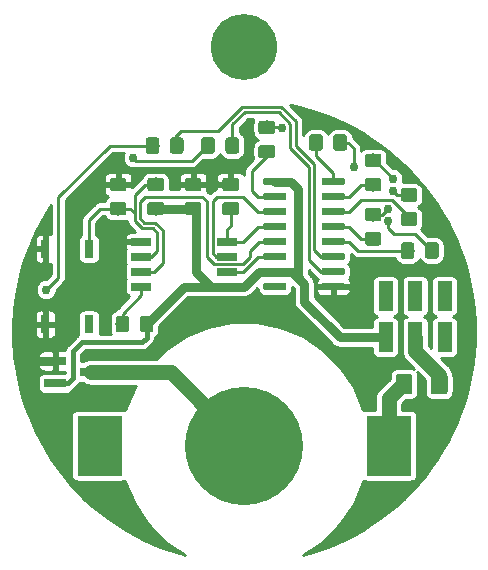
<source format=gbl>
G04 #@! TF.GenerationSoftware,KiCad,Pcbnew,(5.1.4)-1*
G04 #@! TF.CreationDate,2019-10-31T11:45:24-07:00*
G04 #@! TF.ProjectId,ruddblink,72756464-626c-4696-9e6b-2e6b69636164,A*
G04 #@! TF.SameCoordinates,Original*
G04 #@! TF.FileFunction,Copper,L2,Bot*
G04 #@! TF.FilePolarity,Positive*
%FSLAX46Y46*%
G04 Gerber Fmt 4.6, Leading zero omitted, Abs format (unit mm)*
G04 Created by KiCad (PCBNEW (5.1.4)-1) date 2019-10-31 11:45:24*
%MOMM*%
%LPD*%
G04 APERTURE LIST*
%ADD10R,3.810000X5.080000*%
%ADD11C,10.000000*%
%ADD12C,5.600000*%
%ADD13R,1.250000X2.500000*%
%ADD14R,0.800000X1.500000*%
%ADD15R,1.700000X0.650000*%
%ADD16C,0.100000*%
%ADD17C,1.150000*%
%ADD18R,1.900000X0.800000*%
%ADD19C,1.425000*%
%ADD20C,0.600000*%
%ADD21C,0.762000*%
%ADD22C,0.762000*%
%ADD23C,0.254000*%
%ADD24C,1.270000*%
%ADD25C,0.381000*%
G04 APERTURE END LIST*
D10*
X154482800Y-123952000D03*
X129997200Y-123952000D03*
D11*
X142240000Y-123952000D03*
D12*
X142240000Y-90170000D03*
D13*
X154218000Y-114780000D03*
X156718000Y-114780000D03*
X159218000Y-114780000D03*
X154218000Y-111280000D03*
X156718000Y-111280000D03*
X159218000Y-111280000D03*
D14*
X125404000Y-107290000D03*
X129104000Y-107290000D03*
X129104000Y-113690000D03*
X125404000Y-113690000D03*
D15*
X133510000Y-110490000D03*
X133510000Y-109220000D03*
X133510000Y-107950000D03*
X133510000Y-106680000D03*
X140810000Y-106680000D03*
X140810000Y-107950000D03*
X140810000Y-109220000D03*
X140810000Y-110490000D03*
D16*
G36*
X141571910Y-101271202D02*
G01*
X141596135Y-101274795D01*
X141619891Y-101280746D01*
X141642949Y-101288996D01*
X141665087Y-101299467D01*
X141686093Y-101312057D01*
X141705763Y-101326645D01*
X141723908Y-101343092D01*
X141740355Y-101361237D01*
X141754943Y-101380907D01*
X141767533Y-101401913D01*
X141778004Y-101424051D01*
X141786254Y-101447109D01*
X141792205Y-101470865D01*
X141795798Y-101495090D01*
X141797000Y-101519550D01*
X141797000Y-102170450D01*
X141795798Y-102194910D01*
X141792205Y-102219135D01*
X141786254Y-102242891D01*
X141778004Y-102265949D01*
X141767533Y-102288087D01*
X141754943Y-102309093D01*
X141740355Y-102328763D01*
X141723908Y-102346908D01*
X141705763Y-102363355D01*
X141686093Y-102377943D01*
X141665087Y-102390533D01*
X141642949Y-102401004D01*
X141619891Y-102409254D01*
X141596135Y-102415205D01*
X141571910Y-102418798D01*
X141547450Y-102420000D01*
X140646550Y-102420000D01*
X140622090Y-102418798D01*
X140597865Y-102415205D01*
X140574109Y-102409254D01*
X140551051Y-102401004D01*
X140528913Y-102390533D01*
X140507907Y-102377943D01*
X140488237Y-102363355D01*
X140470092Y-102346908D01*
X140453645Y-102328763D01*
X140439057Y-102309093D01*
X140426467Y-102288087D01*
X140415996Y-102265949D01*
X140407746Y-102242891D01*
X140401795Y-102219135D01*
X140398202Y-102194910D01*
X140397000Y-102170450D01*
X140397000Y-101519550D01*
X140398202Y-101495090D01*
X140401795Y-101470865D01*
X140407746Y-101447109D01*
X140415996Y-101424051D01*
X140426467Y-101401913D01*
X140439057Y-101380907D01*
X140453645Y-101361237D01*
X140470092Y-101343092D01*
X140488237Y-101326645D01*
X140507907Y-101312057D01*
X140528913Y-101299467D01*
X140551051Y-101288996D01*
X140574109Y-101280746D01*
X140597865Y-101274795D01*
X140622090Y-101271202D01*
X140646550Y-101270000D01*
X141547450Y-101270000D01*
X141571910Y-101271202D01*
X141571910Y-101271202D01*
G37*
D17*
X141097000Y-101845000D03*
D16*
G36*
X141571505Y-103321204D02*
G01*
X141595773Y-103324804D01*
X141619572Y-103330765D01*
X141642671Y-103339030D01*
X141664850Y-103349520D01*
X141685893Y-103362132D01*
X141705599Y-103376747D01*
X141723777Y-103393223D01*
X141740253Y-103411401D01*
X141754868Y-103431107D01*
X141767480Y-103452150D01*
X141777970Y-103474329D01*
X141786235Y-103497428D01*
X141792196Y-103521227D01*
X141795796Y-103545495D01*
X141797000Y-103569999D01*
X141797000Y-104220001D01*
X141795796Y-104244505D01*
X141792196Y-104268773D01*
X141786235Y-104292572D01*
X141777970Y-104315671D01*
X141767480Y-104337850D01*
X141754868Y-104358893D01*
X141740253Y-104378599D01*
X141723777Y-104396777D01*
X141705599Y-104413253D01*
X141685893Y-104427868D01*
X141664850Y-104440480D01*
X141642671Y-104450970D01*
X141619572Y-104459235D01*
X141595773Y-104465196D01*
X141571505Y-104468796D01*
X141547001Y-104470000D01*
X140646999Y-104470000D01*
X140622495Y-104468796D01*
X140598227Y-104465196D01*
X140574428Y-104459235D01*
X140551329Y-104450970D01*
X140529150Y-104440480D01*
X140508107Y-104427868D01*
X140488401Y-104413253D01*
X140470223Y-104396777D01*
X140453747Y-104378599D01*
X140439132Y-104358893D01*
X140426520Y-104337850D01*
X140416030Y-104315671D01*
X140407765Y-104292572D01*
X140401804Y-104268773D01*
X140398204Y-104244505D01*
X140397000Y-104220001D01*
X140397000Y-103569999D01*
X140398204Y-103545495D01*
X140401804Y-103521227D01*
X140407765Y-103497428D01*
X140416030Y-103474329D01*
X140426520Y-103452150D01*
X140439132Y-103431107D01*
X140453747Y-103411401D01*
X140470223Y-103393223D01*
X140488401Y-103376747D01*
X140508107Y-103362132D01*
X140529150Y-103349520D01*
X140551329Y-103339030D01*
X140574428Y-103330765D01*
X140598227Y-103324804D01*
X140622495Y-103321204D01*
X140646999Y-103320000D01*
X141547001Y-103320000D01*
X141571505Y-103321204D01*
X141571505Y-103321204D01*
G37*
D17*
X141097000Y-103895000D03*
D18*
X129262000Y-117729000D03*
X126262000Y-116779000D03*
X126262000Y-118679000D03*
D16*
G36*
X159237004Y-117871204D02*
G01*
X159261273Y-117874804D01*
X159285071Y-117880765D01*
X159308171Y-117889030D01*
X159330349Y-117899520D01*
X159351393Y-117912133D01*
X159371098Y-117926747D01*
X159389277Y-117943223D01*
X159405753Y-117961402D01*
X159420367Y-117981107D01*
X159432980Y-118002151D01*
X159443470Y-118024329D01*
X159451735Y-118047429D01*
X159457696Y-118071227D01*
X159461296Y-118095496D01*
X159462500Y-118120000D01*
X159462500Y-119370000D01*
X159461296Y-119394504D01*
X159457696Y-119418773D01*
X159451735Y-119442571D01*
X159443470Y-119465671D01*
X159432980Y-119487849D01*
X159420367Y-119508893D01*
X159405753Y-119528598D01*
X159389277Y-119546777D01*
X159371098Y-119563253D01*
X159351393Y-119577867D01*
X159330349Y-119590480D01*
X159308171Y-119600970D01*
X159285071Y-119609235D01*
X159261273Y-119615196D01*
X159237004Y-119618796D01*
X159212500Y-119620000D01*
X158287500Y-119620000D01*
X158262996Y-119618796D01*
X158238727Y-119615196D01*
X158214929Y-119609235D01*
X158191829Y-119600970D01*
X158169651Y-119590480D01*
X158148607Y-119577867D01*
X158128902Y-119563253D01*
X158110723Y-119546777D01*
X158094247Y-119528598D01*
X158079633Y-119508893D01*
X158067020Y-119487849D01*
X158056530Y-119465671D01*
X158048265Y-119442571D01*
X158042304Y-119418773D01*
X158038704Y-119394504D01*
X158037500Y-119370000D01*
X158037500Y-118120000D01*
X158038704Y-118095496D01*
X158042304Y-118071227D01*
X158048265Y-118047429D01*
X158056530Y-118024329D01*
X158067020Y-118002151D01*
X158079633Y-117981107D01*
X158094247Y-117961402D01*
X158110723Y-117943223D01*
X158128902Y-117926747D01*
X158148607Y-117912133D01*
X158169651Y-117899520D01*
X158191829Y-117889030D01*
X158214929Y-117880765D01*
X158238727Y-117874804D01*
X158262996Y-117871204D01*
X158287500Y-117870000D01*
X159212500Y-117870000D01*
X159237004Y-117871204D01*
X159237004Y-117871204D01*
G37*
D19*
X158750000Y-118745000D03*
D16*
G36*
X156262004Y-117871204D02*
G01*
X156286273Y-117874804D01*
X156310071Y-117880765D01*
X156333171Y-117889030D01*
X156355349Y-117899520D01*
X156376393Y-117912133D01*
X156396098Y-117926747D01*
X156414277Y-117943223D01*
X156430753Y-117961402D01*
X156445367Y-117981107D01*
X156457980Y-118002151D01*
X156468470Y-118024329D01*
X156476735Y-118047429D01*
X156482696Y-118071227D01*
X156486296Y-118095496D01*
X156487500Y-118120000D01*
X156487500Y-119370000D01*
X156486296Y-119394504D01*
X156482696Y-119418773D01*
X156476735Y-119442571D01*
X156468470Y-119465671D01*
X156457980Y-119487849D01*
X156445367Y-119508893D01*
X156430753Y-119528598D01*
X156414277Y-119546777D01*
X156396098Y-119563253D01*
X156376393Y-119577867D01*
X156355349Y-119590480D01*
X156333171Y-119600970D01*
X156310071Y-119609235D01*
X156286273Y-119615196D01*
X156262004Y-119618796D01*
X156237500Y-119620000D01*
X155312500Y-119620000D01*
X155287996Y-119618796D01*
X155263727Y-119615196D01*
X155239929Y-119609235D01*
X155216829Y-119600970D01*
X155194651Y-119590480D01*
X155173607Y-119577867D01*
X155153902Y-119563253D01*
X155135723Y-119546777D01*
X155119247Y-119528598D01*
X155104633Y-119508893D01*
X155092020Y-119487849D01*
X155081530Y-119465671D01*
X155073265Y-119442571D01*
X155067304Y-119418773D01*
X155063704Y-119394504D01*
X155062500Y-119370000D01*
X155062500Y-118120000D01*
X155063704Y-118095496D01*
X155067304Y-118071227D01*
X155073265Y-118047429D01*
X155081530Y-118024329D01*
X155092020Y-118002151D01*
X155104633Y-117981107D01*
X155119247Y-117961402D01*
X155135723Y-117943223D01*
X155153902Y-117926747D01*
X155173607Y-117912133D01*
X155194651Y-117899520D01*
X155216829Y-117889030D01*
X155239929Y-117880765D01*
X155263727Y-117874804D01*
X155287996Y-117871204D01*
X155312500Y-117870000D01*
X156237500Y-117870000D01*
X156262004Y-117871204D01*
X156262004Y-117871204D01*
G37*
D19*
X155775000Y-118745000D03*
D16*
G36*
X135221505Y-101271204D02*
G01*
X135245773Y-101274804D01*
X135269572Y-101280765D01*
X135292671Y-101289030D01*
X135314850Y-101299520D01*
X135335893Y-101312132D01*
X135355599Y-101326747D01*
X135373777Y-101343223D01*
X135390253Y-101361401D01*
X135404868Y-101381107D01*
X135417480Y-101402150D01*
X135427970Y-101424329D01*
X135436235Y-101447428D01*
X135442196Y-101471227D01*
X135445796Y-101495495D01*
X135447000Y-101519999D01*
X135447000Y-102170001D01*
X135445796Y-102194505D01*
X135442196Y-102218773D01*
X135436235Y-102242572D01*
X135427970Y-102265671D01*
X135417480Y-102287850D01*
X135404868Y-102308893D01*
X135390253Y-102328599D01*
X135373777Y-102346777D01*
X135355599Y-102363253D01*
X135335893Y-102377868D01*
X135314850Y-102390480D01*
X135292671Y-102400970D01*
X135269572Y-102409235D01*
X135245773Y-102415196D01*
X135221505Y-102418796D01*
X135197001Y-102420000D01*
X134296999Y-102420000D01*
X134272495Y-102418796D01*
X134248227Y-102415196D01*
X134224428Y-102409235D01*
X134201329Y-102400970D01*
X134179150Y-102390480D01*
X134158107Y-102377868D01*
X134138401Y-102363253D01*
X134120223Y-102346777D01*
X134103747Y-102328599D01*
X134089132Y-102308893D01*
X134076520Y-102287850D01*
X134066030Y-102265671D01*
X134057765Y-102242572D01*
X134051804Y-102218773D01*
X134048204Y-102194505D01*
X134047000Y-102170001D01*
X134047000Y-101519999D01*
X134048204Y-101495495D01*
X134051804Y-101471227D01*
X134057765Y-101447428D01*
X134066030Y-101424329D01*
X134076520Y-101402150D01*
X134089132Y-101381107D01*
X134103747Y-101361401D01*
X134120223Y-101343223D01*
X134138401Y-101326747D01*
X134158107Y-101312132D01*
X134179150Y-101299520D01*
X134201329Y-101289030D01*
X134224428Y-101280765D01*
X134248227Y-101274804D01*
X134272495Y-101271204D01*
X134296999Y-101270000D01*
X135197001Y-101270000D01*
X135221505Y-101271204D01*
X135221505Y-101271204D01*
G37*
D17*
X134747000Y-101845000D03*
D16*
G36*
X135221505Y-103321204D02*
G01*
X135245773Y-103324804D01*
X135269572Y-103330765D01*
X135292671Y-103339030D01*
X135314850Y-103349520D01*
X135335893Y-103362132D01*
X135355599Y-103376747D01*
X135373777Y-103393223D01*
X135390253Y-103411401D01*
X135404868Y-103431107D01*
X135417480Y-103452150D01*
X135427970Y-103474329D01*
X135436235Y-103497428D01*
X135442196Y-103521227D01*
X135445796Y-103545495D01*
X135447000Y-103569999D01*
X135447000Y-104220001D01*
X135445796Y-104244505D01*
X135442196Y-104268773D01*
X135436235Y-104292572D01*
X135427970Y-104315671D01*
X135417480Y-104337850D01*
X135404868Y-104358893D01*
X135390253Y-104378599D01*
X135373777Y-104396777D01*
X135355599Y-104413253D01*
X135335893Y-104427868D01*
X135314850Y-104440480D01*
X135292671Y-104450970D01*
X135269572Y-104459235D01*
X135245773Y-104465196D01*
X135221505Y-104468796D01*
X135197001Y-104470000D01*
X134296999Y-104470000D01*
X134272495Y-104468796D01*
X134248227Y-104465196D01*
X134224428Y-104459235D01*
X134201329Y-104450970D01*
X134179150Y-104440480D01*
X134158107Y-104427868D01*
X134138401Y-104413253D01*
X134120223Y-104396777D01*
X134103747Y-104378599D01*
X134089132Y-104358893D01*
X134076520Y-104337850D01*
X134066030Y-104315671D01*
X134057765Y-104292572D01*
X134051804Y-104268773D01*
X134048204Y-104244505D01*
X134047000Y-104220001D01*
X134047000Y-103569999D01*
X134048204Y-103545495D01*
X134051804Y-103521227D01*
X134057765Y-103497428D01*
X134066030Y-103474329D01*
X134076520Y-103452150D01*
X134089132Y-103431107D01*
X134103747Y-103411401D01*
X134120223Y-103393223D01*
X134138401Y-103376747D01*
X134158107Y-103362132D01*
X134179150Y-103349520D01*
X134201329Y-103339030D01*
X134224428Y-103330765D01*
X134248227Y-103324804D01*
X134272495Y-103321204D01*
X134296999Y-103320000D01*
X135197001Y-103320000D01*
X135221505Y-103321204D01*
X135221505Y-103321204D01*
G37*
D17*
X134747000Y-103895000D03*
D16*
G36*
X139532505Y-97853204D02*
G01*
X139556773Y-97856804D01*
X139580572Y-97862765D01*
X139603671Y-97871030D01*
X139625850Y-97881520D01*
X139646893Y-97894132D01*
X139666599Y-97908747D01*
X139684777Y-97925223D01*
X139701253Y-97943401D01*
X139715868Y-97963107D01*
X139728480Y-97984150D01*
X139738970Y-98006329D01*
X139747235Y-98029428D01*
X139753196Y-98053227D01*
X139756796Y-98077495D01*
X139758000Y-98101999D01*
X139758000Y-99002001D01*
X139756796Y-99026505D01*
X139753196Y-99050773D01*
X139747235Y-99074572D01*
X139738970Y-99097671D01*
X139728480Y-99119850D01*
X139715868Y-99140893D01*
X139701253Y-99160599D01*
X139684777Y-99178777D01*
X139666599Y-99195253D01*
X139646893Y-99209868D01*
X139625850Y-99222480D01*
X139603671Y-99232970D01*
X139580572Y-99241235D01*
X139556773Y-99247196D01*
X139532505Y-99250796D01*
X139508001Y-99252000D01*
X138857999Y-99252000D01*
X138833495Y-99250796D01*
X138809227Y-99247196D01*
X138785428Y-99241235D01*
X138762329Y-99232970D01*
X138740150Y-99222480D01*
X138719107Y-99209868D01*
X138699401Y-99195253D01*
X138681223Y-99178777D01*
X138664747Y-99160599D01*
X138650132Y-99140893D01*
X138637520Y-99119850D01*
X138627030Y-99097671D01*
X138618765Y-99074572D01*
X138612804Y-99050773D01*
X138609204Y-99026505D01*
X138608000Y-99002001D01*
X138608000Y-98101999D01*
X138609204Y-98077495D01*
X138612804Y-98053227D01*
X138618765Y-98029428D01*
X138627030Y-98006329D01*
X138637520Y-97984150D01*
X138650132Y-97963107D01*
X138664747Y-97943401D01*
X138681223Y-97925223D01*
X138699401Y-97908747D01*
X138719107Y-97894132D01*
X138740150Y-97881520D01*
X138762329Y-97871030D01*
X138785428Y-97862765D01*
X138809227Y-97856804D01*
X138833495Y-97853204D01*
X138857999Y-97852000D01*
X139508001Y-97852000D01*
X139532505Y-97853204D01*
X139532505Y-97853204D01*
G37*
D17*
X139183000Y-98552000D03*
D16*
G36*
X141582505Y-97853204D02*
G01*
X141606773Y-97856804D01*
X141630572Y-97862765D01*
X141653671Y-97871030D01*
X141675850Y-97881520D01*
X141696893Y-97894132D01*
X141716599Y-97908747D01*
X141734777Y-97925223D01*
X141751253Y-97943401D01*
X141765868Y-97963107D01*
X141778480Y-97984150D01*
X141788970Y-98006329D01*
X141797235Y-98029428D01*
X141803196Y-98053227D01*
X141806796Y-98077495D01*
X141808000Y-98101999D01*
X141808000Y-99002001D01*
X141806796Y-99026505D01*
X141803196Y-99050773D01*
X141797235Y-99074572D01*
X141788970Y-99097671D01*
X141778480Y-99119850D01*
X141765868Y-99140893D01*
X141751253Y-99160599D01*
X141734777Y-99178777D01*
X141716599Y-99195253D01*
X141696893Y-99209868D01*
X141675850Y-99222480D01*
X141653671Y-99232970D01*
X141630572Y-99241235D01*
X141606773Y-99247196D01*
X141582505Y-99250796D01*
X141558001Y-99252000D01*
X140907999Y-99252000D01*
X140883495Y-99250796D01*
X140859227Y-99247196D01*
X140835428Y-99241235D01*
X140812329Y-99232970D01*
X140790150Y-99222480D01*
X140769107Y-99209868D01*
X140749401Y-99195253D01*
X140731223Y-99178777D01*
X140714747Y-99160599D01*
X140700132Y-99140893D01*
X140687520Y-99119850D01*
X140677030Y-99097671D01*
X140668765Y-99074572D01*
X140662804Y-99050773D01*
X140659204Y-99026505D01*
X140658000Y-99002001D01*
X140658000Y-98101999D01*
X140659204Y-98077495D01*
X140662804Y-98053227D01*
X140668765Y-98029428D01*
X140677030Y-98006329D01*
X140687520Y-97984150D01*
X140700132Y-97963107D01*
X140714747Y-97943401D01*
X140731223Y-97925223D01*
X140749401Y-97908747D01*
X140769107Y-97894132D01*
X140790150Y-97881520D01*
X140812329Y-97871030D01*
X140835428Y-97862765D01*
X140859227Y-97856804D01*
X140883495Y-97853204D01*
X140907999Y-97852000D01*
X141558001Y-97852000D01*
X141582505Y-97853204D01*
X141582505Y-97853204D01*
G37*
D17*
X141233000Y-98552000D03*
D16*
G36*
X136883505Y-97853204D02*
G01*
X136907773Y-97856804D01*
X136931572Y-97862765D01*
X136954671Y-97871030D01*
X136976850Y-97881520D01*
X136997893Y-97894132D01*
X137017599Y-97908747D01*
X137035777Y-97925223D01*
X137052253Y-97943401D01*
X137066868Y-97963107D01*
X137079480Y-97984150D01*
X137089970Y-98006329D01*
X137098235Y-98029428D01*
X137104196Y-98053227D01*
X137107796Y-98077495D01*
X137109000Y-98101999D01*
X137109000Y-99002001D01*
X137107796Y-99026505D01*
X137104196Y-99050773D01*
X137098235Y-99074572D01*
X137089970Y-99097671D01*
X137079480Y-99119850D01*
X137066868Y-99140893D01*
X137052253Y-99160599D01*
X137035777Y-99178777D01*
X137017599Y-99195253D01*
X136997893Y-99209868D01*
X136976850Y-99222480D01*
X136954671Y-99232970D01*
X136931572Y-99241235D01*
X136907773Y-99247196D01*
X136883505Y-99250796D01*
X136859001Y-99252000D01*
X136208999Y-99252000D01*
X136184495Y-99250796D01*
X136160227Y-99247196D01*
X136136428Y-99241235D01*
X136113329Y-99232970D01*
X136091150Y-99222480D01*
X136070107Y-99209868D01*
X136050401Y-99195253D01*
X136032223Y-99178777D01*
X136015747Y-99160599D01*
X136001132Y-99140893D01*
X135988520Y-99119850D01*
X135978030Y-99097671D01*
X135969765Y-99074572D01*
X135963804Y-99050773D01*
X135960204Y-99026505D01*
X135959000Y-99002001D01*
X135959000Y-98101999D01*
X135960204Y-98077495D01*
X135963804Y-98053227D01*
X135969765Y-98029428D01*
X135978030Y-98006329D01*
X135988520Y-97984150D01*
X136001132Y-97963107D01*
X136015747Y-97943401D01*
X136032223Y-97925223D01*
X136050401Y-97908747D01*
X136070107Y-97894132D01*
X136091150Y-97881520D01*
X136113329Y-97871030D01*
X136136428Y-97862765D01*
X136160227Y-97856804D01*
X136184495Y-97853204D01*
X136208999Y-97852000D01*
X136859001Y-97852000D01*
X136883505Y-97853204D01*
X136883505Y-97853204D01*
G37*
D17*
X136534000Y-98552000D03*
D16*
G36*
X134833505Y-97853204D02*
G01*
X134857773Y-97856804D01*
X134881572Y-97862765D01*
X134904671Y-97871030D01*
X134926850Y-97881520D01*
X134947893Y-97894132D01*
X134967599Y-97908747D01*
X134985777Y-97925223D01*
X135002253Y-97943401D01*
X135016868Y-97963107D01*
X135029480Y-97984150D01*
X135039970Y-98006329D01*
X135048235Y-98029428D01*
X135054196Y-98053227D01*
X135057796Y-98077495D01*
X135059000Y-98101999D01*
X135059000Y-99002001D01*
X135057796Y-99026505D01*
X135054196Y-99050773D01*
X135048235Y-99074572D01*
X135039970Y-99097671D01*
X135029480Y-99119850D01*
X135016868Y-99140893D01*
X135002253Y-99160599D01*
X134985777Y-99178777D01*
X134967599Y-99195253D01*
X134947893Y-99209868D01*
X134926850Y-99222480D01*
X134904671Y-99232970D01*
X134881572Y-99241235D01*
X134857773Y-99247196D01*
X134833505Y-99250796D01*
X134809001Y-99252000D01*
X134158999Y-99252000D01*
X134134495Y-99250796D01*
X134110227Y-99247196D01*
X134086428Y-99241235D01*
X134063329Y-99232970D01*
X134041150Y-99222480D01*
X134020107Y-99209868D01*
X134000401Y-99195253D01*
X133982223Y-99178777D01*
X133965747Y-99160599D01*
X133951132Y-99140893D01*
X133938520Y-99119850D01*
X133928030Y-99097671D01*
X133919765Y-99074572D01*
X133913804Y-99050773D01*
X133910204Y-99026505D01*
X133909000Y-99002001D01*
X133909000Y-98101999D01*
X133910204Y-98077495D01*
X133913804Y-98053227D01*
X133919765Y-98029428D01*
X133928030Y-98006329D01*
X133938520Y-97984150D01*
X133951132Y-97963107D01*
X133965747Y-97943401D01*
X133982223Y-97925223D01*
X134000401Y-97908747D01*
X134020107Y-97894132D01*
X134041150Y-97881520D01*
X134063329Y-97871030D01*
X134086428Y-97862765D01*
X134110227Y-97856804D01*
X134134495Y-97853204D01*
X134158999Y-97852000D01*
X134809001Y-97852000D01*
X134833505Y-97853204D01*
X134833505Y-97853204D01*
G37*
D17*
X134484000Y-98552000D03*
D16*
G36*
X158482505Y-106743204D02*
G01*
X158506773Y-106746804D01*
X158530572Y-106752765D01*
X158553671Y-106761030D01*
X158575850Y-106771520D01*
X158596893Y-106784132D01*
X158616599Y-106798747D01*
X158634777Y-106815223D01*
X158651253Y-106833401D01*
X158665868Y-106853107D01*
X158678480Y-106874150D01*
X158688970Y-106896329D01*
X158697235Y-106919428D01*
X158703196Y-106943227D01*
X158706796Y-106967495D01*
X158708000Y-106991999D01*
X158708000Y-107892001D01*
X158706796Y-107916505D01*
X158703196Y-107940773D01*
X158697235Y-107964572D01*
X158688970Y-107987671D01*
X158678480Y-108009850D01*
X158665868Y-108030893D01*
X158651253Y-108050599D01*
X158634777Y-108068777D01*
X158616599Y-108085253D01*
X158596893Y-108099868D01*
X158575850Y-108112480D01*
X158553671Y-108122970D01*
X158530572Y-108131235D01*
X158506773Y-108137196D01*
X158482505Y-108140796D01*
X158458001Y-108142000D01*
X157807999Y-108142000D01*
X157783495Y-108140796D01*
X157759227Y-108137196D01*
X157735428Y-108131235D01*
X157712329Y-108122970D01*
X157690150Y-108112480D01*
X157669107Y-108099868D01*
X157649401Y-108085253D01*
X157631223Y-108068777D01*
X157614747Y-108050599D01*
X157600132Y-108030893D01*
X157587520Y-108009850D01*
X157577030Y-107987671D01*
X157568765Y-107964572D01*
X157562804Y-107940773D01*
X157559204Y-107916505D01*
X157558000Y-107892001D01*
X157558000Y-106991999D01*
X157559204Y-106967495D01*
X157562804Y-106943227D01*
X157568765Y-106919428D01*
X157577030Y-106896329D01*
X157587520Y-106874150D01*
X157600132Y-106853107D01*
X157614747Y-106833401D01*
X157631223Y-106815223D01*
X157649401Y-106798747D01*
X157669107Y-106784132D01*
X157690150Y-106771520D01*
X157712329Y-106761030D01*
X157735428Y-106752765D01*
X157759227Y-106746804D01*
X157783495Y-106743204D01*
X157807999Y-106742000D01*
X158458001Y-106742000D01*
X158482505Y-106743204D01*
X158482505Y-106743204D01*
G37*
D17*
X158133000Y-107442000D03*
D16*
G36*
X156432505Y-106743204D02*
G01*
X156456773Y-106746804D01*
X156480572Y-106752765D01*
X156503671Y-106761030D01*
X156525850Y-106771520D01*
X156546893Y-106784132D01*
X156566599Y-106798747D01*
X156584777Y-106815223D01*
X156601253Y-106833401D01*
X156615868Y-106853107D01*
X156628480Y-106874150D01*
X156638970Y-106896329D01*
X156647235Y-106919428D01*
X156653196Y-106943227D01*
X156656796Y-106967495D01*
X156658000Y-106991999D01*
X156658000Y-107892001D01*
X156656796Y-107916505D01*
X156653196Y-107940773D01*
X156647235Y-107964572D01*
X156638970Y-107987671D01*
X156628480Y-108009850D01*
X156615868Y-108030893D01*
X156601253Y-108050599D01*
X156584777Y-108068777D01*
X156566599Y-108085253D01*
X156546893Y-108099868D01*
X156525850Y-108112480D01*
X156503671Y-108122970D01*
X156480572Y-108131235D01*
X156456773Y-108137196D01*
X156432505Y-108140796D01*
X156408001Y-108142000D01*
X155757999Y-108142000D01*
X155733495Y-108140796D01*
X155709227Y-108137196D01*
X155685428Y-108131235D01*
X155662329Y-108122970D01*
X155640150Y-108112480D01*
X155619107Y-108099868D01*
X155599401Y-108085253D01*
X155581223Y-108068777D01*
X155564747Y-108050599D01*
X155550132Y-108030893D01*
X155537520Y-108009850D01*
X155527030Y-107987671D01*
X155518765Y-107964572D01*
X155512804Y-107940773D01*
X155509204Y-107916505D01*
X155508000Y-107892001D01*
X155508000Y-106991999D01*
X155509204Y-106967495D01*
X155512804Y-106943227D01*
X155518765Y-106919428D01*
X155527030Y-106896329D01*
X155537520Y-106874150D01*
X155550132Y-106853107D01*
X155564747Y-106833401D01*
X155581223Y-106815223D01*
X155599401Y-106798747D01*
X155619107Y-106784132D01*
X155640150Y-106771520D01*
X155662329Y-106761030D01*
X155685428Y-106752765D01*
X155709227Y-106746804D01*
X155733495Y-106743204D01*
X155757999Y-106742000D01*
X156408001Y-106742000D01*
X156432505Y-106743204D01*
X156432505Y-106743204D01*
G37*
D17*
X156083000Y-107442000D03*
D16*
G36*
X153636505Y-103820204D02*
G01*
X153660773Y-103823804D01*
X153684572Y-103829765D01*
X153707671Y-103838030D01*
X153729850Y-103848520D01*
X153750893Y-103861132D01*
X153770599Y-103875747D01*
X153788777Y-103892223D01*
X153805253Y-103910401D01*
X153819868Y-103930107D01*
X153832480Y-103951150D01*
X153842970Y-103973329D01*
X153851235Y-103996428D01*
X153857196Y-104020227D01*
X153860796Y-104044495D01*
X153862000Y-104068999D01*
X153862000Y-104719001D01*
X153860796Y-104743505D01*
X153857196Y-104767773D01*
X153851235Y-104791572D01*
X153842970Y-104814671D01*
X153832480Y-104836850D01*
X153819868Y-104857893D01*
X153805253Y-104877599D01*
X153788777Y-104895777D01*
X153770599Y-104912253D01*
X153750893Y-104926868D01*
X153729850Y-104939480D01*
X153707671Y-104949970D01*
X153684572Y-104958235D01*
X153660773Y-104964196D01*
X153636505Y-104967796D01*
X153612001Y-104969000D01*
X152711999Y-104969000D01*
X152687495Y-104967796D01*
X152663227Y-104964196D01*
X152639428Y-104958235D01*
X152616329Y-104949970D01*
X152594150Y-104939480D01*
X152573107Y-104926868D01*
X152553401Y-104912253D01*
X152535223Y-104895777D01*
X152518747Y-104877599D01*
X152504132Y-104857893D01*
X152491520Y-104836850D01*
X152481030Y-104814671D01*
X152472765Y-104791572D01*
X152466804Y-104767773D01*
X152463204Y-104743505D01*
X152462000Y-104719001D01*
X152462000Y-104068999D01*
X152463204Y-104044495D01*
X152466804Y-104020227D01*
X152472765Y-103996428D01*
X152481030Y-103973329D01*
X152491520Y-103951150D01*
X152504132Y-103930107D01*
X152518747Y-103910401D01*
X152535223Y-103892223D01*
X152553401Y-103875747D01*
X152573107Y-103861132D01*
X152594150Y-103848520D01*
X152616329Y-103838030D01*
X152639428Y-103829765D01*
X152663227Y-103823804D01*
X152687495Y-103820204D01*
X152711999Y-103819000D01*
X153612001Y-103819000D01*
X153636505Y-103820204D01*
X153636505Y-103820204D01*
G37*
D17*
X153162000Y-104394000D03*
D16*
G36*
X153636505Y-105870204D02*
G01*
X153660773Y-105873804D01*
X153684572Y-105879765D01*
X153707671Y-105888030D01*
X153729850Y-105898520D01*
X153750893Y-105911132D01*
X153770599Y-105925747D01*
X153788777Y-105942223D01*
X153805253Y-105960401D01*
X153819868Y-105980107D01*
X153832480Y-106001150D01*
X153842970Y-106023329D01*
X153851235Y-106046428D01*
X153857196Y-106070227D01*
X153860796Y-106094495D01*
X153862000Y-106118999D01*
X153862000Y-106769001D01*
X153860796Y-106793505D01*
X153857196Y-106817773D01*
X153851235Y-106841572D01*
X153842970Y-106864671D01*
X153832480Y-106886850D01*
X153819868Y-106907893D01*
X153805253Y-106927599D01*
X153788777Y-106945777D01*
X153770599Y-106962253D01*
X153750893Y-106976868D01*
X153729850Y-106989480D01*
X153707671Y-106999970D01*
X153684572Y-107008235D01*
X153660773Y-107014196D01*
X153636505Y-107017796D01*
X153612001Y-107019000D01*
X152711999Y-107019000D01*
X152687495Y-107017796D01*
X152663227Y-107014196D01*
X152639428Y-107008235D01*
X152616329Y-106999970D01*
X152594150Y-106989480D01*
X152573107Y-106976868D01*
X152553401Y-106962253D01*
X152535223Y-106945777D01*
X152518747Y-106927599D01*
X152504132Y-106907893D01*
X152491520Y-106886850D01*
X152481030Y-106864671D01*
X152472765Y-106841572D01*
X152466804Y-106817773D01*
X152463204Y-106793505D01*
X152462000Y-106769001D01*
X152462000Y-106118999D01*
X152463204Y-106094495D01*
X152466804Y-106070227D01*
X152472765Y-106046428D01*
X152481030Y-106023329D01*
X152491520Y-106001150D01*
X152504132Y-105980107D01*
X152518747Y-105960401D01*
X152535223Y-105942223D01*
X152553401Y-105925747D01*
X152573107Y-105911132D01*
X152594150Y-105898520D01*
X152616329Y-105888030D01*
X152639428Y-105879765D01*
X152663227Y-105873804D01*
X152687495Y-105870204D01*
X152711999Y-105869000D01*
X153612001Y-105869000D01*
X153636505Y-105870204D01*
X153636505Y-105870204D01*
G37*
D17*
X153162000Y-106444000D03*
D16*
G36*
X156684505Y-104201204D02*
G01*
X156708773Y-104204804D01*
X156732572Y-104210765D01*
X156755671Y-104219030D01*
X156777850Y-104229520D01*
X156798893Y-104242132D01*
X156818599Y-104256747D01*
X156836777Y-104273223D01*
X156853253Y-104291401D01*
X156867868Y-104311107D01*
X156880480Y-104332150D01*
X156890970Y-104354329D01*
X156899235Y-104377428D01*
X156905196Y-104401227D01*
X156908796Y-104425495D01*
X156910000Y-104449999D01*
X156910000Y-105100001D01*
X156908796Y-105124505D01*
X156905196Y-105148773D01*
X156899235Y-105172572D01*
X156890970Y-105195671D01*
X156880480Y-105217850D01*
X156867868Y-105238893D01*
X156853253Y-105258599D01*
X156836777Y-105276777D01*
X156818599Y-105293253D01*
X156798893Y-105307868D01*
X156777850Y-105320480D01*
X156755671Y-105330970D01*
X156732572Y-105339235D01*
X156708773Y-105345196D01*
X156684505Y-105348796D01*
X156660001Y-105350000D01*
X155759999Y-105350000D01*
X155735495Y-105348796D01*
X155711227Y-105345196D01*
X155687428Y-105339235D01*
X155664329Y-105330970D01*
X155642150Y-105320480D01*
X155621107Y-105307868D01*
X155601401Y-105293253D01*
X155583223Y-105276777D01*
X155566747Y-105258599D01*
X155552132Y-105238893D01*
X155539520Y-105217850D01*
X155529030Y-105195671D01*
X155520765Y-105172572D01*
X155514804Y-105148773D01*
X155511204Y-105124505D01*
X155510000Y-105100001D01*
X155510000Y-104449999D01*
X155511204Y-104425495D01*
X155514804Y-104401227D01*
X155520765Y-104377428D01*
X155529030Y-104354329D01*
X155539520Y-104332150D01*
X155552132Y-104311107D01*
X155566747Y-104291401D01*
X155583223Y-104273223D01*
X155601401Y-104256747D01*
X155621107Y-104242132D01*
X155642150Y-104229520D01*
X155664329Y-104219030D01*
X155687428Y-104210765D01*
X155711227Y-104204804D01*
X155735495Y-104201204D01*
X155759999Y-104200000D01*
X156660001Y-104200000D01*
X156684505Y-104201204D01*
X156684505Y-104201204D01*
G37*
D17*
X156210000Y-104775000D03*
D16*
G36*
X156684505Y-102151204D02*
G01*
X156708773Y-102154804D01*
X156732572Y-102160765D01*
X156755671Y-102169030D01*
X156777850Y-102179520D01*
X156798893Y-102192132D01*
X156818599Y-102206747D01*
X156836777Y-102223223D01*
X156853253Y-102241401D01*
X156867868Y-102261107D01*
X156880480Y-102282150D01*
X156890970Y-102304329D01*
X156899235Y-102327428D01*
X156905196Y-102351227D01*
X156908796Y-102375495D01*
X156910000Y-102399999D01*
X156910000Y-103050001D01*
X156908796Y-103074505D01*
X156905196Y-103098773D01*
X156899235Y-103122572D01*
X156890970Y-103145671D01*
X156880480Y-103167850D01*
X156867868Y-103188893D01*
X156853253Y-103208599D01*
X156836777Y-103226777D01*
X156818599Y-103243253D01*
X156798893Y-103257868D01*
X156777850Y-103270480D01*
X156755671Y-103280970D01*
X156732572Y-103289235D01*
X156708773Y-103295196D01*
X156684505Y-103298796D01*
X156660001Y-103300000D01*
X155759999Y-103300000D01*
X155735495Y-103298796D01*
X155711227Y-103295196D01*
X155687428Y-103289235D01*
X155664329Y-103280970D01*
X155642150Y-103270480D01*
X155621107Y-103257868D01*
X155601401Y-103243253D01*
X155583223Y-103226777D01*
X155566747Y-103208599D01*
X155552132Y-103188893D01*
X155539520Y-103167850D01*
X155529030Y-103145671D01*
X155520765Y-103122572D01*
X155514804Y-103098773D01*
X155511204Y-103074505D01*
X155510000Y-103050001D01*
X155510000Y-102399999D01*
X155511204Y-102375495D01*
X155514804Y-102351227D01*
X155520765Y-102327428D01*
X155529030Y-102304329D01*
X155539520Y-102282150D01*
X155552132Y-102261107D01*
X155566747Y-102241401D01*
X155583223Y-102223223D01*
X155601401Y-102206747D01*
X155621107Y-102192132D01*
X155642150Y-102179520D01*
X155664329Y-102169030D01*
X155687428Y-102160765D01*
X155711227Y-102154804D01*
X155735495Y-102151204D01*
X155759999Y-102150000D01*
X156660001Y-102150000D01*
X156684505Y-102151204D01*
X156684505Y-102151204D01*
G37*
D17*
X156210000Y-102725000D03*
D16*
G36*
X153636505Y-99230204D02*
G01*
X153660773Y-99233804D01*
X153684572Y-99239765D01*
X153707671Y-99248030D01*
X153729850Y-99258520D01*
X153750893Y-99271132D01*
X153770599Y-99285747D01*
X153788777Y-99302223D01*
X153805253Y-99320401D01*
X153819868Y-99340107D01*
X153832480Y-99361150D01*
X153842970Y-99383329D01*
X153851235Y-99406428D01*
X153857196Y-99430227D01*
X153860796Y-99454495D01*
X153862000Y-99478999D01*
X153862000Y-100129001D01*
X153860796Y-100153505D01*
X153857196Y-100177773D01*
X153851235Y-100201572D01*
X153842970Y-100224671D01*
X153832480Y-100246850D01*
X153819868Y-100267893D01*
X153805253Y-100287599D01*
X153788777Y-100305777D01*
X153770599Y-100322253D01*
X153750893Y-100336868D01*
X153729850Y-100349480D01*
X153707671Y-100359970D01*
X153684572Y-100368235D01*
X153660773Y-100374196D01*
X153636505Y-100377796D01*
X153612001Y-100379000D01*
X152711999Y-100379000D01*
X152687495Y-100377796D01*
X152663227Y-100374196D01*
X152639428Y-100368235D01*
X152616329Y-100359970D01*
X152594150Y-100349480D01*
X152573107Y-100336868D01*
X152553401Y-100322253D01*
X152535223Y-100305777D01*
X152518747Y-100287599D01*
X152504132Y-100267893D01*
X152491520Y-100246850D01*
X152481030Y-100224671D01*
X152472765Y-100201572D01*
X152466804Y-100177773D01*
X152463204Y-100153505D01*
X152462000Y-100129001D01*
X152462000Y-99478999D01*
X152463204Y-99454495D01*
X152466804Y-99430227D01*
X152472765Y-99406428D01*
X152481030Y-99383329D01*
X152491520Y-99361150D01*
X152504132Y-99340107D01*
X152518747Y-99320401D01*
X152535223Y-99302223D01*
X152553401Y-99285747D01*
X152573107Y-99271132D01*
X152594150Y-99258520D01*
X152616329Y-99248030D01*
X152639428Y-99239765D01*
X152663227Y-99233804D01*
X152687495Y-99230204D01*
X152711999Y-99229000D01*
X153612001Y-99229000D01*
X153636505Y-99230204D01*
X153636505Y-99230204D01*
G37*
D17*
X153162000Y-99804000D03*
D16*
G36*
X153636505Y-101280204D02*
G01*
X153660773Y-101283804D01*
X153684572Y-101289765D01*
X153707671Y-101298030D01*
X153729850Y-101308520D01*
X153750893Y-101321132D01*
X153770599Y-101335747D01*
X153788777Y-101352223D01*
X153805253Y-101370401D01*
X153819868Y-101390107D01*
X153832480Y-101411150D01*
X153842970Y-101433329D01*
X153851235Y-101456428D01*
X153857196Y-101480227D01*
X153860796Y-101504495D01*
X153862000Y-101528999D01*
X153862000Y-102179001D01*
X153860796Y-102203505D01*
X153857196Y-102227773D01*
X153851235Y-102251572D01*
X153842970Y-102274671D01*
X153832480Y-102296850D01*
X153819868Y-102317893D01*
X153805253Y-102337599D01*
X153788777Y-102355777D01*
X153770599Y-102372253D01*
X153750893Y-102386868D01*
X153729850Y-102399480D01*
X153707671Y-102409970D01*
X153684572Y-102418235D01*
X153660773Y-102424196D01*
X153636505Y-102427796D01*
X153612001Y-102429000D01*
X152711999Y-102429000D01*
X152687495Y-102427796D01*
X152663227Y-102424196D01*
X152639428Y-102418235D01*
X152616329Y-102409970D01*
X152594150Y-102399480D01*
X152573107Y-102386868D01*
X152553401Y-102372253D01*
X152535223Y-102355777D01*
X152518747Y-102337599D01*
X152504132Y-102317893D01*
X152491520Y-102296850D01*
X152481030Y-102274671D01*
X152472765Y-102251572D01*
X152466804Y-102227773D01*
X152463204Y-102203505D01*
X152462000Y-102179001D01*
X152462000Y-101528999D01*
X152463204Y-101504495D01*
X152466804Y-101480227D01*
X152472765Y-101456428D01*
X152481030Y-101433329D01*
X152491520Y-101411150D01*
X152504132Y-101390107D01*
X152518747Y-101370401D01*
X152535223Y-101352223D01*
X152553401Y-101335747D01*
X152573107Y-101321132D01*
X152594150Y-101308520D01*
X152616329Y-101298030D01*
X152639428Y-101289765D01*
X152663227Y-101283804D01*
X152687495Y-101280204D01*
X152711999Y-101279000D01*
X153612001Y-101279000D01*
X153636505Y-101280204D01*
X153636505Y-101280204D01*
G37*
D17*
X153162000Y-101854000D03*
D16*
G36*
X150717505Y-97599204D02*
G01*
X150741773Y-97602804D01*
X150765572Y-97608765D01*
X150788671Y-97617030D01*
X150810850Y-97627520D01*
X150831893Y-97640132D01*
X150851599Y-97654747D01*
X150869777Y-97671223D01*
X150886253Y-97689401D01*
X150900868Y-97709107D01*
X150913480Y-97730150D01*
X150923970Y-97752329D01*
X150932235Y-97775428D01*
X150938196Y-97799227D01*
X150941796Y-97823495D01*
X150943000Y-97847999D01*
X150943000Y-98748001D01*
X150941796Y-98772505D01*
X150938196Y-98796773D01*
X150932235Y-98820572D01*
X150923970Y-98843671D01*
X150913480Y-98865850D01*
X150900868Y-98886893D01*
X150886253Y-98906599D01*
X150869777Y-98924777D01*
X150851599Y-98941253D01*
X150831893Y-98955868D01*
X150810850Y-98968480D01*
X150788671Y-98978970D01*
X150765572Y-98987235D01*
X150741773Y-98993196D01*
X150717505Y-98996796D01*
X150693001Y-98998000D01*
X150042999Y-98998000D01*
X150018495Y-98996796D01*
X149994227Y-98993196D01*
X149970428Y-98987235D01*
X149947329Y-98978970D01*
X149925150Y-98968480D01*
X149904107Y-98955868D01*
X149884401Y-98941253D01*
X149866223Y-98924777D01*
X149849747Y-98906599D01*
X149835132Y-98886893D01*
X149822520Y-98865850D01*
X149812030Y-98843671D01*
X149803765Y-98820572D01*
X149797804Y-98796773D01*
X149794204Y-98772505D01*
X149793000Y-98748001D01*
X149793000Y-97847999D01*
X149794204Y-97823495D01*
X149797804Y-97799227D01*
X149803765Y-97775428D01*
X149812030Y-97752329D01*
X149822520Y-97730150D01*
X149835132Y-97709107D01*
X149849747Y-97689401D01*
X149866223Y-97671223D01*
X149884401Y-97654747D01*
X149904107Y-97640132D01*
X149925150Y-97627520D01*
X149947329Y-97617030D01*
X149970428Y-97608765D01*
X149994227Y-97602804D01*
X150018495Y-97599204D01*
X150042999Y-97598000D01*
X150693001Y-97598000D01*
X150717505Y-97599204D01*
X150717505Y-97599204D01*
G37*
D17*
X150368000Y-98298000D03*
D16*
G36*
X148667505Y-97599204D02*
G01*
X148691773Y-97602804D01*
X148715572Y-97608765D01*
X148738671Y-97617030D01*
X148760850Y-97627520D01*
X148781893Y-97640132D01*
X148801599Y-97654747D01*
X148819777Y-97671223D01*
X148836253Y-97689401D01*
X148850868Y-97709107D01*
X148863480Y-97730150D01*
X148873970Y-97752329D01*
X148882235Y-97775428D01*
X148888196Y-97799227D01*
X148891796Y-97823495D01*
X148893000Y-97847999D01*
X148893000Y-98748001D01*
X148891796Y-98772505D01*
X148888196Y-98796773D01*
X148882235Y-98820572D01*
X148873970Y-98843671D01*
X148863480Y-98865850D01*
X148850868Y-98886893D01*
X148836253Y-98906599D01*
X148819777Y-98924777D01*
X148801599Y-98941253D01*
X148781893Y-98955868D01*
X148760850Y-98968480D01*
X148738671Y-98978970D01*
X148715572Y-98987235D01*
X148691773Y-98993196D01*
X148667505Y-98996796D01*
X148643001Y-98998000D01*
X147992999Y-98998000D01*
X147968495Y-98996796D01*
X147944227Y-98993196D01*
X147920428Y-98987235D01*
X147897329Y-98978970D01*
X147875150Y-98968480D01*
X147854107Y-98955868D01*
X147834401Y-98941253D01*
X147816223Y-98924777D01*
X147799747Y-98906599D01*
X147785132Y-98886893D01*
X147772520Y-98865850D01*
X147762030Y-98843671D01*
X147753765Y-98820572D01*
X147747804Y-98796773D01*
X147744204Y-98772505D01*
X147743000Y-98748001D01*
X147743000Y-97847999D01*
X147744204Y-97823495D01*
X147747804Y-97799227D01*
X147753765Y-97775428D01*
X147762030Y-97752329D01*
X147772520Y-97730150D01*
X147785132Y-97709107D01*
X147799747Y-97689401D01*
X147816223Y-97671223D01*
X147834401Y-97654747D01*
X147854107Y-97640132D01*
X147875150Y-97627520D01*
X147897329Y-97617030D01*
X147920428Y-97608765D01*
X147944227Y-97602804D01*
X147968495Y-97599204D01*
X147992999Y-97598000D01*
X148643001Y-97598000D01*
X148667505Y-97599204D01*
X148667505Y-97599204D01*
G37*
D17*
X148318000Y-98298000D03*
D16*
G36*
X144619505Y-96445204D02*
G01*
X144643773Y-96448804D01*
X144667572Y-96454765D01*
X144690671Y-96463030D01*
X144712850Y-96473520D01*
X144733893Y-96486132D01*
X144753599Y-96500747D01*
X144771777Y-96517223D01*
X144788253Y-96535401D01*
X144802868Y-96555107D01*
X144815480Y-96576150D01*
X144825970Y-96598329D01*
X144834235Y-96621428D01*
X144840196Y-96645227D01*
X144843796Y-96669495D01*
X144845000Y-96693999D01*
X144845000Y-97344001D01*
X144843796Y-97368505D01*
X144840196Y-97392773D01*
X144834235Y-97416572D01*
X144825970Y-97439671D01*
X144815480Y-97461850D01*
X144802868Y-97482893D01*
X144788253Y-97502599D01*
X144771777Y-97520777D01*
X144753599Y-97537253D01*
X144733893Y-97551868D01*
X144712850Y-97564480D01*
X144690671Y-97574970D01*
X144667572Y-97583235D01*
X144643773Y-97589196D01*
X144619505Y-97592796D01*
X144595001Y-97594000D01*
X143694999Y-97594000D01*
X143670495Y-97592796D01*
X143646227Y-97589196D01*
X143622428Y-97583235D01*
X143599329Y-97574970D01*
X143577150Y-97564480D01*
X143556107Y-97551868D01*
X143536401Y-97537253D01*
X143518223Y-97520777D01*
X143501747Y-97502599D01*
X143487132Y-97482893D01*
X143474520Y-97461850D01*
X143464030Y-97439671D01*
X143455765Y-97416572D01*
X143449804Y-97392773D01*
X143446204Y-97368505D01*
X143445000Y-97344001D01*
X143445000Y-96693999D01*
X143446204Y-96669495D01*
X143449804Y-96645227D01*
X143455765Y-96621428D01*
X143464030Y-96598329D01*
X143474520Y-96576150D01*
X143487132Y-96555107D01*
X143501747Y-96535401D01*
X143518223Y-96517223D01*
X143536401Y-96500747D01*
X143556107Y-96486132D01*
X143577150Y-96473520D01*
X143599329Y-96463030D01*
X143622428Y-96454765D01*
X143646227Y-96448804D01*
X143670495Y-96445204D01*
X143694999Y-96444000D01*
X144595001Y-96444000D01*
X144619505Y-96445204D01*
X144619505Y-96445204D01*
G37*
D17*
X144145000Y-97019000D03*
D16*
G36*
X144619505Y-98495204D02*
G01*
X144643773Y-98498804D01*
X144667572Y-98504765D01*
X144690671Y-98513030D01*
X144712850Y-98523520D01*
X144733893Y-98536132D01*
X144753599Y-98550747D01*
X144771777Y-98567223D01*
X144788253Y-98585401D01*
X144802868Y-98605107D01*
X144815480Y-98626150D01*
X144825970Y-98648329D01*
X144834235Y-98671428D01*
X144840196Y-98695227D01*
X144843796Y-98719495D01*
X144845000Y-98743999D01*
X144845000Y-99394001D01*
X144843796Y-99418505D01*
X144840196Y-99442773D01*
X144834235Y-99466572D01*
X144825970Y-99489671D01*
X144815480Y-99511850D01*
X144802868Y-99532893D01*
X144788253Y-99552599D01*
X144771777Y-99570777D01*
X144753599Y-99587253D01*
X144733893Y-99601868D01*
X144712850Y-99614480D01*
X144690671Y-99624970D01*
X144667572Y-99633235D01*
X144643773Y-99639196D01*
X144619505Y-99642796D01*
X144595001Y-99644000D01*
X143694999Y-99644000D01*
X143670495Y-99642796D01*
X143646227Y-99639196D01*
X143622428Y-99633235D01*
X143599329Y-99624970D01*
X143577150Y-99614480D01*
X143556107Y-99601868D01*
X143536401Y-99587253D01*
X143518223Y-99570777D01*
X143501747Y-99552599D01*
X143487132Y-99532893D01*
X143474520Y-99511850D01*
X143464030Y-99489671D01*
X143455765Y-99466572D01*
X143449804Y-99442773D01*
X143446204Y-99418505D01*
X143445000Y-99394001D01*
X143445000Y-98743999D01*
X143446204Y-98719495D01*
X143449804Y-98695227D01*
X143455765Y-98671428D01*
X143464030Y-98648329D01*
X143474520Y-98626150D01*
X143487132Y-98605107D01*
X143501747Y-98585401D01*
X143518223Y-98567223D01*
X143536401Y-98550747D01*
X143556107Y-98536132D01*
X143577150Y-98523520D01*
X143599329Y-98513030D01*
X143622428Y-98504765D01*
X143646227Y-98498804D01*
X143670495Y-98495204D01*
X143694999Y-98494000D01*
X144595001Y-98494000D01*
X144619505Y-98495204D01*
X144619505Y-98495204D01*
G37*
D17*
X144145000Y-99069000D03*
D16*
G36*
X150634703Y-101300722D02*
G01*
X150649264Y-101302882D01*
X150663543Y-101306459D01*
X150677403Y-101311418D01*
X150690710Y-101317712D01*
X150703336Y-101325280D01*
X150715159Y-101334048D01*
X150726066Y-101343934D01*
X150735952Y-101354841D01*
X150744720Y-101366664D01*
X150752288Y-101379290D01*
X150758582Y-101392597D01*
X150763541Y-101406457D01*
X150767118Y-101420736D01*
X150769278Y-101435297D01*
X150770000Y-101450000D01*
X150770000Y-101750000D01*
X150769278Y-101764703D01*
X150767118Y-101779264D01*
X150763541Y-101793543D01*
X150758582Y-101807403D01*
X150752288Y-101820710D01*
X150744720Y-101833336D01*
X150735952Y-101845159D01*
X150726066Y-101856066D01*
X150715159Y-101865952D01*
X150703336Y-101874720D01*
X150690710Y-101882288D01*
X150677403Y-101888582D01*
X150663543Y-101893541D01*
X150649264Y-101897118D01*
X150634703Y-101899278D01*
X150620000Y-101900000D01*
X148970000Y-101900000D01*
X148955297Y-101899278D01*
X148940736Y-101897118D01*
X148926457Y-101893541D01*
X148912597Y-101888582D01*
X148899290Y-101882288D01*
X148886664Y-101874720D01*
X148874841Y-101865952D01*
X148863934Y-101856066D01*
X148854048Y-101845159D01*
X148845280Y-101833336D01*
X148837712Y-101820710D01*
X148831418Y-101807403D01*
X148826459Y-101793543D01*
X148822882Y-101779264D01*
X148820722Y-101764703D01*
X148820000Y-101750000D01*
X148820000Y-101450000D01*
X148820722Y-101435297D01*
X148822882Y-101420736D01*
X148826459Y-101406457D01*
X148831418Y-101392597D01*
X148837712Y-101379290D01*
X148845280Y-101366664D01*
X148854048Y-101354841D01*
X148863934Y-101343934D01*
X148874841Y-101334048D01*
X148886664Y-101325280D01*
X148899290Y-101317712D01*
X148912597Y-101311418D01*
X148926457Y-101306459D01*
X148940736Y-101302882D01*
X148955297Y-101300722D01*
X148970000Y-101300000D01*
X150620000Y-101300000D01*
X150634703Y-101300722D01*
X150634703Y-101300722D01*
G37*
D20*
X149795000Y-101600000D03*
D16*
G36*
X150634703Y-102570722D02*
G01*
X150649264Y-102572882D01*
X150663543Y-102576459D01*
X150677403Y-102581418D01*
X150690710Y-102587712D01*
X150703336Y-102595280D01*
X150715159Y-102604048D01*
X150726066Y-102613934D01*
X150735952Y-102624841D01*
X150744720Y-102636664D01*
X150752288Y-102649290D01*
X150758582Y-102662597D01*
X150763541Y-102676457D01*
X150767118Y-102690736D01*
X150769278Y-102705297D01*
X150770000Y-102720000D01*
X150770000Y-103020000D01*
X150769278Y-103034703D01*
X150767118Y-103049264D01*
X150763541Y-103063543D01*
X150758582Y-103077403D01*
X150752288Y-103090710D01*
X150744720Y-103103336D01*
X150735952Y-103115159D01*
X150726066Y-103126066D01*
X150715159Y-103135952D01*
X150703336Y-103144720D01*
X150690710Y-103152288D01*
X150677403Y-103158582D01*
X150663543Y-103163541D01*
X150649264Y-103167118D01*
X150634703Y-103169278D01*
X150620000Y-103170000D01*
X148970000Y-103170000D01*
X148955297Y-103169278D01*
X148940736Y-103167118D01*
X148926457Y-103163541D01*
X148912597Y-103158582D01*
X148899290Y-103152288D01*
X148886664Y-103144720D01*
X148874841Y-103135952D01*
X148863934Y-103126066D01*
X148854048Y-103115159D01*
X148845280Y-103103336D01*
X148837712Y-103090710D01*
X148831418Y-103077403D01*
X148826459Y-103063543D01*
X148822882Y-103049264D01*
X148820722Y-103034703D01*
X148820000Y-103020000D01*
X148820000Y-102720000D01*
X148820722Y-102705297D01*
X148822882Y-102690736D01*
X148826459Y-102676457D01*
X148831418Y-102662597D01*
X148837712Y-102649290D01*
X148845280Y-102636664D01*
X148854048Y-102624841D01*
X148863934Y-102613934D01*
X148874841Y-102604048D01*
X148886664Y-102595280D01*
X148899290Y-102587712D01*
X148912597Y-102581418D01*
X148926457Y-102576459D01*
X148940736Y-102572882D01*
X148955297Y-102570722D01*
X148970000Y-102570000D01*
X150620000Y-102570000D01*
X150634703Y-102570722D01*
X150634703Y-102570722D01*
G37*
D20*
X149795000Y-102870000D03*
D16*
G36*
X150634703Y-103840722D02*
G01*
X150649264Y-103842882D01*
X150663543Y-103846459D01*
X150677403Y-103851418D01*
X150690710Y-103857712D01*
X150703336Y-103865280D01*
X150715159Y-103874048D01*
X150726066Y-103883934D01*
X150735952Y-103894841D01*
X150744720Y-103906664D01*
X150752288Y-103919290D01*
X150758582Y-103932597D01*
X150763541Y-103946457D01*
X150767118Y-103960736D01*
X150769278Y-103975297D01*
X150770000Y-103990000D01*
X150770000Y-104290000D01*
X150769278Y-104304703D01*
X150767118Y-104319264D01*
X150763541Y-104333543D01*
X150758582Y-104347403D01*
X150752288Y-104360710D01*
X150744720Y-104373336D01*
X150735952Y-104385159D01*
X150726066Y-104396066D01*
X150715159Y-104405952D01*
X150703336Y-104414720D01*
X150690710Y-104422288D01*
X150677403Y-104428582D01*
X150663543Y-104433541D01*
X150649264Y-104437118D01*
X150634703Y-104439278D01*
X150620000Y-104440000D01*
X148970000Y-104440000D01*
X148955297Y-104439278D01*
X148940736Y-104437118D01*
X148926457Y-104433541D01*
X148912597Y-104428582D01*
X148899290Y-104422288D01*
X148886664Y-104414720D01*
X148874841Y-104405952D01*
X148863934Y-104396066D01*
X148854048Y-104385159D01*
X148845280Y-104373336D01*
X148837712Y-104360710D01*
X148831418Y-104347403D01*
X148826459Y-104333543D01*
X148822882Y-104319264D01*
X148820722Y-104304703D01*
X148820000Y-104290000D01*
X148820000Y-103990000D01*
X148820722Y-103975297D01*
X148822882Y-103960736D01*
X148826459Y-103946457D01*
X148831418Y-103932597D01*
X148837712Y-103919290D01*
X148845280Y-103906664D01*
X148854048Y-103894841D01*
X148863934Y-103883934D01*
X148874841Y-103874048D01*
X148886664Y-103865280D01*
X148899290Y-103857712D01*
X148912597Y-103851418D01*
X148926457Y-103846459D01*
X148940736Y-103842882D01*
X148955297Y-103840722D01*
X148970000Y-103840000D01*
X150620000Y-103840000D01*
X150634703Y-103840722D01*
X150634703Y-103840722D01*
G37*
D20*
X149795000Y-104140000D03*
D16*
G36*
X150634703Y-105110722D02*
G01*
X150649264Y-105112882D01*
X150663543Y-105116459D01*
X150677403Y-105121418D01*
X150690710Y-105127712D01*
X150703336Y-105135280D01*
X150715159Y-105144048D01*
X150726066Y-105153934D01*
X150735952Y-105164841D01*
X150744720Y-105176664D01*
X150752288Y-105189290D01*
X150758582Y-105202597D01*
X150763541Y-105216457D01*
X150767118Y-105230736D01*
X150769278Y-105245297D01*
X150770000Y-105260000D01*
X150770000Y-105560000D01*
X150769278Y-105574703D01*
X150767118Y-105589264D01*
X150763541Y-105603543D01*
X150758582Y-105617403D01*
X150752288Y-105630710D01*
X150744720Y-105643336D01*
X150735952Y-105655159D01*
X150726066Y-105666066D01*
X150715159Y-105675952D01*
X150703336Y-105684720D01*
X150690710Y-105692288D01*
X150677403Y-105698582D01*
X150663543Y-105703541D01*
X150649264Y-105707118D01*
X150634703Y-105709278D01*
X150620000Y-105710000D01*
X148970000Y-105710000D01*
X148955297Y-105709278D01*
X148940736Y-105707118D01*
X148926457Y-105703541D01*
X148912597Y-105698582D01*
X148899290Y-105692288D01*
X148886664Y-105684720D01*
X148874841Y-105675952D01*
X148863934Y-105666066D01*
X148854048Y-105655159D01*
X148845280Y-105643336D01*
X148837712Y-105630710D01*
X148831418Y-105617403D01*
X148826459Y-105603543D01*
X148822882Y-105589264D01*
X148820722Y-105574703D01*
X148820000Y-105560000D01*
X148820000Y-105260000D01*
X148820722Y-105245297D01*
X148822882Y-105230736D01*
X148826459Y-105216457D01*
X148831418Y-105202597D01*
X148837712Y-105189290D01*
X148845280Y-105176664D01*
X148854048Y-105164841D01*
X148863934Y-105153934D01*
X148874841Y-105144048D01*
X148886664Y-105135280D01*
X148899290Y-105127712D01*
X148912597Y-105121418D01*
X148926457Y-105116459D01*
X148940736Y-105112882D01*
X148955297Y-105110722D01*
X148970000Y-105110000D01*
X150620000Y-105110000D01*
X150634703Y-105110722D01*
X150634703Y-105110722D01*
G37*
D20*
X149795000Y-105410000D03*
D16*
G36*
X150634703Y-106380722D02*
G01*
X150649264Y-106382882D01*
X150663543Y-106386459D01*
X150677403Y-106391418D01*
X150690710Y-106397712D01*
X150703336Y-106405280D01*
X150715159Y-106414048D01*
X150726066Y-106423934D01*
X150735952Y-106434841D01*
X150744720Y-106446664D01*
X150752288Y-106459290D01*
X150758582Y-106472597D01*
X150763541Y-106486457D01*
X150767118Y-106500736D01*
X150769278Y-106515297D01*
X150770000Y-106530000D01*
X150770000Y-106830000D01*
X150769278Y-106844703D01*
X150767118Y-106859264D01*
X150763541Y-106873543D01*
X150758582Y-106887403D01*
X150752288Y-106900710D01*
X150744720Y-106913336D01*
X150735952Y-106925159D01*
X150726066Y-106936066D01*
X150715159Y-106945952D01*
X150703336Y-106954720D01*
X150690710Y-106962288D01*
X150677403Y-106968582D01*
X150663543Y-106973541D01*
X150649264Y-106977118D01*
X150634703Y-106979278D01*
X150620000Y-106980000D01*
X148970000Y-106980000D01*
X148955297Y-106979278D01*
X148940736Y-106977118D01*
X148926457Y-106973541D01*
X148912597Y-106968582D01*
X148899290Y-106962288D01*
X148886664Y-106954720D01*
X148874841Y-106945952D01*
X148863934Y-106936066D01*
X148854048Y-106925159D01*
X148845280Y-106913336D01*
X148837712Y-106900710D01*
X148831418Y-106887403D01*
X148826459Y-106873543D01*
X148822882Y-106859264D01*
X148820722Y-106844703D01*
X148820000Y-106830000D01*
X148820000Y-106530000D01*
X148820722Y-106515297D01*
X148822882Y-106500736D01*
X148826459Y-106486457D01*
X148831418Y-106472597D01*
X148837712Y-106459290D01*
X148845280Y-106446664D01*
X148854048Y-106434841D01*
X148863934Y-106423934D01*
X148874841Y-106414048D01*
X148886664Y-106405280D01*
X148899290Y-106397712D01*
X148912597Y-106391418D01*
X148926457Y-106386459D01*
X148940736Y-106382882D01*
X148955297Y-106380722D01*
X148970000Y-106380000D01*
X150620000Y-106380000D01*
X150634703Y-106380722D01*
X150634703Y-106380722D01*
G37*
D20*
X149795000Y-106680000D03*
D16*
G36*
X150634703Y-107650722D02*
G01*
X150649264Y-107652882D01*
X150663543Y-107656459D01*
X150677403Y-107661418D01*
X150690710Y-107667712D01*
X150703336Y-107675280D01*
X150715159Y-107684048D01*
X150726066Y-107693934D01*
X150735952Y-107704841D01*
X150744720Y-107716664D01*
X150752288Y-107729290D01*
X150758582Y-107742597D01*
X150763541Y-107756457D01*
X150767118Y-107770736D01*
X150769278Y-107785297D01*
X150770000Y-107800000D01*
X150770000Y-108100000D01*
X150769278Y-108114703D01*
X150767118Y-108129264D01*
X150763541Y-108143543D01*
X150758582Y-108157403D01*
X150752288Y-108170710D01*
X150744720Y-108183336D01*
X150735952Y-108195159D01*
X150726066Y-108206066D01*
X150715159Y-108215952D01*
X150703336Y-108224720D01*
X150690710Y-108232288D01*
X150677403Y-108238582D01*
X150663543Y-108243541D01*
X150649264Y-108247118D01*
X150634703Y-108249278D01*
X150620000Y-108250000D01*
X148970000Y-108250000D01*
X148955297Y-108249278D01*
X148940736Y-108247118D01*
X148926457Y-108243541D01*
X148912597Y-108238582D01*
X148899290Y-108232288D01*
X148886664Y-108224720D01*
X148874841Y-108215952D01*
X148863934Y-108206066D01*
X148854048Y-108195159D01*
X148845280Y-108183336D01*
X148837712Y-108170710D01*
X148831418Y-108157403D01*
X148826459Y-108143543D01*
X148822882Y-108129264D01*
X148820722Y-108114703D01*
X148820000Y-108100000D01*
X148820000Y-107800000D01*
X148820722Y-107785297D01*
X148822882Y-107770736D01*
X148826459Y-107756457D01*
X148831418Y-107742597D01*
X148837712Y-107729290D01*
X148845280Y-107716664D01*
X148854048Y-107704841D01*
X148863934Y-107693934D01*
X148874841Y-107684048D01*
X148886664Y-107675280D01*
X148899290Y-107667712D01*
X148912597Y-107661418D01*
X148926457Y-107656459D01*
X148940736Y-107652882D01*
X148955297Y-107650722D01*
X148970000Y-107650000D01*
X150620000Y-107650000D01*
X150634703Y-107650722D01*
X150634703Y-107650722D01*
G37*
D20*
X149795000Y-107950000D03*
D16*
G36*
X150634703Y-108920722D02*
G01*
X150649264Y-108922882D01*
X150663543Y-108926459D01*
X150677403Y-108931418D01*
X150690710Y-108937712D01*
X150703336Y-108945280D01*
X150715159Y-108954048D01*
X150726066Y-108963934D01*
X150735952Y-108974841D01*
X150744720Y-108986664D01*
X150752288Y-108999290D01*
X150758582Y-109012597D01*
X150763541Y-109026457D01*
X150767118Y-109040736D01*
X150769278Y-109055297D01*
X150770000Y-109070000D01*
X150770000Y-109370000D01*
X150769278Y-109384703D01*
X150767118Y-109399264D01*
X150763541Y-109413543D01*
X150758582Y-109427403D01*
X150752288Y-109440710D01*
X150744720Y-109453336D01*
X150735952Y-109465159D01*
X150726066Y-109476066D01*
X150715159Y-109485952D01*
X150703336Y-109494720D01*
X150690710Y-109502288D01*
X150677403Y-109508582D01*
X150663543Y-109513541D01*
X150649264Y-109517118D01*
X150634703Y-109519278D01*
X150620000Y-109520000D01*
X148970000Y-109520000D01*
X148955297Y-109519278D01*
X148940736Y-109517118D01*
X148926457Y-109513541D01*
X148912597Y-109508582D01*
X148899290Y-109502288D01*
X148886664Y-109494720D01*
X148874841Y-109485952D01*
X148863934Y-109476066D01*
X148854048Y-109465159D01*
X148845280Y-109453336D01*
X148837712Y-109440710D01*
X148831418Y-109427403D01*
X148826459Y-109413543D01*
X148822882Y-109399264D01*
X148820722Y-109384703D01*
X148820000Y-109370000D01*
X148820000Y-109070000D01*
X148820722Y-109055297D01*
X148822882Y-109040736D01*
X148826459Y-109026457D01*
X148831418Y-109012597D01*
X148837712Y-108999290D01*
X148845280Y-108986664D01*
X148854048Y-108974841D01*
X148863934Y-108963934D01*
X148874841Y-108954048D01*
X148886664Y-108945280D01*
X148899290Y-108937712D01*
X148912597Y-108931418D01*
X148926457Y-108926459D01*
X148940736Y-108922882D01*
X148955297Y-108920722D01*
X148970000Y-108920000D01*
X150620000Y-108920000D01*
X150634703Y-108920722D01*
X150634703Y-108920722D01*
G37*
D20*
X149795000Y-109220000D03*
D16*
G36*
X150634703Y-110190722D02*
G01*
X150649264Y-110192882D01*
X150663543Y-110196459D01*
X150677403Y-110201418D01*
X150690710Y-110207712D01*
X150703336Y-110215280D01*
X150715159Y-110224048D01*
X150726066Y-110233934D01*
X150735952Y-110244841D01*
X150744720Y-110256664D01*
X150752288Y-110269290D01*
X150758582Y-110282597D01*
X150763541Y-110296457D01*
X150767118Y-110310736D01*
X150769278Y-110325297D01*
X150770000Y-110340000D01*
X150770000Y-110640000D01*
X150769278Y-110654703D01*
X150767118Y-110669264D01*
X150763541Y-110683543D01*
X150758582Y-110697403D01*
X150752288Y-110710710D01*
X150744720Y-110723336D01*
X150735952Y-110735159D01*
X150726066Y-110746066D01*
X150715159Y-110755952D01*
X150703336Y-110764720D01*
X150690710Y-110772288D01*
X150677403Y-110778582D01*
X150663543Y-110783541D01*
X150649264Y-110787118D01*
X150634703Y-110789278D01*
X150620000Y-110790000D01*
X148970000Y-110790000D01*
X148955297Y-110789278D01*
X148940736Y-110787118D01*
X148926457Y-110783541D01*
X148912597Y-110778582D01*
X148899290Y-110772288D01*
X148886664Y-110764720D01*
X148874841Y-110755952D01*
X148863934Y-110746066D01*
X148854048Y-110735159D01*
X148845280Y-110723336D01*
X148837712Y-110710710D01*
X148831418Y-110697403D01*
X148826459Y-110683543D01*
X148822882Y-110669264D01*
X148820722Y-110654703D01*
X148820000Y-110640000D01*
X148820000Y-110340000D01*
X148820722Y-110325297D01*
X148822882Y-110310736D01*
X148826459Y-110296457D01*
X148831418Y-110282597D01*
X148837712Y-110269290D01*
X148845280Y-110256664D01*
X148854048Y-110244841D01*
X148863934Y-110233934D01*
X148874841Y-110224048D01*
X148886664Y-110215280D01*
X148899290Y-110207712D01*
X148912597Y-110201418D01*
X148926457Y-110196459D01*
X148940736Y-110192882D01*
X148955297Y-110190722D01*
X148970000Y-110190000D01*
X150620000Y-110190000D01*
X150634703Y-110190722D01*
X150634703Y-110190722D01*
G37*
D20*
X149795000Y-110490000D03*
D16*
G36*
X145684703Y-110190722D02*
G01*
X145699264Y-110192882D01*
X145713543Y-110196459D01*
X145727403Y-110201418D01*
X145740710Y-110207712D01*
X145753336Y-110215280D01*
X145765159Y-110224048D01*
X145776066Y-110233934D01*
X145785952Y-110244841D01*
X145794720Y-110256664D01*
X145802288Y-110269290D01*
X145808582Y-110282597D01*
X145813541Y-110296457D01*
X145817118Y-110310736D01*
X145819278Y-110325297D01*
X145820000Y-110340000D01*
X145820000Y-110640000D01*
X145819278Y-110654703D01*
X145817118Y-110669264D01*
X145813541Y-110683543D01*
X145808582Y-110697403D01*
X145802288Y-110710710D01*
X145794720Y-110723336D01*
X145785952Y-110735159D01*
X145776066Y-110746066D01*
X145765159Y-110755952D01*
X145753336Y-110764720D01*
X145740710Y-110772288D01*
X145727403Y-110778582D01*
X145713543Y-110783541D01*
X145699264Y-110787118D01*
X145684703Y-110789278D01*
X145670000Y-110790000D01*
X144020000Y-110790000D01*
X144005297Y-110789278D01*
X143990736Y-110787118D01*
X143976457Y-110783541D01*
X143962597Y-110778582D01*
X143949290Y-110772288D01*
X143936664Y-110764720D01*
X143924841Y-110755952D01*
X143913934Y-110746066D01*
X143904048Y-110735159D01*
X143895280Y-110723336D01*
X143887712Y-110710710D01*
X143881418Y-110697403D01*
X143876459Y-110683543D01*
X143872882Y-110669264D01*
X143870722Y-110654703D01*
X143870000Y-110640000D01*
X143870000Y-110340000D01*
X143870722Y-110325297D01*
X143872882Y-110310736D01*
X143876459Y-110296457D01*
X143881418Y-110282597D01*
X143887712Y-110269290D01*
X143895280Y-110256664D01*
X143904048Y-110244841D01*
X143913934Y-110233934D01*
X143924841Y-110224048D01*
X143936664Y-110215280D01*
X143949290Y-110207712D01*
X143962597Y-110201418D01*
X143976457Y-110196459D01*
X143990736Y-110192882D01*
X144005297Y-110190722D01*
X144020000Y-110190000D01*
X145670000Y-110190000D01*
X145684703Y-110190722D01*
X145684703Y-110190722D01*
G37*
D20*
X144845000Y-110490000D03*
D16*
G36*
X145684703Y-108920722D02*
G01*
X145699264Y-108922882D01*
X145713543Y-108926459D01*
X145727403Y-108931418D01*
X145740710Y-108937712D01*
X145753336Y-108945280D01*
X145765159Y-108954048D01*
X145776066Y-108963934D01*
X145785952Y-108974841D01*
X145794720Y-108986664D01*
X145802288Y-108999290D01*
X145808582Y-109012597D01*
X145813541Y-109026457D01*
X145817118Y-109040736D01*
X145819278Y-109055297D01*
X145820000Y-109070000D01*
X145820000Y-109370000D01*
X145819278Y-109384703D01*
X145817118Y-109399264D01*
X145813541Y-109413543D01*
X145808582Y-109427403D01*
X145802288Y-109440710D01*
X145794720Y-109453336D01*
X145785952Y-109465159D01*
X145776066Y-109476066D01*
X145765159Y-109485952D01*
X145753336Y-109494720D01*
X145740710Y-109502288D01*
X145727403Y-109508582D01*
X145713543Y-109513541D01*
X145699264Y-109517118D01*
X145684703Y-109519278D01*
X145670000Y-109520000D01*
X144020000Y-109520000D01*
X144005297Y-109519278D01*
X143990736Y-109517118D01*
X143976457Y-109513541D01*
X143962597Y-109508582D01*
X143949290Y-109502288D01*
X143936664Y-109494720D01*
X143924841Y-109485952D01*
X143913934Y-109476066D01*
X143904048Y-109465159D01*
X143895280Y-109453336D01*
X143887712Y-109440710D01*
X143881418Y-109427403D01*
X143876459Y-109413543D01*
X143872882Y-109399264D01*
X143870722Y-109384703D01*
X143870000Y-109370000D01*
X143870000Y-109070000D01*
X143870722Y-109055297D01*
X143872882Y-109040736D01*
X143876459Y-109026457D01*
X143881418Y-109012597D01*
X143887712Y-108999290D01*
X143895280Y-108986664D01*
X143904048Y-108974841D01*
X143913934Y-108963934D01*
X143924841Y-108954048D01*
X143936664Y-108945280D01*
X143949290Y-108937712D01*
X143962597Y-108931418D01*
X143976457Y-108926459D01*
X143990736Y-108922882D01*
X144005297Y-108920722D01*
X144020000Y-108920000D01*
X145670000Y-108920000D01*
X145684703Y-108920722D01*
X145684703Y-108920722D01*
G37*
D20*
X144845000Y-109220000D03*
D16*
G36*
X145684703Y-107650722D02*
G01*
X145699264Y-107652882D01*
X145713543Y-107656459D01*
X145727403Y-107661418D01*
X145740710Y-107667712D01*
X145753336Y-107675280D01*
X145765159Y-107684048D01*
X145776066Y-107693934D01*
X145785952Y-107704841D01*
X145794720Y-107716664D01*
X145802288Y-107729290D01*
X145808582Y-107742597D01*
X145813541Y-107756457D01*
X145817118Y-107770736D01*
X145819278Y-107785297D01*
X145820000Y-107800000D01*
X145820000Y-108100000D01*
X145819278Y-108114703D01*
X145817118Y-108129264D01*
X145813541Y-108143543D01*
X145808582Y-108157403D01*
X145802288Y-108170710D01*
X145794720Y-108183336D01*
X145785952Y-108195159D01*
X145776066Y-108206066D01*
X145765159Y-108215952D01*
X145753336Y-108224720D01*
X145740710Y-108232288D01*
X145727403Y-108238582D01*
X145713543Y-108243541D01*
X145699264Y-108247118D01*
X145684703Y-108249278D01*
X145670000Y-108250000D01*
X144020000Y-108250000D01*
X144005297Y-108249278D01*
X143990736Y-108247118D01*
X143976457Y-108243541D01*
X143962597Y-108238582D01*
X143949290Y-108232288D01*
X143936664Y-108224720D01*
X143924841Y-108215952D01*
X143913934Y-108206066D01*
X143904048Y-108195159D01*
X143895280Y-108183336D01*
X143887712Y-108170710D01*
X143881418Y-108157403D01*
X143876459Y-108143543D01*
X143872882Y-108129264D01*
X143870722Y-108114703D01*
X143870000Y-108100000D01*
X143870000Y-107800000D01*
X143870722Y-107785297D01*
X143872882Y-107770736D01*
X143876459Y-107756457D01*
X143881418Y-107742597D01*
X143887712Y-107729290D01*
X143895280Y-107716664D01*
X143904048Y-107704841D01*
X143913934Y-107693934D01*
X143924841Y-107684048D01*
X143936664Y-107675280D01*
X143949290Y-107667712D01*
X143962597Y-107661418D01*
X143976457Y-107656459D01*
X143990736Y-107652882D01*
X144005297Y-107650722D01*
X144020000Y-107650000D01*
X145670000Y-107650000D01*
X145684703Y-107650722D01*
X145684703Y-107650722D01*
G37*
D20*
X144845000Y-107950000D03*
D16*
G36*
X145684703Y-106380722D02*
G01*
X145699264Y-106382882D01*
X145713543Y-106386459D01*
X145727403Y-106391418D01*
X145740710Y-106397712D01*
X145753336Y-106405280D01*
X145765159Y-106414048D01*
X145776066Y-106423934D01*
X145785952Y-106434841D01*
X145794720Y-106446664D01*
X145802288Y-106459290D01*
X145808582Y-106472597D01*
X145813541Y-106486457D01*
X145817118Y-106500736D01*
X145819278Y-106515297D01*
X145820000Y-106530000D01*
X145820000Y-106830000D01*
X145819278Y-106844703D01*
X145817118Y-106859264D01*
X145813541Y-106873543D01*
X145808582Y-106887403D01*
X145802288Y-106900710D01*
X145794720Y-106913336D01*
X145785952Y-106925159D01*
X145776066Y-106936066D01*
X145765159Y-106945952D01*
X145753336Y-106954720D01*
X145740710Y-106962288D01*
X145727403Y-106968582D01*
X145713543Y-106973541D01*
X145699264Y-106977118D01*
X145684703Y-106979278D01*
X145670000Y-106980000D01*
X144020000Y-106980000D01*
X144005297Y-106979278D01*
X143990736Y-106977118D01*
X143976457Y-106973541D01*
X143962597Y-106968582D01*
X143949290Y-106962288D01*
X143936664Y-106954720D01*
X143924841Y-106945952D01*
X143913934Y-106936066D01*
X143904048Y-106925159D01*
X143895280Y-106913336D01*
X143887712Y-106900710D01*
X143881418Y-106887403D01*
X143876459Y-106873543D01*
X143872882Y-106859264D01*
X143870722Y-106844703D01*
X143870000Y-106830000D01*
X143870000Y-106530000D01*
X143870722Y-106515297D01*
X143872882Y-106500736D01*
X143876459Y-106486457D01*
X143881418Y-106472597D01*
X143887712Y-106459290D01*
X143895280Y-106446664D01*
X143904048Y-106434841D01*
X143913934Y-106423934D01*
X143924841Y-106414048D01*
X143936664Y-106405280D01*
X143949290Y-106397712D01*
X143962597Y-106391418D01*
X143976457Y-106386459D01*
X143990736Y-106382882D01*
X144005297Y-106380722D01*
X144020000Y-106380000D01*
X145670000Y-106380000D01*
X145684703Y-106380722D01*
X145684703Y-106380722D01*
G37*
D20*
X144845000Y-106680000D03*
D16*
G36*
X145684703Y-105110722D02*
G01*
X145699264Y-105112882D01*
X145713543Y-105116459D01*
X145727403Y-105121418D01*
X145740710Y-105127712D01*
X145753336Y-105135280D01*
X145765159Y-105144048D01*
X145776066Y-105153934D01*
X145785952Y-105164841D01*
X145794720Y-105176664D01*
X145802288Y-105189290D01*
X145808582Y-105202597D01*
X145813541Y-105216457D01*
X145817118Y-105230736D01*
X145819278Y-105245297D01*
X145820000Y-105260000D01*
X145820000Y-105560000D01*
X145819278Y-105574703D01*
X145817118Y-105589264D01*
X145813541Y-105603543D01*
X145808582Y-105617403D01*
X145802288Y-105630710D01*
X145794720Y-105643336D01*
X145785952Y-105655159D01*
X145776066Y-105666066D01*
X145765159Y-105675952D01*
X145753336Y-105684720D01*
X145740710Y-105692288D01*
X145727403Y-105698582D01*
X145713543Y-105703541D01*
X145699264Y-105707118D01*
X145684703Y-105709278D01*
X145670000Y-105710000D01*
X144020000Y-105710000D01*
X144005297Y-105709278D01*
X143990736Y-105707118D01*
X143976457Y-105703541D01*
X143962597Y-105698582D01*
X143949290Y-105692288D01*
X143936664Y-105684720D01*
X143924841Y-105675952D01*
X143913934Y-105666066D01*
X143904048Y-105655159D01*
X143895280Y-105643336D01*
X143887712Y-105630710D01*
X143881418Y-105617403D01*
X143876459Y-105603543D01*
X143872882Y-105589264D01*
X143870722Y-105574703D01*
X143870000Y-105560000D01*
X143870000Y-105260000D01*
X143870722Y-105245297D01*
X143872882Y-105230736D01*
X143876459Y-105216457D01*
X143881418Y-105202597D01*
X143887712Y-105189290D01*
X143895280Y-105176664D01*
X143904048Y-105164841D01*
X143913934Y-105153934D01*
X143924841Y-105144048D01*
X143936664Y-105135280D01*
X143949290Y-105127712D01*
X143962597Y-105121418D01*
X143976457Y-105116459D01*
X143990736Y-105112882D01*
X144005297Y-105110722D01*
X144020000Y-105110000D01*
X145670000Y-105110000D01*
X145684703Y-105110722D01*
X145684703Y-105110722D01*
G37*
D20*
X144845000Y-105410000D03*
D16*
G36*
X145684703Y-103840722D02*
G01*
X145699264Y-103842882D01*
X145713543Y-103846459D01*
X145727403Y-103851418D01*
X145740710Y-103857712D01*
X145753336Y-103865280D01*
X145765159Y-103874048D01*
X145776066Y-103883934D01*
X145785952Y-103894841D01*
X145794720Y-103906664D01*
X145802288Y-103919290D01*
X145808582Y-103932597D01*
X145813541Y-103946457D01*
X145817118Y-103960736D01*
X145819278Y-103975297D01*
X145820000Y-103990000D01*
X145820000Y-104290000D01*
X145819278Y-104304703D01*
X145817118Y-104319264D01*
X145813541Y-104333543D01*
X145808582Y-104347403D01*
X145802288Y-104360710D01*
X145794720Y-104373336D01*
X145785952Y-104385159D01*
X145776066Y-104396066D01*
X145765159Y-104405952D01*
X145753336Y-104414720D01*
X145740710Y-104422288D01*
X145727403Y-104428582D01*
X145713543Y-104433541D01*
X145699264Y-104437118D01*
X145684703Y-104439278D01*
X145670000Y-104440000D01*
X144020000Y-104440000D01*
X144005297Y-104439278D01*
X143990736Y-104437118D01*
X143976457Y-104433541D01*
X143962597Y-104428582D01*
X143949290Y-104422288D01*
X143936664Y-104414720D01*
X143924841Y-104405952D01*
X143913934Y-104396066D01*
X143904048Y-104385159D01*
X143895280Y-104373336D01*
X143887712Y-104360710D01*
X143881418Y-104347403D01*
X143876459Y-104333543D01*
X143872882Y-104319264D01*
X143870722Y-104304703D01*
X143870000Y-104290000D01*
X143870000Y-103990000D01*
X143870722Y-103975297D01*
X143872882Y-103960736D01*
X143876459Y-103946457D01*
X143881418Y-103932597D01*
X143887712Y-103919290D01*
X143895280Y-103906664D01*
X143904048Y-103894841D01*
X143913934Y-103883934D01*
X143924841Y-103874048D01*
X143936664Y-103865280D01*
X143949290Y-103857712D01*
X143962597Y-103851418D01*
X143976457Y-103846459D01*
X143990736Y-103842882D01*
X144005297Y-103840722D01*
X144020000Y-103840000D01*
X145670000Y-103840000D01*
X145684703Y-103840722D01*
X145684703Y-103840722D01*
G37*
D20*
X144845000Y-104140000D03*
D16*
G36*
X145684703Y-102570722D02*
G01*
X145699264Y-102572882D01*
X145713543Y-102576459D01*
X145727403Y-102581418D01*
X145740710Y-102587712D01*
X145753336Y-102595280D01*
X145765159Y-102604048D01*
X145776066Y-102613934D01*
X145785952Y-102624841D01*
X145794720Y-102636664D01*
X145802288Y-102649290D01*
X145808582Y-102662597D01*
X145813541Y-102676457D01*
X145817118Y-102690736D01*
X145819278Y-102705297D01*
X145820000Y-102720000D01*
X145820000Y-103020000D01*
X145819278Y-103034703D01*
X145817118Y-103049264D01*
X145813541Y-103063543D01*
X145808582Y-103077403D01*
X145802288Y-103090710D01*
X145794720Y-103103336D01*
X145785952Y-103115159D01*
X145776066Y-103126066D01*
X145765159Y-103135952D01*
X145753336Y-103144720D01*
X145740710Y-103152288D01*
X145727403Y-103158582D01*
X145713543Y-103163541D01*
X145699264Y-103167118D01*
X145684703Y-103169278D01*
X145670000Y-103170000D01*
X144020000Y-103170000D01*
X144005297Y-103169278D01*
X143990736Y-103167118D01*
X143976457Y-103163541D01*
X143962597Y-103158582D01*
X143949290Y-103152288D01*
X143936664Y-103144720D01*
X143924841Y-103135952D01*
X143913934Y-103126066D01*
X143904048Y-103115159D01*
X143895280Y-103103336D01*
X143887712Y-103090710D01*
X143881418Y-103077403D01*
X143876459Y-103063543D01*
X143872882Y-103049264D01*
X143870722Y-103034703D01*
X143870000Y-103020000D01*
X143870000Y-102720000D01*
X143870722Y-102705297D01*
X143872882Y-102690736D01*
X143876459Y-102676457D01*
X143881418Y-102662597D01*
X143887712Y-102649290D01*
X143895280Y-102636664D01*
X143904048Y-102624841D01*
X143913934Y-102613934D01*
X143924841Y-102604048D01*
X143936664Y-102595280D01*
X143949290Y-102587712D01*
X143962597Y-102581418D01*
X143976457Y-102576459D01*
X143990736Y-102572882D01*
X144005297Y-102570722D01*
X144020000Y-102570000D01*
X145670000Y-102570000D01*
X145684703Y-102570722D01*
X145684703Y-102570722D01*
G37*
D20*
X144845000Y-102870000D03*
D16*
G36*
X145684703Y-101300722D02*
G01*
X145699264Y-101302882D01*
X145713543Y-101306459D01*
X145727403Y-101311418D01*
X145740710Y-101317712D01*
X145753336Y-101325280D01*
X145765159Y-101334048D01*
X145776066Y-101343934D01*
X145785952Y-101354841D01*
X145794720Y-101366664D01*
X145802288Y-101379290D01*
X145808582Y-101392597D01*
X145813541Y-101406457D01*
X145817118Y-101420736D01*
X145819278Y-101435297D01*
X145820000Y-101450000D01*
X145820000Y-101750000D01*
X145819278Y-101764703D01*
X145817118Y-101779264D01*
X145813541Y-101793543D01*
X145808582Y-101807403D01*
X145802288Y-101820710D01*
X145794720Y-101833336D01*
X145785952Y-101845159D01*
X145776066Y-101856066D01*
X145765159Y-101865952D01*
X145753336Y-101874720D01*
X145740710Y-101882288D01*
X145727403Y-101888582D01*
X145713543Y-101893541D01*
X145699264Y-101897118D01*
X145684703Y-101899278D01*
X145670000Y-101900000D01*
X144020000Y-101900000D01*
X144005297Y-101899278D01*
X143990736Y-101897118D01*
X143976457Y-101893541D01*
X143962597Y-101888582D01*
X143949290Y-101882288D01*
X143936664Y-101874720D01*
X143924841Y-101865952D01*
X143913934Y-101856066D01*
X143904048Y-101845159D01*
X143895280Y-101833336D01*
X143887712Y-101820710D01*
X143881418Y-101807403D01*
X143876459Y-101793543D01*
X143872882Y-101779264D01*
X143870722Y-101764703D01*
X143870000Y-101750000D01*
X143870000Y-101450000D01*
X143870722Y-101435297D01*
X143872882Y-101420736D01*
X143876459Y-101406457D01*
X143881418Y-101392597D01*
X143887712Y-101379290D01*
X143895280Y-101366664D01*
X143904048Y-101354841D01*
X143913934Y-101343934D01*
X143924841Y-101334048D01*
X143936664Y-101325280D01*
X143949290Y-101317712D01*
X143962597Y-101311418D01*
X143976457Y-101306459D01*
X143990736Y-101302882D01*
X144005297Y-101300722D01*
X144020000Y-101300000D01*
X145670000Y-101300000D01*
X145684703Y-101300722D01*
X145684703Y-101300722D01*
G37*
D20*
X144845000Y-101600000D03*
D16*
G36*
X132284505Y-112966204D02*
G01*
X132308773Y-112969804D01*
X132332572Y-112975765D01*
X132355671Y-112984030D01*
X132377850Y-112994520D01*
X132398893Y-113007132D01*
X132418599Y-113021747D01*
X132436777Y-113038223D01*
X132453253Y-113056401D01*
X132467868Y-113076107D01*
X132480480Y-113097150D01*
X132490970Y-113119329D01*
X132499235Y-113142428D01*
X132505196Y-113166227D01*
X132508796Y-113190495D01*
X132510000Y-113214999D01*
X132510000Y-114115001D01*
X132508796Y-114139505D01*
X132505196Y-114163773D01*
X132499235Y-114187572D01*
X132490970Y-114210671D01*
X132480480Y-114232850D01*
X132467868Y-114253893D01*
X132453253Y-114273599D01*
X132436777Y-114291777D01*
X132418599Y-114308253D01*
X132398893Y-114322868D01*
X132377850Y-114335480D01*
X132355671Y-114345970D01*
X132332572Y-114354235D01*
X132308773Y-114360196D01*
X132284505Y-114363796D01*
X132260001Y-114365000D01*
X131609999Y-114365000D01*
X131585495Y-114363796D01*
X131561227Y-114360196D01*
X131537428Y-114354235D01*
X131514329Y-114345970D01*
X131492150Y-114335480D01*
X131471107Y-114322868D01*
X131451401Y-114308253D01*
X131433223Y-114291777D01*
X131416747Y-114273599D01*
X131402132Y-114253893D01*
X131389520Y-114232850D01*
X131379030Y-114210671D01*
X131370765Y-114187572D01*
X131364804Y-114163773D01*
X131361204Y-114139505D01*
X131360000Y-114115001D01*
X131360000Y-113214999D01*
X131361204Y-113190495D01*
X131364804Y-113166227D01*
X131370765Y-113142428D01*
X131379030Y-113119329D01*
X131389520Y-113097150D01*
X131402132Y-113076107D01*
X131416747Y-113056401D01*
X131433223Y-113038223D01*
X131451401Y-113021747D01*
X131471107Y-113007132D01*
X131492150Y-112994520D01*
X131514329Y-112984030D01*
X131537428Y-112975765D01*
X131561227Y-112969804D01*
X131585495Y-112966204D01*
X131609999Y-112965000D01*
X132260001Y-112965000D01*
X132284505Y-112966204D01*
X132284505Y-112966204D01*
G37*
D17*
X131935000Y-113665000D03*
D16*
G36*
X134334505Y-112966204D02*
G01*
X134358773Y-112969804D01*
X134382572Y-112975765D01*
X134405671Y-112984030D01*
X134427850Y-112994520D01*
X134448893Y-113007132D01*
X134468599Y-113021747D01*
X134486777Y-113038223D01*
X134503253Y-113056401D01*
X134517868Y-113076107D01*
X134530480Y-113097150D01*
X134540970Y-113119329D01*
X134549235Y-113142428D01*
X134555196Y-113166227D01*
X134558796Y-113190495D01*
X134560000Y-113214999D01*
X134560000Y-114115001D01*
X134558796Y-114139505D01*
X134555196Y-114163773D01*
X134549235Y-114187572D01*
X134540970Y-114210671D01*
X134530480Y-114232850D01*
X134517868Y-114253893D01*
X134503253Y-114273599D01*
X134486777Y-114291777D01*
X134468599Y-114308253D01*
X134448893Y-114322868D01*
X134427850Y-114335480D01*
X134405671Y-114345970D01*
X134382572Y-114354235D01*
X134358773Y-114360196D01*
X134334505Y-114363796D01*
X134310001Y-114365000D01*
X133659999Y-114365000D01*
X133635495Y-114363796D01*
X133611227Y-114360196D01*
X133587428Y-114354235D01*
X133564329Y-114345970D01*
X133542150Y-114335480D01*
X133521107Y-114322868D01*
X133501401Y-114308253D01*
X133483223Y-114291777D01*
X133466747Y-114273599D01*
X133452132Y-114253893D01*
X133439520Y-114232850D01*
X133429030Y-114210671D01*
X133420765Y-114187572D01*
X133414804Y-114163773D01*
X133411204Y-114139505D01*
X133410000Y-114115001D01*
X133410000Y-113214999D01*
X133411204Y-113190495D01*
X133414804Y-113166227D01*
X133420765Y-113142428D01*
X133429030Y-113119329D01*
X133439520Y-113097150D01*
X133452132Y-113076107D01*
X133466747Y-113056401D01*
X133483223Y-113038223D01*
X133501401Y-113021747D01*
X133521107Y-113007132D01*
X133542150Y-112994520D01*
X133564329Y-112984030D01*
X133587428Y-112975765D01*
X133611227Y-112969804D01*
X133635495Y-112966204D01*
X133659999Y-112965000D01*
X134310001Y-112965000D01*
X134334505Y-112966204D01*
X134334505Y-112966204D01*
G37*
D17*
X133985000Y-113665000D03*
D16*
G36*
X132046910Y-101271202D02*
G01*
X132071135Y-101274795D01*
X132094891Y-101280746D01*
X132117949Y-101288996D01*
X132140087Y-101299467D01*
X132161093Y-101312057D01*
X132180763Y-101326645D01*
X132198908Y-101343092D01*
X132215355Y-101361237D01*
X132229943Y-101380907D01*
X132242533Y-101401913D01*
X132253004Y-101424051D01*
X132261254Y-101447109D01*
X132267205Y-101470865D01*
X132270798Y-101495090D01*
X132272000Y-101519550D01*
X132272000Y-102170450D01*
X132270798Y-102194910D01*
X132267205Y-102219135D01*
X132261254Y-102242891D01*
X132253004Y-102265949D01*
X132242533Y-102288087D01*
X132229943Y-102309093D01*
X132215355Y-102328763D01*
X132198908Y-102346908D01*
X132180763Y-102363355D01*
X132161093Y-102377943D01*
X132140087Y-102390533D01*
X132117949Y-102401004D01*
X132094891Y-102409254D01*
X132071135Y-102415205D01*
X132046910Y-102418798D01*
X132022450Y-102420000D01*
X131121550Y-102420000D01*
X131097090Y-102418798D01*
X131072865Y-102415205D01*
X131049109Y-102409254D01*
X131026051Y-102401004D01*
X131003913Y-102390533D01*
X130982907Y-102377943D01*
X130963237Y-102363355D01*
X130945092Y-102346908D01*
X130928645Y-102328763D01*
X130914057Y-102309093D01*
X130901467Y-102288087D01*
X130890996Y-102265949D01*
X130882746Y-102242891D01*
X130876795Y-102219135D01*
X130873202Y-102194910D01*
X130872000Y-102170450D01*
X130872000Y-101519550D01*
X130873202Y-101495090D01*
X130876795Y-101470865D01*
X130882746Y-101447109D01*
X130890996Y-101424051D01*
X130901467Y-101401913D01*
X130914057Y-101380907D01*
X130928645Y-101361237D01*
X130945092Y-101343092D01*
X130963237Y-101326645D01*
X130982907Y-101312057D01*
X131003913Y-101299467D01*
X131026051Y-101288996D01*
X131049109Y-101280746D01*
X131072865Y-101274795D01*
X131097090Y-101271202D01*
X131121550Y-101270000D01*
X132022450Y-101270000D01*
X132046910Y-101271202D01*
X132046910Y-101271202D01*
G37*
D17*
X131572000Y-101845000D03*
D16*
G36*
X132046505Y-103321204D02*
G01*
X132070773Y-103324804D01*
X132094572Y-103330765D01*
X132117671Y-103339030D01*
X132139850Y-103349520D01*
X132160893Y-103362132D01*
X132180599Y-103376747D01*
X132198777Y-103393223D01*
X132215253Y-103411401D01*
X132229868Y-103431107D01*
X132242480Y-103452150D01*
X132252970Y-103474329D01*
X132261235Y-103497428D01*
X132267196Y-103521227D01*
X132270796Y-103545495D01*
X132272000Y-103569999D01*
X132272000Y-104220001D01*
X132270796Y-104244505D01*
X132267196Y-104268773D01*
X132261235Y-104292572D01*
X132252970Y-104315671D01*
X132242480Y-104337850D01*
X132229868Y-104358893D01*
X132215253Y-104378599D01*
X132198777Y-104396777D01*
X132180599Y-104413253D01*
X132160893Y-104427868D01*
X132139850Y-104440480D01*
X132117671Y-104450970D01*
X132094572Y-104459235D01*
X132070773Y-104465196D01*
X132046505Y-104468796D01*
X132022001Y-104470000D01*
X131121999Y-104470000D01*
X131097495Y-104468796D01*
X131073227Y-104465196D01*
X131049428Y-104459235D01*
X131026329Y-104450970D01*
X131004150Y-104440480D01*
X130983107Y-104427868D01*
X130963401Y-104413253D01*
X130945223Y-104396777D01*
X130928747Y-104378599D01*
X130914132Y-104358893D01*
X130901520Y-104337850D01*
X130891030Y-104315671D01*
X130882765Y-104292572D01*
X130876804Y-104268773D01*
X130873204Y-104244505D01*
X130872000Y-104220001D01*
X130872000Y-103569999D01*
X130873204Y-103545495D01*
X130876804Y-103521227D01*
X130882765Y-103497428D01*
X130891030Y-103474329D01*
X130901520Y-103452150D01*
X130914132Y-103431107D01*
X130928747Y-103411401D01*
X130945223Y-103393223D01*
X130963401Y-103376747D01*
X130983107Y-103362132D01*
X131004150Y-103349520D01*
X131026329Y-103339030D01*
X131049428Y-103330765D01*
X131073227Y-103324804D01*
X131097495Y-103321204D01*
X131121999Y-103320000D01*
X132022001Y-103320000D01*
X132046505Y-103321204D01*
X132046505Y-103321204D01*
G37*
D17*
X131572000Y-103895000D03*
D16*
G36*
X138396505Y-101271204D02*
G01*
X138420773Y-101274804D01*
X138444572Y-101280765D01*
X138467671Y-101289030D01*
X138489850Y-101299520D01*
X138510893Y-101312132D01*
X138530599Y-101326747D01*
X138548777Y-101343223D01*
X138565253Y-101361401D01*
X138579868Y-101381107D01*
X138592480Y-101402150D01*
X138602970Y-101424329D01*
X138611235Y-101447428D01*
X138617196Y-101471227D01*
X138620796Y-101495495D01*
X138622000Y-101519999D01*
X138622000Y-102170001D01*
X138620796Y-102194505D01*
X138617196Y-102218773D01*
X138611235Y-102242572D01*
X138602970Y-102265671D01*
X138592480Y-102287850D01*
X138579868Y-102308893D01*
X138565253Y-102328599D01*
X138548777Y-102346777D01*
X138530599Y-102363253D01*
X138510893Y-102377868D01*
X138489850Y-102390480D01*
X138467671Y-102400970D01*
X138444572Y-102409235D01*
X138420773Y-102415196D01*
X138396505Y-102418796D01*
X138372001Y-102420000D01*
X137471999Y-102420000D01*
X137447495Y-102418796D01*
X137423227Y-102415196D01*
X137399428Y-102409235D01*
X137376329Y-102400970D01*
X137354150Y-102390480D01*
X137333107Y-102377868D01*
X137313401Y-102363253D01*
X137295223Y-102346777D01*
X137278747Y-102328599D01*
X137264132Y-102308893D01*
X137251520Y-102287850D01*
X137241030Y-102265671D01*
X137232765Y-102242572D01*
X137226804Y-102218773D01*
X137223204Y-102194505D01*
X137222000Y-102170001D01*
X137222000Y-101519999D01*
X137223204Y-101495495D01*
X137226804Y-101471227D01*
X137232765Y-101447428D01*
X137241030Y-101424329D01*
X137251520Y-101402150D01*
X137264132Y-101381107D01*
X137278747Y-101361401D01*
X137295223Y-101343223D01*
X137313401Y-101326747D01*
X137333107Y-101312132D01*
X137354150Y-101299520D01*
X137376329Y-101289030D01*
X137399428Y-101280765D01*
X137423227Y-101274804D01*
X137447495Y-101271204D01*
X137471999Y-101270000D01*
X138372001Y-101270000D01*
X138396505Y-101271204D01*
X138396505Y-101271204D01*
G37*
D17*
X137922000Y-101845000D03*
D16*
G36*
X138396505Y-103321204D02*
G01*
X138420773Y-103324804D01*
X138444572Y-103330765D01*
X138467671Y-103339030D01*
X138489850Y-103349520D01*
X138510893Y-103362132D01*
X138530599Y-103376747D01*
X138548777Y-103393223D01*
X138565253Y-103411401D01*
X138579868Y-103431107D01*
X138592480Y-103452150D01*
X138602970Y-103474329D01*
X138611235Y-103497428D01*
X138617196Y-103521227D01*
X138620796Y-103545495D01*
X138622000Y-103569999D01*
X138622000Y-104220001D01*
X138620796Y-104244505D01*
X138617196Y-104268773D01*
X138611235Y-104292572D01*
X138602970Y-104315671D01*
X138592480Y-104337850D01*
X138579868Y-104358893D01*
X138565253Y-104378599D01*
X138548777Y-104396777D01*
X138530599Y-104413253D01*
X138510893Y-104427868D01*
X138489850Y-104440480D01*
X138467671Y-104450970D01*
X138444572Y-104459235D01*
X138420773Y-104465196D01*
X138396505Y-104468796D01*
X138372001Y-104470000D01*
X137471999Y-104470000D01*
X137447495Y-104468796D01*
X137423227Y-104465196D01*
X137399428Y-104459235D01*
X137376329Y-104450970D01*
X137354150Y-104440480D01*
X137333107Y-104427868D01*
X137313401Y-104413253D01*
X137295223Y-104396777D01*
X137278747Y-104378599D01*
X137264132Y-104358893D01*
X137251520Y-104337850D01*
X137241030Y-104315671D01*
X137232765Y-104292572D01*
X137226804Y-104268773D01*
X137223204Y-104244505D01*
X137222000Y-104220001D01*
X137222000Y-103569999D01*
X137223204Y-103545495D01*
X137226804Y-103521227D01*
X137232765Y-103497428D01*
X137241030Y-103474329D01*
X137251520Y-103452150D01*
X137264132Y-103431107D01*
X137278747Y-103411401D01*
X137295223Y-103393223D01*
X137313401Y-103376747D01*
X137333107Y-103362132D01*
X137354150Y-103349520D01*
X137376329Y-103339030D01*
X137399428Y-103330765D01*
X137423227Y-103324804D01*
X137447495Y-103321204D01*
X137471999Y-103320000D01*
X138372001Y-103320000D01*
X138396505Y-103321204D01*
X138396505Y-103321204D01*
G37*
D17*
X137922000Y-103895000D03*
D21*
X160655000Y-113030000D03*
X124079000Y-116779000D03*
X145445835Y-97028000D03*
X151511000Y-100330000D03*
X154818098Y-101346000D03*
X154813000Y-102362000D03*
X154432000Y-103885990D03*
X154432000Y-104902000D03*
X125476000Y-110744000D03*
X132842000Y-99568000D03*
D22*
X126262000Y-116779000D02*
X124079000Y-116779000D01*
D23*
X145436835Y-97019000D02*
X145445835Y-97028000D01*
X144145000Y-97019000D02*
X145436835Y-97019000D01*
X151511000Y-98766000D02*
X151511000Y-100330000D01*
X150368000Y-98298000D02*
X151043000Y-98298000D01*
X151043000Y-98298000D02*
X151511000Y-98766000D01*
X153280000Y-99813000D02*
X154813000Y-101346000D01*
X153162000Y-99813000D02*
X153280000Y-99813000D01*
X154813000Y-101346000D02*
X154818098Y-101346000D01*
X156210000Y-102725000D02*
X155282083Y-102725000D01*
X155282083Y-102725000D02*
X155176000Y-102725000D01*
X155176000Y-102725000D02*
X154813000Y-102362000D01*
X153923990Y-104394000D02*
X154051001Y-104266989D01*
X154051001Y-104266989D02*
X154432000Y-103885990D01*
X153035000Y-104394000D02*
X153923990Y-104394000D01*
X154432000Y-105520773D02*
X154432000Y-104902000D01*
X154956227Y-106045000D02*
X154432000Y-105520773D01*
X158133000Y-107442000D02*
X156736000Y-106045000D01*
X156736000Y-106045000D02*
X154956227Y-106045000D01*
X134357000Y-98806000D02*
X134493000Y-98670000D01*
X125856999Y-110363001D02*
X125476000Y-110744000D01*
X126492000Y-109728000D02*
X125856999Y-110363001D01*
X126492000Y-102933500D02*
X126492000Y-109728000D01*
X134493000Y-98552000D02*
X130873500Y-98552000D01*
X130873500Y-98552000D02*
X126492000Y-102933500D01*
X133095945Y-99821945D02*
X132842000Y-99568000D01*
X139065000Y-98552000D02*
X137795055Y-99821945D01*
X137795055Y-99821945D02*
X133095945Y-99821945D01*
D24*
X158750000Y-117983000D02*
X158750000Y-118745000D01*
X156845000Y-116078000D02*
X158750000Y-117983000D01*
X156845000Y-116078000D02*
X156718000Y-115951000D01*
X156718000Y-115951000D02*
X156718000Y-114808000D01*
D22*
X155702000Y-118999000D02*
X155702000Y-118872000D01*
D24*
X154482800Y-119964200D02*
X155702000Y-118745000D01*
X154482800Y-123952000D02*
X154482800Y-119964200D01*
X129262000Y-117729000D02*
X136017000Y-117729000D01*
X136017000Y-117729000D02*
X142240000Y-123952000D01*
D23*
X133477000Y-107950000D02*
X134366000Y-107950000D01*
X134874000Y-107442000D02*
X134874000Y-105918000D01*
X134874000Y-105918000D02*
X134493000Y-105537000D01*
X134366000Y-107950000D02*
X134874000Y-107442000D01*
X134493000Y-105537000D02*
X133592407Y-105537000D01*
X133592407Y-105537000D02*
X132969000Y-104913593D01*
X129104000Y-104830000D02*
X129104000Y-107290000D01*
X130048000Y-103886000D02*
X129104000Y-104830000D01*
X132969000Y-104267000D02*
X132588000Y-103886000D01*
X132588000Y-103886000D02*
X130048000Y-103886000D01*
X133858000Y-101854000D02*
X134747000Y-101854000D01*
X132969000Y-104902000D02*
X132969000Y-102743000D01*
X132969000Y-102743000D02*
X133858000Y-101854000D01*
X131953000Y-113538000D02*
X131953000Y-113792000D01*
X131953000Y-112776000D02*
X131953000Y-113538000D01*
X133510000Y-110490000D02*
X133510000Y-111219000D01*
X133510000Y-111219000D02*
X131953000Y-112776000D01*
X143383000Y-104140000D02*
X144845000Y-104140000D01*
X139833000Y-107950000D02*
X139573000Y-107690000D01*
X140810000Y-107950000D02*
X139833000Y-107950000D01*
X139573000Y-107690000D02*
X139573000Y-103251000D01*
X139573000Y-103251000D02*
X139954000Y-102870000D01*
X139954000Y-102870000D02*
X142113000Y-102870000D01*
X142113000Y-102870000D02*
X143383000Y-104140000D01*
X140090000Y-106562000D02*
X140208000Y-106680000D01*
X142113000Y-106680000D02*
X140462000Y-106680000D01*
X144780000Y-105410000D02*
X143383000Y-105410000D01*
X143383000Y-105410000D02*
X142113000Y-106680000D01*
X141097000Y-103886000D02*
X141097000Y-105346500D01*
X140810000Y-105633500D02*
X140810000Y-106680000D01*
X141097000Y-105346500D02*
X140810000Y-105633500D01*
X134620000Y-109220000D02*
X133477000Y-109220000D01*
X139700000Y-108585000D02*
X139065000Y-107950000D01*
X142113000Y-108585000D02*
X139700000Y-108585000D01*
X144845000Y-106680000D02*
X143510000Y-106680000D01*
X142748000Y-107950000D02*
X142113000Y-108585000D01*
X135331211Y-105728618D02*
X135331211Y-108508789D01*
X135331211Y-108508789D02*
X134620000Y-109220000D01*
X142748000Y-107442000D02*
X142748000Y-107950000D01*
X143510000Y-106680000D02*
X142748000Y-107442000D01*
X139065000Y-103251000D02*
X138684000Y-102870000D01*
X138684000Y-102870000D02*
X133858000Y-102870000D01*
X133426210Y-104724210D02*
X133781789Y-105079789D01*
X133858000Y-102870000D02*
X133426210Y-103301790D01*
X133426210Y-103301790D02*
X133426210Y-104724210D01*
X133781789Y-105079789D02*
X134682382Y-105079789D01*
X139065000Y-107950000D02*
X139065000Y-103251000D01*
X134682382Y-105079789D02*
X135331211Y-105728618D01*
X144145000Y-107950000D02*
X144780000Y-107950000D01*
X143383000Y-107950000D02*
X144145000Y-107950000D01*
X140716000Y-109220000D02*
X142113000Y-109220000D01*
X142113000Y-109220000D02*
X143383000Y-107950000D01*
D22*
X146812000Y-109728000D02*
X146939000Y-109855000D01*
X146812000Y-102235000D02*
X146812000Y-109728000D01*
X144845000Y-101600000D02*
X146177000Y-101600000D01*
X146177000Y-101600000D02*
X146812000Y-102235000D01*
X137160000Y-110490000D02*
X133985000Y-113665000D01*
X150340000Y-114780000D02*
X147320000Y-111760000D01*
X154345000Y-114780000D02*
X150340000Y-114780000D01*
X147320000Y-111760000D02*
X147320000Y-110236000D01*
X147320000Y-110236000D02*
X146304000Y-109220000D01*
X146304000Y-109220000D02*
X143510000Y-109220000D01*
X143510000Y-109220000D02*
X142240000Y-110490000D01*
D25*
X127320000Y-118679000D02*
X126262000Y-118679000D01*
X133985000Y-114808000D02*
X133604000Y-115189000D01*
X133985000Y-113665000D02*
X133985000Y-114808000D01*
X133604000Y-115189000D02*
X128524000Y-115189000D01*
X128524000Y-115189000D02*
X127762000Y-115951000D01*
X127762000Y-115951000D02*
X127762000Y-118237000D01*
X127762000Y-118237000D02*
X127320000Y-118679000D01*
D22*
X142240000Y-110490000D02*
X137160000Y-110490000D01*
X138176000Y-104140000D02*
X137922000Y-103886000D01*
X137922000Y-103886000D02*
X134620000Y-103886000D01*
X139446000Y-110490000D02*
X138176000Y-109220000D01*
X138176000Y-109220000D02*
X138176000Y-104140000D01*
D23*
X144145000Y-99441000D02*
X144145000Y-99060000D01*
X142875000Y-100711000D02*
X144145000Y-99441000D01*
X142875000Y-102362000D02*
X142875000Y-100711000D01*
X144845000Y-102870000D02*
X143383000Y-102870000D01*
X143383000Y-102870000D02*
X142875000Y-102362000D01*
X148336000Y-99441000D02*
X148336000Y-98298000D01*
X149795000Y-101600000D02*
X149795000Y-100900000D01*
X149795000Y-100900000D02*
X148336000Y-99441000D01*
X152146000Y-101854000D02*
X153289000Y-101854000D01*
X149795000Y-102870000D02*
X151130000Y-102870000D01*
X151130000Y-102870000D02*
X152146000Y-101854000D01*
X149795000Y-104140000D02*
X150622000Y-104140000D01*
X156083000Y-104484422D02*
X156083000Y-104775000D01*
X154722578Y-103124000D02*
X156083000Y-104484422D01*
X152146000Y-103124000D02*
X154722578Y-103124000D01*
X149795000Y-104140000D02*
X151130000Y-104140000D01*
X151130000Y-104140000D02*
X152146000Y-103124000D01*
X153162000Y-106444000D02*
X153162000Y-106244500D01*
X150749000Y-105410000D02*
X149795000Y-105410000D01*
X151130000Y-105410000D02*
X150749000Y-105410000D01*
X153035000Y-106444000D02*
X152164000Y-106444000D01*
X152164000Y-106444000D02*
X151130000Y-105410000D01*
X151130000Y-106680000D02*
X149860000Y-106680000D01*
X156083000Y-107442000D02*
X151892000Y-107442000D01*
X151892000Y-107442000D02*
X151130000Y-106680000D01*
X140208000Y-97143407D02*
X140208000Y-97155000D01*
X148158222Y-100152221D02*
X146614246Y-98608245D01*
X148720000Y-107950000D02*
X148158222Y-107388222D01*
X142101407Y-95250000D02*
X140208000Y-97143407D01*
X145367006Y-95250000D02*
X142101407Y-95250000D01*
X149795000Y-107950000D02*
X148720000Y-107950000D01*
X148158222Y-107388222D02*
X148158222Y-100152221D01*
X146614246Y-98608245D02*
X146614246Y-96497240D01*
X146614246Y-96497240D02*
X145367006Y-95250000D01*
X136398000Y-97790000D02*
X136398000Y-98679000D01*
X136906000Y-97282000D02*
X136398000Y-97790000D01*
X140208000Y-97143407D02*
X140069407Y-97282000D01*
X140069407Y-97282000D02*
X136906000Y-97282000D01*
X146157035Y-98797627D02*
X147701011Y-100341603D01*
X141233000Y-98679000D02*
X141233000Y-96765000D01*
X146157035Y-96686638D02*
X146157035Y-98797627D01*
X145177608Y-95707211D02*
X146157035Y-96686638D01*
X142290789Y-95707211D02*
X145177608Y-95707211D01*
X141233000Y-96765000D02*
X142290789Y-95707211D01*
X147701011Y-100341603D02*
X147701011Y-108201011D01*
X147701011Y-108201011D02*
X148720000Y-109220000D01*
X148720000Y-109220000D02*
X149795000Y-109220000D01*
G36*
X142992429Y-96402985D02*
G01*
X142949155Y-96545641D01*
X142934543Y-96693999D01*
X142934543Y-97344001D01*
X142949155Y-97492359D01*
X142992429Y-97635015D01*
X143062703Y-97766488D01*
X143157275Y-97881725D01*
X143272512Y-97976297D01*
X143399175Y-98044000D01*
X143272512Y-98111703D01*
X143157275Y-98206275D01*
X143062703Y-98321512D01*
X142992429Y-98452985D01*
X142949155Y-98595641D01*
X142934543Y-98743999D01*
X142934543Y-99394001D01*
X142949155Y-99542359D01*
X142992429Y-99685015D01*
X142996097Y-99691878D01*
X142448046Y-100239930D01*
X142423816Y-100259815D01*
X142403932Y-100284044D01*
X142344463Y-100356507D01*
X142285498Y-100466821D01*
X142275908Y-100498436D01*
X142249189Y-100586518D01*
X142242398Y-100655469D01*
X142236929Y-100711000D01*
X142240001Y-100742191D01*
X142240001Y-101021148D01*
X142221430Y-100986405D01*
X142157948Y-100909052D01*
X142080595Y-100845570D01*
X141992344Y-100798398D01*
X141896585Y-100769350D01*
X141797000Y-100759542D01*
X141351000Y-100762000D01*
X141224000Y-100889000D01*
X141224000Y-101718000D01*
X141244000Y-101718000D01*
X141244000Y-101972000D01*
X141224000Y-101972000D01*
X141224000Y-101992000D01*
X140970000Y-101992000D01*
X140970000Y-101972000D01*
X140016000Y-101972000D01*
X139889000Y-102099000D01*
X139887932Y-102238435D01*
X139829518Y-102244188D01*
X139709820Y-102280498D01*
X139643319Y-102316044D01*
X139599505Y-102339463D01*
X139572044Y-102362000D01*
X139502815Y-102418815D01*
X139482926Y-102443050D01*
X139319000Y-102606976D01*
X139155074Y-102443050D01*
X139135185Y-102418815D01*
X139132432Y-102416555D01*
X139130000Y-102099000D01*
X139003000Y-101972000D01*
X138049000Y-101972000D01*
X138049000Y-101992000D01*
X137795000Y-101992000D01*
X137795000Y-101972000D01*
X136841000Y-101972000D01*
X136714000Y-102099000D01*
X136712959Y-102235000D01*
X135951055Y-102235000D01*
X135957457Y-102170001D01*
X135957457Y-101519999D01*
X135942845Y-101371641D01*
X135912013Y-101270000D01*
X136711542Y-101270000D01*
X136714000Y-101591000D01*
X136841000Y-101718000D01*
X137795000Y-101718000D01*
X137795000Y-100889000D01*
X138049000Y-100889000D01*
X138049000Y-101718000D01*
X139003000Y-101718000D01*
X139130000Y-101591000D01*
X139132458Y-101270000D01*
X139886542Y-101270000D01*
X139889000Y-101591000D01*
X140016000Y-101718000D01*
X140970000Y-101718000D01*
X140970000Y-100889000D01*
X140843000Y-100762000D01*
X140397000Y-100759542D01*
X140297415Y-100769350D01*
X140201656Y-100798398D01*
X140113405Y-100845570D01*
X140036052Y-100909052D01*
X139972570Y-100986405D01*
X139925398Y-101074656D01*
X139896350Y-101170415D01*
X139886542Y-101270000D01*
X139132458Y-101270000D01*
X139122650Y-101170415D01*
X139093602Y-101074656D01*
X139046430Y-100986405D01*
X138982948Y-100909052D01*
X138905595Y-100845570D01*
X138817344Y-100798398D01*
X138721585Y-100769350D01*
X138622000Y-100759542D01*
X138176000Y-100762000D01*
X138049000Y-100889000D01*
X137795000Y-100889000D01*
X137668000Y-100762000D01*
X137222000Y-100759542D01*
X137122415Y-100769350D01*
X137026656Y-100798398D01*
X136938405Y-100845570D01*
X136861052Y-100909052D01*
X136797570Y-100986405D01*
X136750398Y-101074656D01*
X136721350Y-101170415D01*
X136711542Y-101270000D01*
X135912013Y-101270000D01*
X135899571Y-101228985D01*
X135829297Y-101097512D01*
X135734725Y-100982275D01*
X135619488Y-100887703D01*
X135488015Y-100817429D01*
X135345359Y-100774155D01*
X135197001Y-100759543D01*
X134296999Y-100759543D01*
X134148641Y-100774155D01*
X134005985Y-100817429D01*
X133874512Y-100887703D01*
X133759275Y-100982275D01*
X133664703Y-101097512D01*
X133594429Y-101228985D01*
X133577819Y-101283741D01*
X133503506Y-101323462D01*
X133457791Y-101360980D01*
X133406815Y-101402815D01*
X133386930Y-101427045D01*
X132747488Y-102066488D01*
X132653000Y-101972000D01*
X131699000Y-101972000D01*
X131699000Y-101992000D01*
X131445000Y-101992000D01*
X131445000Y-101972000D01*
X130491000Y-101972000D01*
X130364000Y-102099000D01*
X130361542Y-102420000D01*
X130371350Y-102519585D01*
X130400398Y-102615344D01*
X130447570Y-102703595D01*
X130511052Y-102780948D01*
X130588405Y-102844430D01*
X130676656Y-102891602D01*
X130746259Y-102912716D01*
X130699512Y-102937703D01*
X130584275Y-103032275D01*
X130489703Y-103147512D01*
X130434387Y-103251000D01*
X130079189Y-103251000D01*
X130048000Y-103247928D01*
X130016811Y-103251000D01*
X130016808Y-103251000D01*
X129923518Y-103260188D01*
X129803853Y-103296488D01*
X129803820Y-103296498D01*
X129693506Y-103355462D01*
X129621043Y-103414931D01*
X129621039Y-103414935D01*
X129596815Y-103434815D01*
X129576934Y-103459040D01*
X128677050Y-104358926D01*
X128652815Y-104378815D01*
X128573463Y-104475507D01*
X128514498Y-104585821D01*
X128478188Y-104705519D01*
X128469000Y-104798809D01*
X128469000Y-104798819D01*
X128465929Y-104830000D01*
X128469000Y-104861181D01*
X128469001Y-106089596D01*
X128420405Y-106115571D01*
X128343052Y-106179052D01*
X128279571Y-106256405D01*
X128232399Y-106344657D01*
X128203351Y-106440415D01*
X128193543Y-106540000D01*
X128193543Y-108040000D01*
X128203351Y-108139585D01*
X128232399Y-108235343D01*
X128279571Y-108323595D01*
X128343052Y-108400948D01*
X128420405Y-108464429D01*
X128508657Y-108511601D01*
X128604415Y-108540649D01*
X128704000Y-108550457D01*
X129504000Y-108550457D01*
X129603585Y-108540649D01*
X129699343Y-108511601D01*
X129787595Y-108464429D01*
X129864948Y-108400948D01*
X129928429Y-108323595D01*
X129975601Y-108235343D01*
X130004649Y-108139585D01*
X130014457Y-108040000D01*
X130014457Y-106540000D01*
X130004649Y-106440415D01*
X129975601Y-106344657D01*
X129928429Y-106256405D01*
X129864948Y-106179052D01*
X129787595Y-106115571D01*
X129739000Y-106089596D01*
X129739000Y-105093024D01*
X130311026Y-104521000D01*
X130424766Y-104521000D01*
X130489703Y-104642488D01*
X130584275Y-104757725D01*
X130699512Y-104852297D01*
X130830985Y-104922571D01*
X130973641Y-104965845D01*
X131121999Y-104980457D01*
X132022001Y-104980457D01*
X132170359Y-104965845D01*
X132313015Y-104922571D01*
X132330991Y-104912963D01*
X132330929Y-104913593D01*
X132343189Y-105038074D01*
X132379498Y-105157772D01*
X132438463Y-105268086D01*
X132497932Y-105340549D01*
X133003339Y-105845958D01*
X132660000Y-105844542D01*
X132560415Y-105854350D01*
X132464656Y-105883398D01*
X132376405Y-105930570D01*
X132299052Y-105994052D01*
X132235570Y-106071405D01*
X132188398Y-106159656D01*
X132159350Y-106255415D01*
X132149542Y-106355000D01*
X132152000Y-106426000D01*
X132279000Y-106553000D01*
X133383000Y-106553000D01*
X133383000Y-106533000D01*
X133637000Y-106533000D01*
X133637000Y-106553000D01*
X133657000Y-106553000D01*
X133657000Y-106807000D01*
X133637000Y-106807000D01*
X133637000Y-106827000D01*
X133383000Y-106827000D01*
X133383000Y-106807000D01*
X132279000Y-106807000D01*
X132152000Y-106934000D01*
X132149542Y-107005000D01*
X132159350Y-107104585D01*
X132188398Y-107200344D01*
X132235570Y-107288595D01*
X132257240Y-107315000D01*
X132235571Y-107341405D01*
X132188399Y-107429657D01*
X132159351Y-107525415D01*
X132149543Y-107625000D01*
X132149543Y-108275000D01*
X132159351Y-108374585D01*
X132188399Y-108470343D01*
X132235571Y-108558595D01*
X132257241Y-108585000D01*
X132235571Y-108611405D01*
X132188399Y-108699657D01*
X132159351Y-108795415D01*
X132149543Y-108895000D01*
X132149543Y-109545000D01*
X132159351Y-109644585D01*
X132188399Y-109740343D01*
X132235571Y-109828595D01*
X132257241Y-109855000D01*
X132235571Y-109881405D01*
X132188399Y-109969657D01*
X132159351Y-110065415D01*
X132149543Y-110165000D01*
X132149543Y-110815000D01*
X132159351Y-110914585D01*
X132188399Y-111010343D01*
X132235571Y-111098595D01*
X132299052Y-111175948D01*
X132376405Y-111239429D01*
X132464657Y-111286601D01*
X132525820Y-111305155D01*
X131526050Y-112304926D01*
X131501815Y-112324815D01*
X131422463Y-112421507D01*
X131384484Y-112492560D01*
X131318985Y-112512429D01*
X131187512Y-112582703D01*
X131072275Y-112677275D01*
X130977703Y-112792512D01*
X130907429Y-112923985D01*
X130864155Y-113066641D01*
X130849543Y-113214999D01*
X130849543Y-114115001D01*
X130864155Y-114263359D01*
X130907429Y-114406015D01*
X130952587Y-114490500D01*
X130009483Y-114490500D01*
X130014457Y-114440000D01*
X130014457Y-112940000D01*
X130004649Y-112840415D01*
X129975601Y-112744657D01*
X129928429Y-112656405D01*
X129864948Y-112579052D01*
X129787595Y-112515571D01*
X129699343Y-112468399D01*
X129603585Y-112439351D01*
X129504000Y-112429543D01*
X128704000Y-112429543D01*
X128604415Y-112439351D01*
X128508657Y-112468399D01*
X128420405Y-112515571D01*
X128343052Y-112579052D01*
X128279571Y-112656405D01*
X128232399Y-112744657D01*
X128203351Y-112840415D01*
X128193543Y-112940000D01*
X128193543Y-114440000D01*
X128203351Y-114539585D01*
X128210865Y-114564354D01*
X128198917Y-114570740D01*
X128134056Y-114605409D01*
X128054346Y-114670826D01*
X128054343Y-114670829D01*
X128027697Y-114692697D01*
X128005829Y-114719343D01*
X127292344Y-115432829D01*
X127265697Y-115454698D01*
X127243829Y-115481344D01*
X127243826Y-115481347D01*
X127178409Y-115561057D01*
X127118414Y-115673300D01*
X127113548Y-115682404D01*
X127073607Y-115814071D01*
X127068192Y-115869050D01*
X126516000Y-115871000D01*
X126389000Y-115998000D01*
X126389000Y-116652000D01*
X126409000Y-116652000D01*
X126409000Y-116906000D01*
X126389000Y-116906000D01*
X126389000Y-117560000D01*
X126516000Y-117687000D01*
X127063501Y-117688934D01*
X127063501Y-117768543D01*
X125312000Y-117768543D01*
X125212415Y-117778351D01*
X125116657Y-117807399D01*
X125028405Y-117854571D01*
X124951052Y-117918052D01*
X124887571Y-117995405D01*
X124840399Y-118083657D01*
X124811351Y-118179415D01*
X124801543Y-118279000D01*
X124801543Y-119079000D01*
X124811351Y-119178585D01*
X124840399Y-119274343D01*
X124887571Y-119362595D01*
X124951052Y-119439948D01*
X125028405Y-119503429D01*
X125116657Y-119550601D01*
X125212415Y-119579649D01*
X125312000Y-119589457D01*
X127212000Y-119589457D01*
X127311585Y-119579649D01*
X127407343Y-119550601D01*
X127495595Y-119503429D01*
X127572948Y-119439948D01*
X127636429Y-119362595D01*
X127681859Y-119277602D01*
X127709943Y-119262591D01*
X127816303Y-119175303D01*
X127838175Y-119148652D01*
X128231652Y-118755175D01*
X128258303Y-118733303D01*
X128315928Y-118663087D01*
X128335322Y-118639457D01*
X128569674Y-118639457D01*
X128623911Y-118683968D01*
X128822477Y-118790103D01*
X129037933Y-118855461D01*
X129205854Y-118872000D01*
X133053010Y-118872000D01*
X132969582Y-118996859D01*
X132181011Y-120900639D01*
X132165841Y-120976905D01*
X132097543Y-120940399D01*
X132001785Y-120911351D01*
X131902200Y-120901543D01*
X128092200Y-120901543D01*
X127992615Y-120911351D01*
X127896857Y-120940399D01*
X127808605Y-120987571D01*
X127731252Y-121051052D01*
X127667771Y-121128405D01*
X127620599Y-121216657D01*
X127591551Y-121312415D01*
X127581743Y-121412000D01*
X127581743Y-126492000D01*
X127591551Y-126591585D01*
X127620599Y-126687343D01*
X127667771Y-126775595D01*
X127731252Y-126852948D01*
X127808605Y-126916429D01*
X127896857Y-126963601D01*
X127992615Y-126992649D01*
X128092200Y-127002457D01*
X131902200Y-127002457D01*
X132001785Y-126992649D01*
X132097543Y-126963601D01*
X132165841Y-126927095D01*
X132181011Y-127003361D01*
X132969582Y-128907141D01*
X134114411Y-130620499D01*
X135571501Y-132077589D01*
X137268586Y-133211545D01*
X137036844Y-133153151D01*
X136196263Y-132900736D01*
X135367828Y-132610853D01*
X134553231Y-132284095D01*
X133754114Y-131921119D01*
X132972089Y-131522658D01*
X132208730Y-131089513D01*
X131465565Y-130622551D01*
X130744115Y-130122730D01*
X130045813Y-129591041D01*
X129372053Y-129028546D01*
X128724232Y-128436411D01*
X128103589Y-127815768D01*
X127511454Y-127167947D01*
X126948959Y-126494187D01*
X126417270Y-125795885D01*
X125917449Y-125074435D01*
X125450487Y-124331270D01*
X125017342Y-123567911D01*
X124618881Y-122785886D01*
X124255905Y-121986769D01*
X123929147Y-121172172D01*
X123639264Y-120343737D01*
X123386849Y-119503156D01*
X123172391Y-118652055D01*
X122996334Y-117792194D01*
X122899214Y-117179000D01*
X124801542Y-117179000D01*
X124811350Y-117278585D01*
X124840398Y-117374344D01*
X124887570Y-117462595D01*
X124951052Y-117539948D01*
X125028405Y-117603430D01*
X125116656Y-117650602D01*
X125212415Y-117679650D01*
X125312000Y-117689458D01*
X126008000Y-117687000D01*
X126135000Y-117560000D01*
X126135000Y-116906000D01*
X124931000Y-116906000D01*
X124804000Y-117033000D01*
X124801542Y-117179000D01*
X122899214Y-117179000D01*
X122859036Y-116925331D01*
X122797480Y-116379000D01*
X124801542Y-116379000D01*
X124804000Y-116525000D01*
X124931000Y-116652000D01*
X126135000Y-116652000D01*
X126135000Y-115998000D01*
X126008000Y-115871000D01*
X125312000Y-115868542D01*
X125212415Y-115878350D01*
X125116656Y-115907398D01*
X125028405Y-115954570D01*
X124951052Y-116018052D01*
X124887570Y-116095405D01*
X124840398Y-116183656D01*
X124811350Y-116279415D01*
X124801542Y-116379000D01*
X122797480Y-116379000D01*
X122760766Y-116053164D01*
X122701725Y-115177472D01*
X122685175Y-114440000D01*
X124493542Y-114440000D01*
X124503350Y-114539585D01*
X124532398Y-114635344D01*
X124579570Y-114723595D01*
X124643052Y-114800948D01*
X124720405Y-114864430D01*
X124808656Y-114911602D01*
X124904415Y-114940650D01*
X125004000Y-114950458D01*
X125150000Y-114948000D01*
X125277000Y-114821000D01*
X125277000Y-113817000D01*
X125531000Y-113817000D01*
X125531000Y-114821000D01*
X125658000Y-114948000D01*
X125804000Y-114950458D01*
X125903585Y-114940650D01*
X125999344Y-114911602D01*
X126087595Y-114864430D01*
X126164948Y-114800948D01*
X126228430Y-114723595D01*
X126275602Y-114635344D01*
X126304650Y-114539585D01*
X126314458Y-114440000D01*
X126312000Y-113944000D01*
X126185000Y-113817000D01*
X125531000Y-113817000D01*
X125277000Y-113817000D01*
X124623000Y-113817000D01*
X124496000Y-113944000D01*
X124493542Y-114440000D01*
X122685175Y-114440000D01*
X122682032Y-114300000D01*
X122701725Y-113422528D01*
X122734258Y-112940000D01*
X124493542Y-112940000D01*
X124496000Y-113436000D01*
X124623000Y-113563000D01*
X125277000Y-113563000D01*
X125277000Y-112559000D01*
X125531000Y-112559000D01*
X125531000Y-113563000D01*
X126185000Y-113563000D01*
X126312000Y-113436000D01*
X126314458Y-112940000D01*
X126304650Y-112840415D01*
X126275602Y-112744656D01*
X126228430Y-112656405D01*
X126164948Y-112579052D01*
X126087595Y-112515570D01*
X125999344Y-112468398D01*
X125903585Y-112439350D01*
X125804000Y-112429542D01*
X125658000Y-112432000D01*
X125531000Y-112559000D01*
X125277000Y-112559000D01*
X125150000Y-112432000D01*
X125004000Y-112429542D01*
X124904415Y-112439350D01*
X124808656Y-112468398D01*
X124720405Y-112515570D01*
X124643052Y-112579052D01*
X124579570Y-112656405D01*
X124532398Y-112744656D01*
X124503350Y-112840415D01*
X124493542Y-112940000D01*
X122734258Y-112940000D01*
X122760766Y-112546836D01*
X122859036Y-111674669D01*
X122996334Y-110807806D01*
X123172391Y-109947945D01*
X123386849Y-109096844D01*
X123639264Y-108256263D01*
X123714937Y-108040000D01*
X124493542Y-108040000D01*
X124503350Y-108139585D01*
X124532398Y-108235344D01*
X124579570Y-108323595D01*
X124643052Y-108400948D01*
X124720405Y-108464430D01*
X124808656Y-108511602D01*
X124904415Y-108540650D01*
X125004000Y-108550458D01*
X125150000Y-108548000D01*
X125277000Y-108421000D01*
X125277000Y-107417000D01*
X124623000Y-107417000D01*
X124496000Y-107544000D01*
X124493542Y-108040000D01*
X123714937Y-108040000D01*
X123929147Y-107427828D01*
X124255905Y-106613231D01*
X124289168Y-106540000D01*
X124493542Y-106540000D01*
X124496000Y-107036000D01*
X124623000Y-107163000D01*
X125277000Y-107163000D01*
X125277000Y-106159000D01*
X125150000Y-106032000D01*
X125004000Y-106029542D01*
X124904415Y-106039350D01*
X124808656Y-106068398D01*
X124720405Y-106115570D01*
X124643052Y-106179052D01*
X124579570Y-106256405D01*
X124532398Y-106344656D01*
X124503350Y-106440415D01*
X124493542Y-106540000D01*
X124289168Y-106540000D01*
X124618881Y-105814114D01*
X125017342Y-105032089D01*
X125450487Y-104268730D01*
X125857000Y-103621769D01*
X125857000Y-106034762D01*
X125804000Y-106029542D01*
X125658000Y-106032000D01*
X125531000Y-106159000D01*
X125531000Y-107163000D01*
X125551000Y-107163000D01*
X125551000Y-107417000D01*
X125531000Y-107417000D01*
X125531000Y-108421000D01*
X125658000Y-108548000D01*
X125804000Y-108550458D01*
X125857001Y-108545238D01*
X125857001Y-109464974D01*
X125466976Y-109855000D01*
X125388441Y-109855000D01*
X125216688Y-109889164D01*
X125054901Y-109956179D01*
X124909296Y-110053469D01*
X124785469Y-110177296D01*
X124688179Y-110322901D01*
X124621164Y-110484688D01*
X124587000Y-110656441D01*
X124587000Y-110831559D01*
X124621164Y-111003312D01*
X124688179Y-111165099D01*
X124785469Y-111310704D01*
X124909296Y-111434531D01*
X125054901Y-111531821D01*
X125216688Y-111598836D01*
X125388441Y-111633000D01*
X125563559Y-111633000D01*
X125735312Y-111598836D01*
X125897099Y-111531821D01*
X126042704Y-111434531D01*
X126166531Y-111310704D01*
X126263821Y-111165099D01*
X126330836Y-111003312D01*
X126365000Y-110831559D01*
X126365000Y-110753024D01*
X126918955Y-110199070D01*
X126943185Y-110179185D01*
X127022537Y-110082494D01*
X127081502Y-109972180D01*
X127117812Y-109852482D01*
X127127000Y-109759192D01*
X127127000Y-109759182D01*
X127130071Y-109728001D01*
X127127000Y-109696820D01*
X127127000Y-103196524D01*
X129053524Y-101270000D01*
X130361542Y-101270000D01*
X130364000Y-101591000D01*
X130491000Y-101718000D01*
X131445000Y-101718000D01*
X131445000Y-100889000D01*
X131699000Y-100889000D01*
X131699000Y-101718000D01*
X132653000Y-101718000D01*
X132780000Y-101591000D01*
X132782458Y-101270000D01*
X132772650Y-101170415D01*
X132743602Y-101074656D01*
X132696430Y-100986405D01*
X132632948Y-100909052D01*
X132555595Y-100845570D01*
X132467344Y-100798398D01*
X132371585Y-100769350D01*
X132272000Y-100759542D01*
X131826000Y-100762000D01*
X131699000Y-100889000D01*
X131445000Y-100889000D01*
X131318000Y-100762000D01*
X130872000Y-100759542D01*
X130772415Y-100769350D01*
X130676656Y-100798398D01*
X130588405Y-100845570D01*
X130511052Y-100909052D01*
X130447570Y-100986405D01*
X130400398Y-101074656D01*
X130371350Y-101170415D01*
X130361542Y-101270000D01*
X129053524Y-101270000D01*
X131136526Y-99187000D01*
X132037569Y-99187000D01*
X131987164Y-99308688D01*
X131953000Y-99480441D01*
X131953000Y-99655559D01*
X131987164Y-99827312D01*
X132054179Y-99989099D01*
X132151469Y-100134704D01*
X132275296Y-100258531D01*
X132420901Y-100355821D01*
X132582688Y-100422836D01*
X132754441Y-100457000D01*
X132929559Y-100457000D01*
X132974515Y-100448058D01*
X133064753Y-100456945D01*
X133064763Y-100456945D01*
X133095944Y-100460016D01*
X133127125Y-100456945D01*
X137763874Y-100456945D01*
X137795055Y-100460016D01*
X137826236Y-100456945D01*
X137826247Y-100456945D01*
X137919537Y-100447757D01*
X138039235Y-100411447D01*
X138149549Y-100352482D01*
X138246240Y-100273130D01*
X138266129Y-100248895D01*
X138762021Y-99753004D01*
X138857999Y-99762457D01*
X139508001Y-99762457D01*
X139656359Y-99747845D01*
X139799015Y-99704571D01*
X139930488Y-99634297D01*
X140045725Y-99539725D01*
X140140297Y-99424488D01*
X140208000Y-99297825D01*
X140275703Y-99424488D01*
X140370275Y-99539725D01*
X140485512Y-99634297D01*
X140616985Y-99704571D01*
X140759641Y-99747845D01*
X140907999Y-99762457D01*
X141558001Y-99762457D01*
X141706359Y-99747845D01*
X141849015Y-99704571D01*
X141980488Y-99634297D01*
X142095725Y-99539725D01*
X142190297Y-99424488D01*
X142260571Y-99293015D01*
X142303845Y-99150359D01*
X142318457Y-99002001D01*
X142318457Y-98101999D01*
X142303845Y-97953641D01*
X142260571Y-97810985D01*
X142190297Y-97679512D01*
X142095725Y-97564275D01*
X141980488Y-97469703D01*
X141868000Y-97409577D01*
X141868000Y-97028024D01*
X142553815Y-96342211D01*
X143024913Y-96342211D01*
X142992429Y-96402985D01*
X142992429Y-96402985D01*
G37*
X142992429Y-96402985D02*
X142949155Y-96545641D01*
X142934543Y-96693999D01*
X142934543Y-97344001D01*
X142949155Y-97492359D01*
X142992429Y-97635015D01*
X143062703Y-97766488D01*
X143157275Y-97881725D01*
X143272512Y-97976297D01*
X143399175Y-98044000D01*
X143272512Y-98111703D01*
X143157275Y-98206275D01*
X143062703Y-98321512D01*
X142992429Y-98452985D01*
X142949155Y-98595641D01*
X142934543Y-98743999D01*
X142934543Y-99394001D01*
X142949155Y-99542359D01*
X142992429Y-99685015D01*
X142996097Y-99691878D01*
X142448046Y-100239930D01*
X142423816Y-100259815D01*
X142403932Y-100284044D01*
X142344463Y-100356507D01*
X142285498Y-100466821D01*
X142275908Y-100498436D01*
X142249189Y-100586518D01*
X142242398Y-100655469D01*
X142236929Y-100711000D01*
X142240001Y-100742191D01*
X142240001Y-101021148D01*
X142221430Y-100986405D01*
X142157948Y-100909052D01*
X142080595Y-100845570D01*
X141992344Y-100798398D01*
X141896585Y-100769350D01*
X141797000Y-100759542D01*
X141351000Y-100762000D01*
X141224000Y-100889000D01*
X141224000Y-101718000D01*
X141244000Y-101718000D01*
X141244000Y-101972000D01*
X141224000Y-101972000D01*
X141224000Y-101992000D01*
X140970000Y-101992000D01*
X140970000Y-101972000D01*
X140016000Y-101972000D01*
X139889000Y-102099000D01*
X139887932Y-102238435D01*
X139829518Y-102244188D01*
X139709820Y-102280498D01*
X139643319Y-102316044D01*
X139599505Y-102339463D01*
X139572044Y-102362000D01*
X139502815Y-102418815D01*
X139482926Y-102443050D01*
X139319000Y-102606976D01*
X139155074Y-102443050D01*
X139135185Y-102418815D01*
X139132432Y-102416555D01*
X139130000Y-102099000D01*
X139003000Y-101972000D01*
X138049000Y-101972000D01*
X138049000Y-101992000D01*
X137795000Y-101992000D01*
X137795000Y-101972000D01*
X136841000Y-101972000D01*
X136714000Y-102099000D01*
X136712959Y-102235000D01*
X135951055Y-102235000D01*
X135957457Y-102170001D01*
X135957457Y-101519999D01*
X135942845Y-101371641D01*
X135912013Y-101270000D01*
X136711542Y-101270000D01*
X136714000Y-101591000D01*
X136841000Y-101718000D01*
X137795000Y-101718000D01*
X137795000Y-100889000D01*
X138049000Y-100889000D01*
X138049000Y-101718000D01*
X139003000Y-101718000D01*
X139130000Y-101591000D01*
X139132458Y-101270000D01*
X139886542Y-101270000D01*
X139889000Y-101591000D01*
X140016000Y-101718000D01*
X140970000Y-101718000D01*
X140970000Y-100889000D01*
X140843000Y-100762000D01*
X140397000Y-100759542D01*
X140297415Y-100769350D01*
X140201656Y-100798398D01*
X140113405Y-100845570D01*
X140036052Y-100909052D01*
X139972570Y-100986405D01*
X139925398Y-101074656D01*
X139896350Y-101170415D01*
X139886542Y-101270000D01*
X139132458Y-101270000D01*
X139122650Y-101170415D01*
X139093602Y-101074656D01*
X139046430Y-100986405D01*
X138982948Y-100909052D01*
X138905595Y-100845570D01*
X138817344Y-100798398D01*
X138721585Y-100769350D01*
X138622000Y-100759542D01*
X138176000Y-100762000D01*
X138049000Y-100889000D01*
X137795000Y-100889000D01*
X137668000Y-100762000D01*
X137222000Y-100759542D01*
X137122415Y-100769350D01*
X137026656Y-100798398D01*
X136938405Y-100845570D01*
X136861052Y-100909052D01*
X136797570Y-100986405D01*
X136750398Y-101074656D01*
X136721350Y-101170415D01*
X136711542Y-101270000D01*
X135912013Y-101270000D01*
X135899571Y-101228985D01*
X135829297Y-101097512D01*
X135734725Y-100982275D01*
X135619488Y-100887703D01*
X135488015Y-100817429D01*
X135345359Y-100774155D01*
X135197001Y-100759543D01*
X134296999Y-100759543D01*
X134148641Y-100774155D01*
X134005985Y-100817429D01*
X133874512Y-100887703D01*
X133759275Y-100982275D01*
X133664703Y-101097512D01*
X133594429Y-101228985D01*
X133577819Y-101283741D01*
X133503506Y-101323462D01*
X133457791Y-101360980D01*
X133406815Y-101402815D01*
X133386930Y-101427045D01*
X132747488Y-102066488D01*
X132653000Y-101972000D01*
X131699000Y-101972000D01*
X131699000Y-101992000D01*
X131445000Y-101992000D01*
X131445000Y-101972000D01*
X130491000Y-101972000D01*
X130364000Y-102099000D01*
X130361542Y-102420000D01*
X130371350Y-102519585D01*
X130400398Y-102615344D01*
X130447570Y-102703595D01*
X130511052Y-102780948D01*
X130588405Y-102844430D01*
X130676656Y-102891602D01*
X130746259Y-102912716D01*
X130699512Y-102937703D01*
X130584275Y-103032275D01*
X130489703Y-103147512D01*
X130434387Y-103251000D01*
X130079189Y-103251000D01*
X130048000Y-103247928D01*
X130016811Y-103251000D01*
X130016808Y-103251000D01*
X129923518Y-103260188D01*
X129803853Y-103296488D01*
X129803820Y-103296498D01*
X129693506Y-103355462D01*
X129621043Y-103414931D01*
X129621039Y-103414935D01*
X129596815Y-103434815D01*
X129576934Y-103459040D01*
X128677050Y-104358926D01*
X128652815Y-104378815D01*
X128573463Y-104475507D01*
X128514498Y-104585821D01*
X128478188Y-104705519D01*
X128469000Y-104798809D01*
X128469000Y-104798819D01*
X128465929Y-104830000D01*
X128469000Y-104861181D01*
X128469001Y-106089596D01*
X128420405Y-106115571D01*
X128343052Y-106179052D01*
X128279571Y-106256405D01*
X128232399Y-106344657D01*
X128203351Y-106440415D01*
X128193543Y-106540000D01*
X128193543Y-108040000D01*
X128203351Y-108139585D01*
X128232399Y-108235343D01*
X128279571Y-108323595D01*
X128343052Y-108400948D01*
X128420405Y-108464429D01*
X128508657Y-108511601D01*
X128604415Y-108540649D01*
X128704000Y-108550457D01*
X129504000Y-108550457D01*
X129603585Y-108540649D01*
X129699343Y-108511601D01*
X129787595Y-108464429D01*
X129864948Y-108400948D01*
X129928429Y-108323595D01*
X129975601Y-108235343D01*
X130004649Y-108139585D01*
X130014457Y-108040000D01*
X130014457Y-106540000D01*
X130004649Y-106440415D01*
X129975601Y-106344657D01*
X129928429Y-106256405D01*
X129864948Y-106179052D01*
X129787595Y-106115571D01*
X129739000Y-106089596D01*
X129739000Y-105093024D01*
X130311026Y-104521000D01*
X130424766Y-104521000D01*
X130489703Y-104642488D01*
X130584275Y-104757725D01*
X130699512Y-104852297D01*
X130830985Y-104922571D01*
X130973641Y-104965845D01*
X131121999Y-104980457D01*
X132022001Y-104980457D01*
X132170359Y-104965845D01*
X132313015Y-104922571D01*
X132330991Y-104912963D01*
X132330929Y-104913593D01*
X132343189Y-105038074D01*
X132379498Y-105157772D01*
X132438463Y-105268086D01*
X132497932Y-105340549D01*
X133003339Y-105845958D01*
X132660000Y-105844542D01*
X132560415Y-105854350D01*
X132464656Y-105883398D01*
X132376405Y-105930570D01*
X132299052Y-105994052D01*
X132235570Y-106071405D01*
X132188398Y-106159656D01*
X132159350Y-106255415D01*
X132149542Y-106355000D01*
X132152000Y-106426000D01*
X132279000Y-106553000D01*
X133383000Y-106553000D01*
X133383000Y-106533000D01*
X133637000Y-106533000D01*
X133637000Y-106553000D01*
X133657000Y-106553000D01*
X133657000Y-106807000D01*
X133637000Y-106807000D01*
X133637000Y-106827000D01*
X133383000Y-106827000D01*
X133383000Y-106807000D01*
X132279000Y-106807000D01*
X132152000Y-106934000D01*
X132149542Y-107005000D01*
X132159350Y-107104585D01*
X132188398Y-107200344D01*
X132235570Y-107288595D01*
X132257240Y-107315000D01*
X132235571Y-107341405D01*
X132188399Y-107429657D01*
X132159351Y-107525415D01*
X132149543Y-107625000D01*
X132149543Y-108275000D01*
X132159351Y-108374585D01*
X132188399Y-108470343D01*
X132235571Y-108558595D01*
X132257241Y-108585000D01*
X132235571Y-108611405D01*
X132188399Y-108699657D01*
X132159351Y-108795415D01*
X132149543Y-108895000D01*
X132149543Y-109545000D01*
X132159351Y-109644585D01*
X132188399Y-109740343D01*
X132235571Y-109828595D01*
X132257241Y-109855000D01*
X132235571Y-109881405D01*
X132188399Y-109969657D01*
X132159351Y-110065415D01*
X132149543Y-110165000D01*
X132149543Y-110815000D01*
X132159351Y-110914585D01*
X132188399Y-111010343D01*
X132235571Y-111098595D01*
X132299052Y-111175948D01*
X132376405Y-111239429D01*
X132464657Y-111286601D01*
X132525820Y-111305155D01*
X131526050Y-112304926D01*
X131501815Y-112324815D01*
X131422463Y-112421507D01*
X131384484Y-112492560D01*
X131318985Y-112512429D01*
X131187512Y-112582703D01*
X131072275Y-112677275D01*
X130977703Y-112792512D01*
X130907429Y-112923985D01*
X130864155Y-113066641D01*
X130849543Y-113214999D01*
X130849543Y-114115001D01*
X130864155Y-114263359D01*
X130907429Y-114406015D01*
X130952587Y-114490500D01*
X130009483Y-114490500D01*
X130014457Y-114440000D01*
X130014457Y-112940000D01*
X130004649Y-112840415D01*
X129975601Y-112744657D01*
X129928429Y-112656405D01*
X129864948Y-112579052D01*
X129787595Y-112515571D01*
X129699343Y-112468399D01*
X129603585Y-112439351D01*
X129504000Y-112429543D01*
X128704000Y-112429543D01*
X128604415Y-112439351D01*
X128508657Y-112468399D01*
X128420405Y-112515571D01*
X128343052Y-112579052D01*
X128279571Y-112656405D01*
X128232399Y-112744657D01*
X128203351Y-112840415D01*
X128193543Y-112940000D01*
X128193543Y-114440000D01*
X128203351Y-114539585D01*
X128210865Y-114564354D01*
X128198917Y-114570740D01*
X128134056Y-114605409D01*
X128054346Y-114670826D01*
X128054343Y-114670829D01*
X128027697Y-114692697D01*
X128005829Y-114719343D01*
X127292344Y-115432829D01*
X127265697Y-115454698D01*
X127243829Y-115481344D01*
X127243826Y-115481347D01*
X127178409Y-115561057D01*
X127118414Y-115673300D01*
X127113548Y-115682404D01*
X127073607Y-115814071D01*
X127068192Y-115869050D01*
X126516000Y-115871000D01*
X126389000Y-115998000D01*
X126389000Y-116652000D01*
X126409000Y-116652000D01*
X126409000Y-116906000D01*
X126389000Y-116906000D01*
X126389000Y-117560000D01*
X126516000Y-117687000D01*
X127063501Y-117688934D01*
X127063501Y-117768543D01*
X125312000Y-117768543D01*
X125212415Y-117778351D01*
X125116657Y-117807399D01*
X125028405Y-117854571D01*
X124951052Y-117918052D01*
X124887571Y-117995405D01*
X124840399Y-118083657D01*
X124811351Y-118179415D01*
X124801543Y-118279000D01*
X124801543Y-119079000D01*
X124811351Y-119178585D01*
X124840399Y-119274343D01*
X124887571Y-119362595D01*
X124951052Y-119439948D01*
X125028405Y-119503429D01*
X125116657Y-119550601D01*
X125212415Y-119579649D01*
X125312000Y-119589457D01*
X127212000Y-119589457D01*
X127311585Y-119579649D01*
X127407343Y-119550601D01*
X127495595Y-119503429D01*
X127572948Y-119439948D01*
X127636429Y-119362595D01*
X127681859Y-119277602D01*
X127709943Y-119262591D01*
X127816303Y-119175303D01*
X127838175Y-119148652D01*
X128231652Y-118755175D01*
X128258303Y-118733303D01*
X128315928Y-118663087D01*
X128335322Y-118639457D01*
X128569674Y-118639457D01*
X128623911Y-118683968D01*
X128822477Y-118790103D01*
X129037933Y-118855461D01*
X129205854Y-118872000D01*
X133053010Y-118872000D01*
X132969582Y-118996859D01*
X132181011Y-120900639D01*
X132165841Y-120976905D01*
X132097543Y-120940399D01*
X132001785Y-120911351D01*
X131902200Y-120901543D01*
X128092200Y-120901543D01*
X127992615Y-120911351D01*
X127896857Y-120940399D01*
X127808605Y-120987571D01*
X127731252Y-121051052D01*
X127667771Y-121128405D01*
X127620599Y-121216657D01*
X127591551Y-121312415D01*
X127581743Y-121412000D01*
X127581743Y-126492000D01*
X127591551Y-126591585D01*
X127620599Y-126687343D01*
X127667771Y-126775595D01*
X127731252Y-126852948D01*
X127808605Y-126916429D01*
X127896857Y-126963601D01*
X127992615Y-126992649D01*
X128092200Y-127002457D01*
X131902200Y-127002457D01*
X132001785Y-126992649D01*
X132097543Y-126963601D01*
X132165841Y-126927095D01*
X132181011Y-127003361D01*
X132969582Y-128907141D01*
X134114411Y-130620499D01*
X135571501Y-132077589D01*
X137268586Y-133211545D01*
X137036844Y-133153151D01*
X136196263Y-132900736D01*
X135367828Y-132610853D01*
X134553231Y-132284095D01*
X133754114Y-131921119D01*
X132972089Y-131522658D01*
X132208730Y-131089513D01*
X131465565Y-130622551D01*
X130744115Y-130122730D01*
X130045813Y-129591041D01*
X129372053Y-129028546D01*
X128724232Y-128436411D01*
X128103589Y-127815768D01*
X127511454Y-127167947D01*
X126948959Y-126494187D01*
X126417270Y-125795885D01*
X125917449Y-125074435D01*
X125450487Y-124331270D01*
X125017342Y-123567911D01*
X124618881Y-122785886D01*
X124255905Y-121986769D01*
X123929147Y-121172172D01*
X123639264Y-120343737D01*
X123386849Y-119503156D01*
X123172391Y-118652055D01*
X122996334Y-117792194D01*
X122899214Y-117179000D01*
X124801542Y-117179000D01*
X124811350Y-117278585D01*
X124840398Y-117374344D01*
X124887570Y-117462595D01*
X124951052Y-117539948D01*
X125028405Y-117603430D01*
X125116656Y-117650602D01*
X125212415Y-117679650D01*
X125312000Y-117689458D01*
X126008000Y-117687000D01*
X126135000Y-117560000D01*
X126135000Y-116906000D01*
X124931000Y-116906000D01*
X124804000Y-117033000D01*
X124801542Y-117179000D01*
X122899214Y-117179000D01*
X122859036Y-116925331D01*
X122797480Y-116379000D01*
X124801542Y-116379000D01*
X124804000Y-116525000D01*
X124931000Y-116652000D01*
X126135000Y-116652000D01*
X126135000Y-115998000D01*
X126008000Y-115871000D01*
X125312000Y-115868542D01*
X125212415Y-115878350D01*
X125116656Y-115907398D01*
X125028405Y-115954570D01*
X124951052Y-116018052D01*
X124887570Y-116095405D01*
X124840398Y-116183656D01*
X124811350Y-116279415D01*
X124801542Y-116379000D01*
X122797480Y-116379000D01*
X122760766Y-116053164D01*
X122701725Y-115177472D01*
X122685175Y-114440000D01*
X124493542Y-114440000D01*
X124503350Y-114539585D01*
X124532398Y-114635344D01*
X124579570Y-114723595D01*
X124643052Y-114800948D01*
X124720405Y-114864430D01*
X124808656Y-114911602D01*
X124904415Y-114940650D01*
X125004000Y-114950458D01*
X125150000Y-114948000D01*
X125277000Y-114821000D01*
X125277000Y-113817000D01*
X125531000Y-113817000D01*
X125531000Y-114821000D01*
X125658000Y-114948000D01*
X125804000Y-114950458D01*
X125903585Y-114940650D01*
X125999344Y-114911602D01*
X126087595Y-114864430D01*
X126164948Y-114800948D01*
X126228430Y-114723595D01*
X126275602Y-114635344D01*
X126304650Y-114539585D01*
X126314458Y-114440000D01*
X126312000Y-113944000D01*
X126185000Y-113817000D01*
X125531000Y-113817000D01*
X125277000Y-113817000D01*
X124623000Y-113817000D01*
X124496000Y-113944000D01*
X124493542Y-114440000D01*
X122685175Y-114440000D01*
X122682032Y-114300000D01*
X122701725Y-113422528D01*
X122734258Y-112940000D01*
X124493542Y-112940000D01*
X124496000Y-113436000D01*
X124623000Y-113563000D01*
X125277000Y-113563000D01*
X125277000Y-112559000D01*
X125531000Y-112559000D01*
X125531000Y-113563000D01*
X126185000Y-113563000D01*
X126312000Y-113436000D01*
X126314458Y-112940000D01*
X126304650Y-112840415D01*
X126275602Y-112744656D01*
X126228430Y-112656405D01*
X126164948Y-112579052D01*
X126087595Y-112515570D01*
X125999344Y-112468398D01*
X125903585Y-112439350D01*
X125804000Y-112429542D01*
X125658000Y-112432000D01*
X125531000Y-112559000D01*
X125277000Y-112559000D01*
X125150000Y-112432000D01*
X125004000Y-112429542D01*
X124904415Y-112439350D01*
X124808656Y-112468398D01*
X124720405Y-112515570D01*
X124643052Y-112579052D01*
X124579570Y-112656405D01*
X124532398Y-112744656D01*
X124503350Y-112840415D01*
X124493542Y-112940000D01*
X122734258Y-112940000D01*
X122760766Y-112546836D01*
X122859036Y-111674669D01*
X122996334Y-110807806D01*
X123172391Y-109947945D01*
X123386849Y-109096844D01*
X123639264Y-108256263D01*
X123714937Y-108040000D01*
X124493542Y-108040000D01*
X124503350Y-108139585D01*
X124532398Y-108235344D01*
X124579570Y-108323595D01*
X124643052Y-108400948D01*
X124720405Y-108464430D01*
X124808656Y-108511602D01*
X124904415Y-108540650D01*
X125004000Y-108550458D01*
X125150000Y-108548000D01*
X125277000Y-108421000D01*
X125277000Y-107417000D01*
X124623000Y-107417000D01*
X124496000Y-107544000D01*
X124493542Y-108040000D01*
X123714937Y-108040000D01*
X123929147Y-107427828D01*
X124255905Y-106613231D01*
X124289168Y-106540000D01*
X124493542Y-106540000D01*
X124496000Y-107036000D01*
X124623000Y-107163000D01*
X125277000Y-107163000D01*
X125277000Y-106159000D01*
X125150000Y-106032000D01*
X125004000Y-106029542D01*
X124904415Y-106039350D01*
X124808656Y-106068398D01*
X124720405Y-106115570D01*
X124643052Y-106179052D01*
X124579570Y-106256405D01*
X124532398Y-106344656D01*
X124503350Y-106440415D01*
X124493542Y-106540000D01*
X124289168Y-106540000D01*
X124618881Y-105814114D01*
X125017342Y-105032089D01*
X125450487Y-104268730D01*
X125857000Y-103621769D01*
X125857000Y-106034762D01*
X125804000Y-106029542D01*
X125658000Y-106032000D01*
X125531000Y-106159000D01*
X125531000Y-107163000D01*
X125551000Y-107163000D01*
X125551000Y-107417000D01*
X125531000Y-107417000D01*
X125531000Y-108421000D01*
X125658000Y-108548000D01*
X125804000Y-108550458D01*
X125857001Y-108545238D01*
X125857001Y-109464974D01*
X125466976Y-109855000D01*
X125388441Y-109855000D01*
X125216688Y-109889164D01*
X125054901Y-109956179D01*
X124909296Y-110053469D01*
X124785469Y-110177296D01*
X124688179Y-110322901D01*
X124621164Y-110484688D01*
X124587000Y-110656441D01*
X124587000Y-110831559D01*
X124621164Y-111003312D01*
X124688179Y-111165099D01*
X124785469Y-111310704D01*
X124909296Y-111434531D01*
X125054901Y-111531821D01*
X125216688Y-111598836D01*
X125388441Y-111633000D01*
X125563559Y-111633000D01*
X125735312Y-111598836D01*
X125897099Y-111531821D01*
X126042704Y-111434531D01*
X126166531Y-111310704D01*
X126263821Y-111165099D01*
X126330836Y-111003312D01*
X126365000Y-110831559D01*
X126365000Y-110753024D01*
X126918955Y-110199070D01*
X126943185Y-110179185D01*
X127022537Y-110082494D01*
X127081502Y-109972180D01*
X127117812Y-109852482D01*
X127127000Y-109759192D01*
X127127000Y-109759182D01*
X127130071Y-109728001D01*
X127127000Y-109696820D01*
X127127000Y-103196524D01*
X129053524Y-101270000D01*
X130361542Y-101270000D01*
X130364000Y-101591000D01*
X130491000Y-101718000D01*
X131445000Y-101718000D01*
X131445000Y-100889000D01*
X131699000Y-100889000D01*
X131699000Y-101718000D01*
X132653000Y-101718000D01*
X132780000Y-101591000D01*
X132782458Y-101270000D01*
X132772650Y-101170415D01*
X132743602Y-101074656D01*
X132696430Y-100986405D01*
X132632948Y-100909052D01*
X132555595Y-100845570D01*
X132467344Y-100798398D01*
X132371585Y-100769350D01*
X132272000Y-100759542D01*
X131826000Y-100762000D01*
X131699000Y-100889000D01*
X131445000Y-100889000D01*
X131318000Y-100762000D01*
X130872000Y-100759542D01*
X130772415Y-100769350D01*
X130676656Y-100798398D01*
X130588405Y-100845570D01*
X130511052Y-100909052D01*
X130447570Y-100986405D01*
X130400398Y-101074656D01*
X130371350Y-101170415D01*
X130361542Y-101270000D01*
X129053524Y-101270000D01*
X131136526Y-99187000D01*
X132037569Y-99187000D01*
X131987164Y-99308688D01*
X131953000Y-99480441D01*
X131953000Y-99655559D01*
X131987164Y-99827312D01*
X132054179Y-99989099D01*
X132151469Y-100134704D01*
X132275296Y-100258531D01*
X132420901Y-100355821D01*
X132582688Y-100422836D01*
X132754441Y-100457000D01*
X132929559Y-100457000D01*
X132974515Y-100448058D01*
X133064753Y-100456945D01*
X133064763Y-100456945D01*
X133095944Y-100460016D01*
X133127125Y-100456945D01*
X137763874Y-100456945D01*
X137795055Y-100460016D01*
X137826236Y-100456945D01*
X137826247Y-100456945D01*
X137919537Y-100447757D01*
X138039235Y-100411447D01*
X138149549Y-100352482D01*
X138246240Y-100273130D01*
X138266129Y-100248895D01*
X138762021Y-99753004D01*
X138857999Y-99762457D01*
X139508001Y-99762457D01*
X139656359Y-99747845D01*
X139799015Y-99704571D01*
X139930488Y-99634297D01*
X140045725Y-99539725D01*
X140140297Y-99424488D01*
X140208000Y-99297825D01*
X140275703Y-99424488D01*
X140370275Y-99539725D01*
X140485512Y-99634297D01*
X140616985Y-99704571D01*
X140759641Y-99747845D01*
X140907999Y-99762457D01*
X141558001Y-99762457D01*
X141706359Y-99747845D01*
X141849015Y-99704571D01*
X141980488Y-99634297D01*
X142095725Y-99539725D01*
X142190297Y-99424488D01*
X142260571Y-99293015D01*
X142303845Y-99150359D01*
X142318457Y-99002001D01*
X142318457Y-98101999D01*
X142303845Y-97953641D01*
X142260571Y-97810985D01*
X142190297Y-97679512D01*
X142095725Y-97564275D01*
X141980488Y-97469703D01*
X141868000Y-97409577D01*
X141868000Y-97028024D01*
X142553815Y-96342211D01*
X143024913Y-96342211D01*
X142992429Y-96402985D01*
G36*
X146592055Y-95232391D02*
G01*
X147443156Y-95446849D01*
X148283737Y-95699264D01*
X149112172Y-95989147D01*
X149926769Y-96315905D01*
X150725886Y-96678881D01*
X151507911Y-97077342D01*
X152271270Y-97510487D01*
X153014435Y-97977449D01*
X153735885Y-98477270D01*
X154434187Y-99008959D01*
X155107947Y-99571454D01*
X155755768Y-100163589D01*
X156376411Y-100784232D01*
X156968546Y-101432053D01*
X157531041Y-102105813D01*
X158062730Y-102804115D01*
X158562551Y-103525565D01*
X159029513Y-104268730D01*
X159462658Y-105032089D01*
X159861119Y-105814114D01*
X160224095Y-106613231D01*
X160550853Y-107427828D01*
X160840736Y-108256263D01*
X161093151Y-109096844D01*
X161307609Y-109947945D01*
X161483666Y-110807806D01*
X161620964Y-111674669D01*
X161719234Y-112546836D01*
X161778275Y-113422528D01*
X161797968Y-114300000D01*
X161778275Y-115177472D01*
X161719234Y-116053164D01*
X161620964Y-116925331D01*
X161483666Y-117792194D01*
X161307609Y-118652055D01*
X161093151Y-119503156D01*
X160840736Y-120343737D01*
X160550853Y-121172172D01*
X160224095Y-121986769D01*
X159861119Y-122785886D01*
X159462658Y-123567911D01*
X159029513Y-124331270D01*
X158562551Y-125074435D01*
X158062730Y-125795885D01*
X157531041Y-126494187D01*
X156968546Y-127167947D01*
X156376411Y-127815768D01*
X155755768Y-128436411D01*
X155107947Y-129028546D01*
X154434187Y-129591041D01*
X153735885Y-130122730D01*
X153014435Y-130622551D01*
X152271270Y-131089513D01*
X151507911Y-131522658D01*
X150725886Y-131921119D01*
X149926769Y-132284095D01*
X149112172Y-132610853D01*
X148283737Y-132900736D01*
X147443156Y-133153151D01*
X147211414Y-133211545D01*
X148908499Y-132077589D01*
X150365589Y-130620499D01*
X151510418Y-128907141D01*
X152298989Y-127003361D01*
X152314159Y-126927095D01*
X152382457Y-126963601D01*
X152478215Y-126992649D01*
X152577800Y-127002457D01*
X156387800Y-127002457D01*
X156487385Y-126992649D01*
X156583143Y-126963601D01*
X156671395Y-126916429D01*
X156748748Y-126852948D01*
X156812229Y-126775595D01*
X156859401Y-126687343D01*
X156888449Y-126591585D01*
X156898257Y-126492000D01*
X156898257Y-121412000D01*
X156888449Y-121312415D01*
X156859401Y-121216657D01*
X156812229Y-121128405D01*
X156748748Y-121051052D01*
X156671395Y-120987571D01*
X156583143Y-120940399D01*
X156487385Y-120911351D01*
X156387800Y-120901543D01*
X155625800Y-120901543D01*
X155625800Y-120437645D01*
X155932989Y-120130457D01*
X156237500Y-120130457D01*
X156385858Y-120115845D01*
X156528514Y-120072571D01*
X156659987Y-120002297D01*
X156775224Y-119907724D01*
X156869797Y-119792487D01*
X156940071Y-119661014D01*
X156983345Y-119518358D01*
X156997957Y-119370000D01*
X156997957Y-118120000D01*
X156983345Y-117971642D01*
X156940071Y-117828986D01*
X156894749Y-117744194D01*
X157527043Y-118376489D01*
X157527043Y-119370000D01*
X157541655Y-119518358D01*
X157584929Y-119661014D01*
X157655203Y-119792487D01*
X157749776Y-119907724D01*
X157865013Y-120002297D01*
X157996486Y-120072571D01*
X158139142Y-120115845D01*
X158287500Y-120130457D01*
X159212500Y-120130457D01*
X159360858Y-120115845D01*
X159503514Y-120072571D01*
X159634987Y-120002297D01*
X159750224Y-119907724D01*
X159844797Y-119792487D01*
X159915071Y-119661014D01*
X159958345Y-119518358D01*
X159972957Y-119370000D01*
X159972957Y-118120000D01*
X159958345Y-117971642D01*
X159915071Y-117828986D01*
X159874931Y-117753890D01*
X159811103Y-117543477D01*
X159704968Y-117344911D01*
X159562133Y-117170867D01*
X159518524Y-117135078D01*
X158923903Y-116540457D01*
X159843000Y-116540457D01*
X159942585Y-116530649D01*
X160038343Y-116501601D01*
X160126595Y-116454429D01*
X160203948Y-116390948D01*
X160267429Y-116313595D01*
X160314601Y-116225343D01*
X160343649Y-116129585D01*
X160353457Y-116030000D01*
X160353457Y-113530000D01*
X160343649Y-113430415D01*
X160314601Y-113334657D01*
X160267429Y-113246405D01*
X160203948Y-113169052D01*
X160126595Y-113105571D01*
X160038343Y-113058399D01*
X159944724Y-113030000D01*
X160038343Y-113001601D01*
X160126595Y-112954429D01*
X160203948Y-112890948D01*
X160267429Y-112813595D01*
X160314601Y-112725343D01*
X160343649Y-112629585D01*
X160353457Y-112530000D01*
X160353457Y-110030000D01*
X160343649Y-109930415D01*
X160314601Y-109834657D01*
X160267429Y-109746405D01*
X160203948Y-109669052D01*
X160126595Y-109605571D01*
X160038343Y-109558399D01*
X159942585Y-109529351D01*
X159843000Y-109519543D01*
X158593000Y-109519543D01*
X158493415Y-109529351D01*
X158397657Y-109558399D01*
X158309405Y-109605571D01*
X158232052Y-109669052D01*
X158168571Y-109746405D01*
X158121399Y-109834657D01*
X158092351Y-109930415D01*
X158082543Y-110030000D01*
X158082543Y-112530000D01*
X158092351Y-112629585D01*
X158121399Y-112725343D01*
X158168571Y-112813595D01*
X158232052Y-112890948D01*
X158309405Y-112954429D01*
X158397657Y-113001601D01*
X158491276Y-113030000D01*
X158397657Y-113058399D01*
X158309405Y-113105571D01*
X158232052Y-113169052D01*
X158168571Y-113246405D01*
X158121399Y-113334657D01*
X158092351Y-113430415D01*
X158082543Y-113530000D01*
X158082543Y-115699098D01*
X157861000Y-115477555D01*
X157861000Y-114751854D01*
X157853457Y-114675270D01*
X157853457Y-113530000D01*
X157843649Y-113430415D01*
X157814601Y-113334657D01*
X157767429Y-113246405D01*
X157703948Y-113169052D01*
X157626595Y-113105571D01*
X157538343Y-113058399D01*
X157444724Y-113030000D01*
X157538343Y-113001601D01*
X157626595Y-112954429D01*
X157703948Y-112890948D01*
X157767429Y-112813595D01*
X157814601Y-112725343D01*
X157843649Y-112629585D01*
X157853457Y-112530000D01*
X157853457Y-110030000D01*
X157843649Y-109930415D01*
X157814601Y-109834657D01*
X157767429Y-109746405D01*
X157703948Y-109669052D01*
X157626595Y-109605571D01*
X157538343Y-109558399D01*
X157442585Y-109529351D01*
X157343000Y-109519543D01*
X156093000Y-109519543D01*
X155993415Y-109529351D01*
X155897657Y-109558399D01*
X155809405Y-109605571D01*
X155732052Y-109669052D01*
X155668571Y-109746405D01*
X155621399Y-109834657D01*
X155592351Y-109930415D01*
X155582543Y-110030000D01*
X155582543Y-112530000D01*
X155592351Y-112629585D01*
X155621399Y-112725343D01*
X155668571Y-112813595D01*
X155732052Y-112890948D01*
X155809405Y-112954429D01*
X155897657Y-113001601D01*
X155991276Y-113030000D01*
X155897657Y-113058399D01*
X155809405Y-113105571D01*
X155732052Y-113169052D01*
X155668571Y-113246405D01*
X155621399Y-113334657D01*
X155592351Y-113430415D01*
X155582543Y-113530000D01*
X155582543Y-114675270D01*
X155575000Y-114751854D01*
X155575000Y-115894861D01*
X155569471Y-115951000D01*
X155575000Y-116007139D01*
X155575000Y-116007145D01*
X155589306Y-116152399D01*
X155591539Y-116175067D01*
X155605048Y-116219598D01*
X155656897Y-116390522D01*
X155763032Y-116589088D01*
X155905867Y-116763133D01*
X155949483Y-116798928D01*
X155997076Y-116846521D01*
X156613306Y-117462752D01*
X156528514Y-117417429D01*
X156385858Y-117374155D01*
X156237500Y-117359543D01*
X155312500Y-117359543D01*
X155164142Y-117374155D01*
X155021486Y-117417429D01*
X154890013Y-117487703D01*
X154774776Y-117582276D01*
X154680203Y-117697513D01*
X154609929Y-117828986D01*
X154566655Y-117971642D01*
X154552043Y-118120000D01*
X154552043Y-118278511D01*
X153714278Y-119116277D01*
X153670668Y-119152067D01*
X153634878Y-119195677D01*
X153634876Y-119195679D01*
X153602175Y-119235525D01*
X153527833Y-119326111D01*
X153437406Y-119495290D01*
X153421698Y-119524677D01*
X153356339Y-119740133D01*
X153334271Y-119964200D01*
X153339801Y-120020348D01*
X153339801Y-120901543D01*
X152577800Y-120901543D01*
X152478215Y-120911351D01*
X152382457Y-120940399D01*
X152314159Y-120976905D01*
X152298989Y-120900639D01*
X151510418Y-118996859D01*
X150365589Y-117283501D01*
X148908499Y-115826411D01*
X147195141Y-114681582D01*
X145291361Y-113893011D01*
X143270319Y-113491000D01*
X141209681Y-113491000D01*
X139188639Y-113893011D01*
X137284859Y-114681582D01*
X135571501Y-115826411D01*
X134811912Y-116586000D01*
X129205854Y-116586000D01*
X129037933Y-116602539D01*
X128822477Y-116667897D01*
X128623911Y-116774032D01*
X128569674Y-116818543D01*
X128460500Y-116818543D01*
X128460500Y-116240327D01*
X128813328Y-115887500D01*
X133569702Y-115887500D01*
X133604000Y-115890878D01*
X133638298Y-115887500D01*
X133638309Y-115887500D01*
X133740930Y-115877393D01*
X133872597Y-115837452D01*
X133993943Y-115772591D01*
X134100303Y-115685303D01*
X134122175Y-115658652D01*
X134454652Y-115326175D01*
X134481303Y-115304303D01*
X134568591Y-115197943D01*
X134633452Y-115076597D01*
X134673393Y-114944930D01*
X134683500Y-114842309D01*
X134683500Y-114842299D01*
X134686878Y-114808001D01*
X134683500Y-114773703D01*
X134683500Y-114773482D01*
X134732488Y-114747297D01*
X134847725Y-114652725D01*
X134942297Y-114537488D01*
X135012571Y-114406015D01*
X135055845Y-114263359D01*
X135070457Y-114115001D01*
X135070457Y-113836778D01*
X137528236Y-111379000D01*
X139402339Y-111379000D01*
X139445999Y-111383300D01*
X139489659Y-111379000D01*
X142196340Y-111379000D01*
X142240000Y-111383300D01*
X142283660Y-111379000D01*
X142283667Y-111379000D01*
X142414274Y-111366136D01*
X142581851Y-111315303D01*
X142736291Y-111232753D01*
X142871659Y-111121659D01*
X142899499Y-111087736D01*
X143359543Y-110627692D01*
X143359543Y-110640000D01*
X143372233Y-110768849D01*
X143409817Y-110892746D01*
X143470850Y-111006930D01*
X143552986Y-111107014D01*
X143653070Y-111189150D01*
X143767254Y-111250183D01*
X143891151Y-111287767D01*
X144020000Y-111300457D01*
X145670000Y-111300457D01*
X145798849Y-111287767D01*
X145922746Y-111250183D01*
X146036930Y-111189150D01*
X146137014Y-111107014D01*
X146219150Y-111006930D01*
X146280183Y-110892746D01*
X146317767Y-110768849D01*
X146330457Y-110640000D01*
X146330457Y-110503693D01*
X146431001Y-110604236D01*
X146431000Y-111716340D01*
X146426700Y-111760000D01*
X146431000Y-111803660D01*
X146431000Y-111803666D01*
X146443864Y-111934273D01*
X146494697Y-112101850D01*
X146577247Y-112256290D01*
X146688341Y-112391659D01*
X146722264Y-112419499D01*
X149680506Y-115377742D01*
X149708341Y-115411659D01*
X149843709Y-115522753D01*
X149998149Y-115605303D01*
X150092198Y-115633832D01*
X150165725Y-115656136D01*
X150176610Y-115657208D01*
X150296333Y-115669000D01*
X150296340Y-115669000D01*
X150340000Y-115673300D01*
X150383660Y-115669000D01*
X153082543Y-115669000D01*
X153082543Y-116030000D01*
X153092351Y-116129585D01*
X153121399Y-116225343D01*
X153168571Y-116313595D01*
X153232052Y-116390948D01*
X153309405Y-116454429D01*
X153397657Y-116501601D01*
X153493415Y-116530649D01*
X153593000Y-116540457D01*
X154843000Y-116540457D01*
X154942585Y-116530649D01*
X155038343Y-116501601D01*
X155126595Y-116454429D01*
X155203948Y-116390948D01*
X155267429Y-116313595D01*
X155314601Y-116225343D01*
X155343649Y-116129585D01*
X155353457Y-116030000D01*
X155353457Y-113530000D01*
X155343649Y-113430415D01*
X155314601Y-113334657D01*
X155267429Y-113246405D01*
X155203948Y-113169052D01*
X155126595Y-113105571D01*
X155038343Y-113058399D01*
X154944724Y-113030000D01*
X155038343Y-113001601D01*
X155126595Y-112954429D01*
X155203948Y-112890948D01*
X155267429Y-112813595D01*
X155314601Y-112725343D01*
X155343649Y-112629585D01*
X155353457Y-112530000D01*
X155353457Y-110030000D01*
X155343649Y-109930415D01*
X155314601Y-109834657D01*
X155267429Y-109746405D01*
X155203948Y-109669052D01*
X155126595Y-109605571D01*
X155038343Y-109558399D01*
X154942585Y-109529351D01*
X154843000Y-109519543D01*
X153593000Y-109519543D01*
X153493415Y-109529351D01*
X153397657Y-109558399D01*
X153309405Y-109605571D01*
X153232052Y-109669052D01*
X153168571Y-109746405D01*
X153121399Y-109834657D01*
X153092351Y-109930415D01*
X153082543Y-110030000D01*
X153082543Y-112530000D01*
X153092351Y-112629585D01*
X153121399Y-112725343D01*
X153168571Y-112813595D01*
X153232052Y-112890948D01*
X153309405Y-112954429D01*
X153397657Y-113001601D01*
X153491276Y-113030000D01*
X153397657Y-113058399D01*
X153309405Y-113105571D01*
X153232052Y-113169052D01*
X153168571Y-113246405D01*
X153121399Y-113334657D01*
X153092351Y-113430415D01*
X153082543Y-113530000D01*
X153082543Y-113891000D01*
X150708236Y-113891000D01*
X148209000Y-111391765D01*
X148209000Y-110790000D01*
X148309542Y-110790000D01*
X148319350Y-110889585D01*
X148348398Y-110985344D01*
X148395570Y-111073595D01*
X148459052Y-111150948D01*
X148536405Y-111214430D01*
X148624656Y-111261602D01*
X148720415Y-111290650D01*
X148820000Y-111300458D01*
X149541000Y-111298000D01*
X149668000Y-111171000D01*
X149668000Y-110617000D01*
X149922000Y-110617000D01*
X149922000Y-111171000D01*
X150049000Y-111298000D01*
X150770000Y-111300458D01*
X150869585Y-111290650D01*
X150965344Y-111261602D01*
X151053595Y-111214430D01*
X151130948Y-111150948D01*
X151194430Y-111073595D01*
X151241602Y-110985344D01*
X151270650Y-110889585D01*
X151280458Y-110790000D01*
X151278000Y-110744000D01*
X151151000Y-110617000D01*
X149922000Y-110617000D01*
X149668000Y-110617000D01*
X148439000Y-110617000D01*
X148312000Y-110744000D01*
X148309542Y-110790000D01*
X148209000Y-110790000D01*
X148209000Y-110279660D01*
X148213300Y-110236000D01*
X148209000Y-110192340D01*
X148209000Y-110192333D01*
X148196136Y-110061726D01*
X148194616Y-110056713D01*
X148168208Y-109969657D01*
X148145303Y-109894149D01*
X148142639Y-109889164D01*
X148112331Y-109832463D01*
X148062753Y-109739709D01*
X147951659Y-109604341D01*
X147917741Y-109576505D01*
X147701000Y-109359764D01*
X147701000Y-109099024D01*
X148248930Y-109646955D01*
X148268815Y-109671185D01*
X148365506Y-109750537D01*
X148475820Y-109809502D01*
X148480970Y-109811064D01*
X148459052Y-109829052D01*
X148395570Y-109906405D01*
X148348398Y-109994656D01*
X148319350Y-110090415D01*
X148309542Y-110190000D01*
X148312000Y-110236000D01*
X148439000Y-110363000D01*
X149668000Y-110363000D01*
X149668000Y-110343000D01*
X149922000Y-110343000D01*
X149922000Y-110363000D01*
X151151000Y-110363000D01*
X151278000Y-110236000D01*
X151280458Y-110190000D01*
X151270650Y-110090415D01*
X151241602Y-109994656D01*
X151194430Y-109906405D01*
X151130948Y-109829052D01*
X151108600Y-109810711D01*
X151169150Y-109736930D01*
X151230183Y-109622746D01*
X151267767Y-109498849D01*
X151280457Y-109370000D01*
X151280457Y-109070000D01*
X151267767Y-108941151D01*
X151230183Y-108817254D01*
X151169150Y-108703070D01*
X151087014Y-108602986D01*
X151065098Y-108585000D01*
X151087014Y-108567014D01*
X151169150Y-108466930D01*
X151230183Y-108352746D01*
X151267767Y-108228849D01*
X151280457Y-108100000D01*
X151280457Y-107800000D01*
X151272644Y-107720669D01*
X151420932Y-107868958D01*
X151440815Y-107893185D01*
X151465039Y-107913065D01*
X151465043Y-107913069D01*
X151537506Y-107972538D01*
X151610549Y-108011580D01*
X151647820Y-108031502D01*
X151767518Y-108067812D01*
X151860808Y-108077000D01*
X151860811Y-108077000D01*
X151892000Y-108080072D01*
X151923189Y-108077000D01*
X155023270Y-108077000D01*
X155055429Y-108183015D01*
X155125703Y-108314488D01*
X155220275Y-108429725D01*
X155335512Y-108524297D01*
X155466985Y-108594571D01*
X155609641Y-108637845D01*
X155757999Y-108652457D01*
X156408001Y-108652457D01*
X156556359Y-108637845D01*
X156699015Y-108594571D01*
X156830488Y-108524297D01*
X156945725Y-108429725D01*
X157040297Y-108314488D01*
X157108000Y-108187825D01*
X157175703Y-108314488D01*
X157270275Y-108429725D01*
X157385512Y-108524297D01*
X157516985Y-108594571D01*
X157659641Y-108637845D01*
X157807999Y-108652457D01*
X158458001Y-108652457D01*
X158606359Y-108637845D01*
X158749015Y-108594571D01*
X158880488Y-108524297D01*
X158995725Y-108429725D01*
X159090297Y-108314488D01*
X159160571Y-108183015D01*
X159203845Y-108040359D01*
X159218457Y-107892001D01*
X159218457Y-106991999D01*
X159203845Y-106843641D01*
X159160571Y-106700985D01*
X159090297Y-106569512D01*
X158995725Y-106454275D01*
X158880488Y-106359703D01*
X158749015Y-106289429D01*
X158606359Y-106246155D01*
X158458001Y-106231543D01*
X157820567Y-106231543D01*
X157210808Y-105621784D01*
X157292297Y-105522488D01*
X157362571Y-105391015D01*
X157405845Y-105248359D01*
X157420457Y-105100001D01*
X157420457Y-104449999D01*
X157405845Y-104301641D01*
X157362571Y-104158985D01*
X157292297Y-104027512D01*
X157197725Y-103912275D01*
X157082488Y-103817703D01*
X156955825Y-103750000D01*
X157082488Y-103682297D01*
X157197725Y-103587725D01*
X157292297Y-103472488D01*
X157362571Y-103341015D01*
X157405845Y-103198359D01*
X157420457Y-103050001D01*
X157420457Y-102399999D01*
X157405845Y-102251641D01*
X157362571Y-102108985D01*
X157292297Y-101977512D01*
X157197725Y-101862275D01*
X157082488Y-101767703D01*
X156951015Y-101697429D01*
X156808359Y-101654155D01*
X156660001Y-101639543D01*
X155759999Y-101639543D01*
X155654449Y-101649939D01*
X155672934Y-101605312D01*
X155707098Y-101433559D01*
X155707098Y-101258441D01*
X155672934Y-101086688D01*
X155605919Y-100924901D01*
X155508629Y-100779296D01*
X155384802Y-100655469D01*
X155239197Y-100558179D01*
X155077410Y-100491164D01*
X154905657Y-100457000D01*
X154822025Y-100457000D01*
X154372457Y-100007432D01*
X154372457Y-99478999D01*
X154357845Y-99330641D01*
X154314571Y-99187985D01*
X154244297Y-99056512D01*
X154149725Y-98941275D01*
X154034488Y-98846703D01*
X153903015Y-98776429D01*
X153760359Y-98733155D01*
X153612001Y-98718543D01*
X152711999Y-98718543D01*
X152563641Y-98733155D01*
X152420985Y-98776429D01*
X152289512Y-98846703D01*
X152174275Y-98941275D01*
X152146000Y-98975728D01*
X152146000Y-98797181D01*
X152149071Y-98766000D01*
X152146000Y-98734819D01*
X152146000Y-98734808D01*
X152136812Y-98641518D01*
X152100502Y-98521820D01*
X152095936Y-98513277D01*
X152041538Y-98411506D01*
X151988687Y-98347108D01*
X151962185Y-98314815D01*
X151937956Y-98294931D01*
X151514074Y-97871050D01*
X151494185Y-97846815D01*
X151449749Y-97810347D01*
X151438845Y-97699641D01*
X151395571Y-97556985D01*
X151325297Y-97425512D01*
X151230725Y-97310275D01*
X151115488Y-97215703D01*
X150984015Y-97145429D01*
X150841359Y-97102155D01*
X150693001Y-97087543D01*
X150042999Y-97087543D01*
X149894641Y-97102155D01*
X149751985Y-97145429D01*
X149620512Y-97215703D01*
X149505275Y-97310275D01*
X149410703Y-97425512D01*
X149343000Y-97552175D01*
X149275297Y-97425512D01*
X149180725Y-97310275D01*
X149065488Y-97215703D01*
X148934015Y-97145429D01*
X148791359Y-97102155D01*
X148643001Y-97087543D01*
X147992999Y-97087543D01*
X147844641Y-97102155D01*
X147701985Y-97145429D01*
X147570512Y-97215703D01*
X147455275Y-97310275D01*
X147360703Y-97425512D01*
X147290429Y-97556985D01*
X147249246Y-97692748D01*
X147249246Y-96528429D01*
X147252318Y-96497240D01*
X147247381Y-96447113D01*
X147240058Y-96372758D01*
X147203748Y-96253060D01*
X147196863Y-96240179D01*
X147144784Y-96142746D01*
X147085315Y-96070283D01*
X147085311Y-96070279D01*
X147065431Y-96046055D01*
X147041206Y-96026174D01*
X146158690Y-95143659D01*
X146592055Y-95232391D01*
X146592055Y-95232391D01*
G37*
X146592055Y-95232391D02*
X147443156Y-95446849D01*
X148283737Y-95699264D01*
X149112172Y-95989147D01*
X149926769Y-96315905D01*
X150725886Y-96678881D01*
X151507911Y-97077342D01*
X152271270Y-97510487D01*
X153014435Y-97977449D01*
X153735885Y-98477270D01*
X154434187Y-99008959D01*
X155107947Y-99571454D01*
X155755768Y-100163589D01*
X156376411Y-100784232D01*
X156968546Y-101432053D01*
X157531041Y-102105813D01*
X158062730Y-102804115D01*
X158562551Y-103525565D01*
X159029513Y-104268730D01*
X159462658Y-105032089D01*
X159861119Y-105814114D01*
X160224095Y-106613231D01*
X160550853Y-107427828D01*
X160840736Y-108256263D01*
X161093151Y-109096844D01*
X161307609Y-109947945D01*
X161483666Y-110807806D01*
X161620964Y-111674669D01*
X161719234Y-112546836D01*
X161778275Y-113422528D01*
X161797968Y-114300000D01*
X161778275Y-115177472D01*
X161719234Y-116053164D01*
X161620964Y-116925331D01*
X161483666Y-117792194D01*
X161307609Y-118652055D01*
X161093151Y-119503156D01*
X160840736Y-120343737D01*
X160550853Y-121172172D01*
X160224095Y-121986769D01*
X159861119Y-122785886D01*
X159462658Y-123567911D01*
X159029513Y-124331270D01*
X158562551Y-125074435D01*
X158062730Y-125795885D01*
X157531041Y-126494187D01*
X156968546Y-127167947D01*
X156376411Y-127815768D01*
X155755768Y-128436411D01*
X155107947Y-129028546D01*
X154434187Y-129591041D01*
X153735885Y-130122730D01*
X153014435Y-130622551D01*
X152271270Y-131089513D01*
X151507911Y-131522658D01*
X150725886Y-131921119D01*
X149926769Y-132284095D01*
X149112172Y-132610853D01*
X148283737Y-132900736D01*
X147443156Y-133153151D01*
X147211414Y-133211545D01*
X148908499Y-132077589D01*
X150365589Y-130620499D01*
X151510418Y-128907141D01*
X152298989Y-127003361D01*
X152314159Y-126927095D01*
X152382457Y-126963601D01*
X152478215Y-126992649D01*
X152577800Y-127002457D01*
X156387800Y-127002457D01*
X156487385Y-126992649D01*
X156583143Y-126963601D01*
X156671395Y-126916429D01*
X156748748Y-126852948D01*
X156812229Y-126775595D01*
X156859401Y-126687343D01*
X156888449Y-126591585D01*
X156898257Y-126492000D01*
X156898257Y-121412000D01*
X156888449Y-121312415D01*
X156859401Y-121216657D01*
X156812229Y-121128405D01*
X156748748Y-121051052D01*
X156671395Y-120987571D01*
X156583143Y-120940399D01*
X156487385Y-120911351D01*
X156387800Y-120901543D01*
X155625800Y-120901543D01*
X155625800Y-120437645D01*
X155932989Y-120130457D01*
X156237500Y-120130457D01*
X156385858Y-120115845D01*
X156528514Y-120072571D01*
X156659987Y-120002297D01*
X156775224Y-119907724D01*
X156869797Y-119792487D01*
X156940071Y-119661014D01*
X156983345Y-119518358D01*
X156997957Y-119370000D01*
X156997957Y-118120000D01*
X156983345Y-117971642D01*
X156940071Y-117828986D01*
X156894749Y-117744194D01*
X157527043Y-118376489D01*
X157527043Y-119370000D01*
X157541655Y-119518358D01*
X157584929Y-119661014D01*
X157655203Y-119792487D01*
X157749776Y-119907724D01*
X157865013Y-120002297D01*
X157996486Y-120072571D01*
X158139142Y-120115845D01*
X158287500Y-120130457D01*
X159212500Y-120130457D01*
X159360858Y-120115845D01*
X159503514Y-120072571D01*
X159634987Y-120002297D01*
X159750224Y-119907724D01*
X159844797Y-119792487D01*
X159915071Y-119661014D01*
X159958345Y-119518358D01*
X159972957Y-119370000D01*
X159972957Y-118120000D01*
X159958345Y-117971642D01*
X159915071Y-117828986D01*
X159874931Y-117753890D01*
X159811103Y-117543477D01*
X159704968Y-117344911D01*
X159562133Y-117170867D01*
X159518524Y-117135078D01*
X158923903Y-116540457D01*
X159843000Y-116540457D01*
X159942585Y-116530649D01*
X160038343Y-116501601D01*
X160126595Y-116454429D01*
X160203948Y-116390948D01*
X160267429Y-116313595D01*
X160314601Y-116225343D01*
X160343649Y-116129585D01*
X160353457Y-116030000D01*
X160353457Y-113530000D01*
X160343649Y-113430415D01*
X160314601Y-113334657D01*
X160267429Y-113246405D01*
X160203948Y-113169052D01*
X160126595Y-113105571D01*
X160038343Y-113058399D01*
X159944724Y-113030000D01*
X160038343Y-113001601D01*
X160126595Y-112954429D01*
X160203948Y-112890948D01*
X160267429Y-112813595D01*
X160314601Y-112725343D01*
X160343649Y-112629585D01*
X160353457Y-112530000D01*
X160353457Y-110030000D01*
X160343649Y-109930415D01*
X160314601Y-109834657D01*
X160267429Y-109746405D01*
X160203948Y-109669052D01*
X160126595Y-109605571D01*
X160038343Y-109558399D01*
X159942585Y-109529351D01*
X159843000Y-109519543D01*
X158593000Y-109519543D01*
X158493415Y-109529351D01*
X158397657Y-109558399D01*
X158309405Y-109605571D01*
X158232052Y-109669052D01*
X158168571Y-109746405D01*
X158121399Y-109834657D01*
X158092351Y-109930415D01*
X158082543Y-110030000D01*
X158082543Y-112530000D01*
X158092351Y-112629585D01*
X158121399Y-112725343D01*
X158168571Y-112813595D01*
X158232052Y-112890948D01*
X158309405Y-112954429D01*
X158397657Y-113001601D01*
X158491276Y-113030000D01*
X158397657Y-113058399D01*
X158309405Y-113105571D01*
X158232052Y-113169052D01*
X158168571Y-113246405D01*
X158121399Y-113334657D01*
X158092351Y-113430415D01*
X158082543Y-113530000D01*
X158082543Y-115699098D01*
X157861000Y-115477555D01*
X157861000Y-114751854D01*
X157853457Y-114675270D01*
X157853457Y-113530000D01*
X157843649Y-113430415D01*
X157814601Y-113334657D01*
X157767429Y-113246405D01*
X157703948Y-113169052D01*
X157626595Y-113105571D01*
X157538343Y-113058399D01*
X157444724Y-113030000D01*
X157538343Y-113001601D01*
X157626595Y-112954429D01*
X157703948Y-112890948D01*
X157767429Y-112813595D01*
X157814601Y-112725343D01*
X157843649Y-112629585D01*
X157853457Y-112530000D01*
X157853457Y-110030000D01*
X157843649Y-109930415D01*
X157814601Y-109834657D01*
X157767429Y-109746405D01*
X157703948Y-109669052D01*
X157626595Y-109605571D01*
X157538343Y-109558399D01*
X157442585Y-109529351D01*
X157343000Y-109519543D01*
X156093000Y-109519543D01*
X155993415Y-109529351D01*
X155897657Y-109558399D01*
X155809405Y-109605571D01*
X155732052Y-109669052D01*
X155668571Y-109746405D01*
X155621399Y-109834657D01*
X155592351Y-109930415D01*
X155582543Y-110030000D01*
X155582543Y-112530000D01*
X155592351Y-112629585D01*
X155621399Y-112725343D01*
X155668571Y-112813595D01*
X155732052Y-112890948D01*
X155809405Y-112954429D01*
X155897657Y-113001601D01*
X155991276Y-113030000D01*
X155897657Y-113058399D01*
X155809405Y-113105571D01*
X155732052Y-113169052D01*
X155668571Y-113246405D01*
X155621399Y-113334657D01*
X155592351Y-113430415D01*
X155582543Y-113530000D01*
X155582543Y-114675270D01*
X155575000Y-114751854D01*
X155575000Y-115894861D01*
X155569471Y-115951000D01*
X155575000Y-116007139D01*
X155575000Y-116007145D01*
X155589306Y-116152399D01*
X155591539Y-116175067D01*
X155605048Y-116219598D01*
X155656897Y-116390522D01*
X155763032Y-116589088D01*
X155905867Y-116763133D01*
X155949483Y-116798928D01*
X155997076Y-116846521D01*
X156613306Y-117462752D01*
X156528514Y-117417429D01*
X156385858Y-117374155D01*
X156237500Y-117359543D01*
X155312500Y-117359543D01*
X155164142Y-117374155D01*
X155021486Y-117417429D01*
X154890013Y-117487703D01*
X154774776Y-117582276D01*
X154680203Y-117697513D01*
X154609929Y-117828986D01*
X154566655Y-117971642D01*
X154552043Y-118120000D01*
X154552043Y-118278511D01*
X153714278Y-119116277D01*
X153670668Y-119152067D01*
X153634878Y-119195677D01*
X153634876Y-119195679D01*
X153602175Y-119235525D01*
X153527833Y-119326111D01*
X153437406Y-119495290D01*
X153421698Y-119524677D01*
X153356339Y-119740133D01*
X153334271Y-119964200D01*
X153339801Y-120020348D01*
X153339801Y-120901543D01*
X152577800Y-120901543D01*
X152478215Y-120911351D01*
X152382457Y-120940399D01*
X152314159Y-120976905D01*
X152298989Y-120900639D01*
X151510418Y-118996859D01*
X150365589Y-117283501D01*
X148908499Y-115826411D01*
X147195141Y-114681582D01*
X145291361Y-113893011D01*
X143270319Y-113491000D01*
X141209681Y-113491000D01*
X139188639Y-113893011D01*
X137284859Y-114681582D01*
X135571501Y-115826411D01*
X134811912Y-116586000D01*
X129205854Y-116586000D01*
X129037933Y-116602539D01*
X128822477Y-116667897D01*
X128623911Y-116774032D01*
X128569674Y-116818543D01*
X128460500Y-116818543D01*
X128460500Y-116240327D01*
X128813328Y-115887500D01*
X133569702Y-115887500D01*
X133604000Y-115890878D01*
X133638298Y-115887500D01*
X133638309Y-115887500D01*
X133740930Y-115877393D01*
X133872597Y-115837452D01*
X133993943Y-115772591D01*
X134100303Y-115685303D01*
X134122175Y-115658652D01*
X134454652Y-115326175D01*
X134481303Y-115304303D01*
X134568591Y-115197943D01*
X134633452Y-115076597D01*
X134673393Y-114944930D01*
X134683500Y-114842309D01*
X134683500Y-114842299D01*
X134686878Y-114808001D01*
X134683500Y-114773703D01*
X134683500Y-114773482D01*
X134732488Y-114747297D01*
X134847725Y-114652725D01*
X134942297Y-114537488D01*
X135012571Y-114406015D01*
X135055845Y-114263359D01*
X135070457Y-114115001D01*
X135070457Y-113836778D01*
X137528236Y-111379000D01*
X139402339Y-111379000D01*
X139445999Y-111383300D01*
X139489659Y-111379000D01*
X142196340Y-111379000D01*
X142240000Y-111383300D01*
X142283660Y-111379000D01*
X142283667Y-111379000D01*
X142414274Y-111366136D01*
X142581851Y-111315303D01*
X142736291Y-111232753D01*
X142871659Y-111121659D01*
X142899499Y-111087736D01*
X143359543Y-110627692D01*
X143359543Y-110640000D01*
X143372233Y-110768849D01*
X143409817Y-110892746D01*
X143470850Y-111006930D01*
X143552986Y-111107014D01*
X143653070Y-111189150D01*
X143767254Y-111250183D01*
X143891151Y-111287767D01*
X144020000Y-111300457D01*
X145670000Y-111300457D01*
X145798849Y-111287767D01*
X145922746Y-111250183D01*
X146036930Y-111189150D01*
X146137014Y-111107014D01*
X146219150Y-111006930D01*
X146280183Y-110892746D01*
X146317767Y-110768849D01*
X146330457Y-110640000D01*
X146330457Y-110503693D01*
X146431001Y-110604236D01*
X146431000Y-111716340D01*
X146426700Y-111760000D01*
X146431000Y-111803660D01*
X146431000Y-111803666D01*
X146443864Y-111934273D01*
X146494697Y-112101850D01*
X146577247Y-112256290D01*
X146688341Y-112391659D01*
X146722264Y-112419499D01*
X149680506Y-115377742D01*
X149708341Y-115411659D01*
X149843709Y-115522753D01*
X149998149Y-115605303D01*
X150092198Y-115633832D01*
X150165725Y-115656136D01*
X150176610Y-115657208D01*
X150296333Y-115669000D01*
X150296340Y-115669000D01*
X150340000Y-115673300D01*
X150383660Y-115669000D01*
X153082543Y-115669000D01*
X153082543Y-116030000D01*
X153092351Y-116129585D01*
X153121399Y-116225343D01*
X153168571Y-116313595D01*
X153232052Y-116390948D01*
X153309405Y-116454429D01*
X153397657Y-116501601D01*
X153493415Y-116530649D01*
X153593000Y-116540457D01*
X154843000Y-116540457D01*
X154942585Y-116530649D01*
X155038343Y-116501601D01*
X155126595Y-116454429D01*
X155203948Y-116390948D01*
X155267429Y-116313595D01*
X155314601Y-116225343D01*
X155343649Y-116129585D01*
X155353457Y-116030000D01*
X155353457Y-113530000D01*
X155343649Y-113430415D01*
X155314601Y-113334657D01*
X155267429Y-113246405D01*
X155203948Y-113169052D01*
X155126595Y-113105571D01*
X155038343Y-113058399D01*
X154944724Y-113030000D01*
X155038343Y-113001601D01*
X155126595Y-112954429D01*
X155203948Y-112890948D01*
X155267429Y-112813595D01*
X155314601Y-112725343D01*
X155343649Y-112629585D01*
X155353457Y-112530000D01*
X155353457Y-110030000D01*
X155343649Y-109930415D01*
X155314601Y-109834657D01*
X155267429Y-109746405D01*
X155203948Y-109669052D01*
X155126595Y-109605571D01*
X155038343Y-109558399D01*
X154942585Y-109529351D01*
X154843000Y-109519543D01*
X153593000Y-109519543D01*
X153493415Y-109529351D01*
X153397657Y-109558399D01*
X153309405Y-109605571D01*
X153232052Y-109669052D01*
X153168571Y-109746405D01*
X153121399Y-109834657D01*
X153092351Y-109930415D01*
X153082543Y-110030000D01*
X153082543Y-112530000D01*
X153092351Y-112629585D01*
X153121399Y-112725343D01*
X153168571Y-112813595D01*
X153232052Y-112890948D01*
X153309405Y-112954429D01*
X153397657Y-113001601D01*
X153491276Y-113030000D01*
X153397657Y-113058399D01*
X153309405Y-113105571D01*
X153232052Y-113169052D01*
X153168571Y-113246405D01*
X153121399Y-113334657D01*
X153092351Y-113430415D01*
X153082543Y-113530000D01*
X153082543Y-113891000D01*
X150708236Y-113891000D01*
X148209000Y-111391765D01*
X148209000Y-110790000D01*
X148309542Y-110790000D01*
X148319350Y-110889585D01*
X148348398Y-110985344D01*
X148395570Y-111073595D01*
X148459052Y-111150948D01*
X148536405Y-111214430D01*
X148624656Y-111261602D01*
X148720415Y-111290650D01*
X148820000Y-111300458D01*
X149541000Y-111298000D01*
X149668000Y-111171000D01*
X149668000Y-110617000D01*
X149922000Y-110617000D01*
X149922000Y-111171000D01*
X150049000Y-111298000D01*
X150770000Y-111300458D01*
X150869585Y-111290650D01*
X150965344Y-111261602D01*
X151053595Y-111214430D01*
X151130948Y-111150948D01*
X151194430Y-111073595D01*
X151241602Y-110985344D01*
X151270650Y-110889585D01*
X151280458Y-110790000D01*
X151278000Y-110744000D01*
X151151000Y-110617000D01*
X149922000Y-110617000D01*
X149668000Y-110617000D01*
X148439000Y-110617000D01*
X148312000Y-110744000D01*
X148309542Y-110790000D01*
X148209000Y-110790000D01*
X148209000Y-110279660D01*
X148213300Y-110236000D01*
X148209000Y-110192340D01*
X148209000Y-110192333D01*
X148196136Y-110061726D01*
X148194616Y-110056713D01*
X148168208Y-109969657D01*
X148145303Y-109894149D01*
X148142639Y-109889164D01*
X148112331Y-109832463D01*
X148062753Y-109739709D01*
X147951659Y-109604341D01*
X147917741Y-109576505D01*
X147701000Y-109359764D01*
X147701000Y-109099024D01*
X148248930Y-109646955D01*
X148268815Y-109671185D01*
X148365506Y-109750537D01*
X148475820Y-109809502D01*
X148480970Y-109811064D01*
X148459052Y-109829052D01*
X148395570Y-109906405D01*
X148348398Y-109994656D01*
X148319350Y-110090415D01*
X148309542Y-110190000D01*
X148312000Y-110236000D01*
X148439000Y-110363000D01*
X149668000Y-110363000D01*
X149668000Y-110343000D01*
X149922000Y-110343000D01*
X149922000Y-110363000D01*
X151151000Y-110363000D01*
X151278000Y-110236000D01*
X151280458Y-110190000D01*
X151270650Y-110090415D01*
X151241602Y-109994656D01*
X151194430Y-109906405D01*
X151130948Y-109829052D01*
X151108600Y-109810711D01*
X151169150Y-109736930D01*
X151230183Y-109622746D01*
X151267767Y-109498849D01*
X151280457Y-109370000D01*
X151280457Y-109070000D01*
X151267767Y-108941151D01*
X151230183Y-108817254D01*
X151169150Y-108703070D01*
X151087014Y-108602986D01*
X151065098Y-108585000D01*
X151087014Y-108567014D01*
X151169150Y-108466930D01*
X151230183Y-108352746D01*
X151267767Y-108228849D01*
X151280457Y-108100000D01*
X151280457Y-107800000D01*
X151272644Y-107720669D01*
X151420932Y-107868958D01*
X151440815Y-107893185D01*
X151465039Y-107913065D01*
X151465043Y-107913069D01*
X151537506Y-107972538D01*
X151610549Y-108011580D01*
X151647820Y-108031502D01*
X151767518Y-108067812D01*
X151860808Y-108077000D01*
X151860811Y-108077000D01*
X151892000Y-108080072D01*
X151923189Y-108077000D01*
X155023270Y-108077000D01*
X155055429Y-108183015D01*
X155125703Y-108314488D01*
X155220275Y-108429725D01*
X155335512Y-108524297D01*
X155466985Y-108594571D01*
X155609641Y-108637845D01*
X155757999Y-108652457D01*
X156408001Y-108652457D01*
X156556359Y-108637845D01*
X156699015Y-108594571D01*
X156830488Y-108524297D01*
X156945725Y-108429725D01*
X157040297Y-108314488D01*
X157108000Y-108187825D01*
X157175703Y-108314488D01*
X157270275Y-108429725D01*
X157385512Y-108524297D01*
X157516985Y-108594571D01*
X157659641Y-108637845D01*
X157807999Y-108652457D01*
X158458001Y-108652457D01*
X158606359Y-108637845D01*
X158749015Y-108594571D01*
X158880488Y-108524297D01*
X158995725Y-108429725D01*
X159090297Y-108314488D01*
X159160571Y-108183015D01*
X159203845Y-108040359D01*
X159218457Y-107892001D01*
X159218457Y-106991999D01*
X159203845Y-106843641D01*
X159160571Y-106700985D01*
X159090297Y-106569512D01*
X158995725Y-106454275D01*
X158880488Y-106359703D01*
X158749015Y-106289429D01*
X158606359Y-106246155D01*
X158458001Y-106231543D01*
X157820567Y-106231543D01*
X157210808Y-105621784D01*
X157292297Y-105522488D01*
X157362571Y-105391015D01*
X157405845Y-105248359D01*
X157420457Y-105100001D01*
X157420457Y-104449999D01*
X157405845Y-104301641D01*
X157362571Y-104158985D01*
X157292297Y-104027512D01*
X157197725Y-103912275D01*
X157082488Y-103817703D01*
X156955825Y-103750000D01*
X157082488Y-103682297D01*
X157197725Y-103587725D01*
X157292297Y-103472488D01*
X157362571Y-103341015D01*
X157405845Y-103198359D01*
X157420457Y-103050001D01*
X157420457Y-102399999D01*
X157405845Y-102251641D01*
X157362571Y-102108985D01*
X157292297Y-101977512D01*
X157197725Y-101862275D01*
X157082488Y-101767703D01*
X156951015Y-101697429D01*
X156808359Y-101654155D01*
X156660001Y-101639543D01*
X155759999Y-101639543D01*
X155654449Y-101649939D01*
X155672934Y-101605312D01*
X155707098Y-101433559D01*
X155707098Y-101258441D01*
X155672934Y-101086688D01*
X155605919Y-100924901D01*
X155508629Y-100779296D01*
X155384802Y-100655469D01*
X155239197Y-100558179D01*
X155077410Y-100491164D01*
X154905657Y-100457000D01*
X154822025Y-100457000D01*
X154372457Y-100007432D01*
X154372457Y-99478999D01*
X154357845Y-99330641D01*
X154314571Y-99187985D01*
X154244297Y-99056512D01*
X154149725Y-98941275D01*
X154034488Y-98846703D01*
X153903015Y-98776429D01*
X153760359Y-98733155D01*
X153612001Y-98718543D01*
X152711999Y-98718543D01*
X152563641Y-98733155D01*
X152420985Y-98776429D01*
X152289512Y-98846703D01*
X152174275Y-98941275D01*
X152146000Y-98975728D01*
X152146000Y-98797181D01*
X152149071Y-98766000D01*
X152146000Y-98734819D01*
X152146000Y-98734808D01*
X152136812Y-98641518D01*
X152100502Y-98521820D01*
X152095936Y-98513277D01*
X152041538Y-98411506D01*
X151988687Y-98347108D01*
X151962185Y-98314815D01*
X151937956Y-98294931D01*
X151514074Y-97871050D01*
X151494185Y-97846815D01*
X151449749Y-97810347D01*
X151438845Y-97699641D01*
X151395571Y-97556985D01*
X151325297Y-97425512D01*
X151230725Y-97310275D01*
X151115488Y-97215703D01*
X150984015Y-97145429D01*
X150841359Y-97102155D01*
X150693001Y-97087543D01*
X150042999Y-97087543D01*
X149894641Y-97102155D01*
X149751985Y-97145429D01*
X149620512Y-97215703D01*
X149505275Y-97310275D01*
X149410703Y-97425512D01*
X149343000Y-97552175D01*
X149275297Y-97425512D01*
X149180725Y-97310275D01*
X149065488Y-97215703D01*
X148934015Y-97145429D01*
X148791359Y-97102155D01*
X148643001Y-97087543D01*
X147992999Y-97087543D01*
X147844641Y-97102155D01*
X147701985Y-97145429D01*
X147570512Y-97215703D01*
X147455275Y-97310275D01*
X147360703Y-97425512D01*
X147290429Y-97556985D01*
X147249246Y-97692748D01*
X147249246Y-96528429D01*
X147252318Y-96497240D01*
X147247381Y-96447113D01*
X147240058Y-96372758D01*
X147203748Y-96253060D01*
X147196863Y-96240179D01*
X147144784Y-96142746D01*
X147085315Y-96070283D01*
X147085311Y-96070279D01*
X147065431Y-96046055D01*
X147041206Y-96026174D01*
X146158690Y-95143659D01*
X146592055Y-95232391D01*
M02*

</source>
